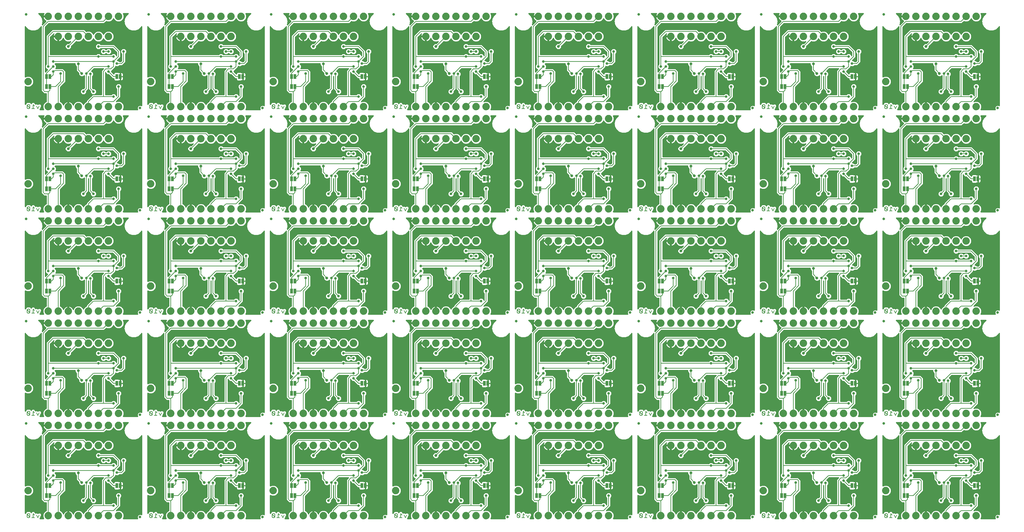
<source format=gbl>
G75*
%MOIN*%
%OFA0B0*%
%FSLAX25Y25*%
%IPPOS*%
%LPD*%
%AMOC8*
5,1,8,0,0,1.08239X$1,22.5*
%
%ADD10C,0.00800*%
%ADD11C,0.07400*%
%ADD12R,0.02500X0.05000*%
%ADD13C,0.02500*%
%ADD14C,0.00600*%
%ADD15C,0.02600*%
%ADD16C,0.02900*%
%ADD17C,0.01000*%
D10*
X0032746Y0032351D02*
X0033446Y0031650D01*
X0034847Y0031650D01*
X0035548Y0032351D01*
X0032746Y0035153D01*
X0032746Y0032351D01*
X0032746Y0035153D02*
X0033446Y0035854D01*
X0034847Y0035854D01*
X0035548Y0035153D01*
X0035548Y0032351D01*
X0037350Y0031650D02*
X0040152Y0031650D01*
X0038751Y0031650D02*
X0038751Y0035854D01*
X0040152Y0034452D01*
X0041954Y0034452D02*
X0043355Y0031650D01*
X0044756Y0034452D01*
X0154746Y0035153D02*
X0157548Y0032351D01*
X0156847Y0031650D01*
X0155446Y0031650D01*
X0154746Y0032351D01*
X0154746Y0035153D01*
X0155446Y0035854D01*
X0156847Y0035854D01*
X0157548Y0035153D01*
X0157548Y0032351D01*
X0159350Y0031650D02*
X0162152Y0031650D01*
X0160751Y0031650D02*
X0160751Y0035854D01*
X0162152Y0034452D01*
X0163954Y0034452D02*
X0165355Y0031650D01*
X0166756Y0034452D01*
X0276746Y0035153D02*
X0279548Y0032351D01*
X0278847Y0031650D01*
X0277446Y0031650D01*
X0276746Y0032351D01*
X0276746Y0035153D01*
X0277446Y0035854D01*
X0278847Y0035854D01*
X0279548Y0035153D01*
X0279548Y0032351D01*
X0281350Y0031650D02*
X0284152Y0031650D01*
X0282751Y0031650D02*
X0282751Y0035854D01*
X0284152Y0034452D01*
X0285954Y0034452D02*
X0287355Y0031650D01*
X0288756Y0034452D01*
X0398746Y0035153D02*
X0401548Y0032351D01*
X0400847Y0031650D01*
X0399446Y0031650D01*
X0398746Y0032351D01*
X0398746Y0035153D01*
X0399446Y0035854D01*
X0400847Y0035854D01*
X0401548Y0035153D01*
X0401548Y0032351D01*
X0403350Y0031650D02*
X0406152Y0031650D01*
X0404751Y0031650D02*
X0404751Y0035854D01*
X0406152Y0034452D01*
X0407954Y0034452D02*
X0409355Y0031650D01*
X0410756Y0034452D01*
X0520746Y0035153D02*
X0523548Y0032351D01*
X0522847Y0031650D01*
X0521446Y0031650D01*
X0520746Y0032351D01*
X0520746Y0035153D01*
X0521446Y0035854D01*
X0522847Y0035854D01*
X0523548Y0035153D01*
X0523548Y0032351D01*
X0525350Y0031650D02*
X0528152Y0031650D01*
X0526751Y0031650D02*
X0526751Y0035854D01*
X0528152Y0034452D01*
X0529954Y0034452D02*
X0531355Y0031650D01*
X0532756Y0034452D01*
X0642746Y0035153D02*
X0645548Y0032351D01*
X0644847Y0031650D01*
X0643446Y0031650D01*
X0642746Y0032351D01*
X0642746Y0035153D01*
X0643446Y0035854D01*
X0644847Y0035854D01*
X0645548Y0035153D01*
X0645548Y0032351D01*
X0647350Y0031650D02*
X0650152Y0031650D01*
X0648751Y0031650D02*
X0648751Y0035854D01*
X0650152Y0034452D01*
X0651954Y0034452D02*
X0653355Y0031650D01*
X0654756Y0034452D01*
X0764746Y0035153D02*
X0767548Y0032351D01*
X0766847Y0031650D01*
X0765446Y0031650D01*
X0764746Y0032351D01*
X0764746Y0035153D01*
X0765446Y0035854D01*
X0766847Y0035854D01*
X0767548Y0035153D01*
X0767548Y0032351D01*
X0769350Y0031650D02*
X0772152Y0031650D01*
X0770751Y0031650D02*
X0770751Y0035854D01*
X0772152Y0034452D01*
X0773954Y0034452D02*
X0775355Y0031650D01*
X0776756Y0034452D01*
X0886746Y0035153D02*
X0889548Y0032351D01*
X0888847Y0031650D01*
X0887446Y0031650D01*
X0886746Y0032351D01*
X0886746Y0035153D01*
X0887446Y0035854D01*
X0888847Y0035854D01*
X0889548Y0035153D01*
X0889548Y0032351D01*
X0891350Y0031650D02*
X0894152Y0031650D01*
X0892751Y0031650D02*
X0892751Y0035854D01*
X0894152Y0034452D01*
X0895954Y0034452D02*
X0897355Y0031650D01*
X0898756Y0034452D01*
X0897355Y0133650D02*
X0895954Y0136452D01*
X0894152Y0136452D02*
X0892751Y0137854D01*
X0892751Y0133650D01*
X0894152Y0133650D02*
X0891350Y0133650D01*
X0889548Y0134351D02*
X0886746Y0137153D01*
X0886746Y0134351D01*
X0887446Y0133650D01*
X0888847Y0133650D01*
X0889548Y0134351D01*
X0889548Y0137153D01*
X0888847Y0137854D01*
X0887446Y0137854D01*
X0886746Y0137153D01*
X0897355Y0133650D02*
X0898756Y0136452D01*
X0776756Y0136452D02*
X0775355Y0133650D01*
X0773954Y0136452D01*
X0772152Y0136452D02*
X0770751Y0137854D01*
X0770751Y0133650D01*
X0772152Y0133650D02*
X0769350Y0133650D01*
X0767548Y0134351D02*
X0764746Y0137153D01*
X0764746Y0134351D01*
X0765446Y0133650D01*
X0766847Y0133650D01*
X0767548Y0134351D01*
X0767548Y0137153D01*
X0766847Y0137854D01*
X0765446Y0137854D01*
X0764746Y0137153D01*
X0654756Y0136452D02*
X0653355Y0133650D01*
X0651954Y0136452D01*
X0650152Y0136452D02*
X0648751Y0137854D01*
X0648751Y0133650D01*
X0650152Y0133650D02*
X0647350Y0133650D01*
X0645548Y0134351D02*
X0642746Y0137153D01*
X0642746Y0134351D01*
X0643446Y0133650D01*
X0644847Y0133650D01*
X0645548Y0134351D01*
X0645548Y0137153D01*
X0644847Y0137854D01*
X0643446Y0137854D01*
X0642746Y0137153D01*
X0532756Y0136452D02*
X0531355Y0133650D01*
X0529954Y0136452D01*
X0528152Y0136452D02*
X0526751Y0137854D01*
X0526751Y0133650D01*
X0528152Y0133650D02*
X0525350Y0133650D01*
X0523548Y0134351D02*
X0520746Y0137153D01*
X0520746Y0134351D01*
X0521446Y0133650D01*
X0522847Y0133650D01*
X0523548Y0134351D01*
X0523548Y0137153D01*
X0522847Y0137854D01*
X0521446Y0137854D01*
X0520746Y0137153D01*
X0410756Y0136452D02*
X0409355Y0133650D01*
X0407954Y0136452D01*
X0406152Y0136452D02*
X0404751Y0137854D01*
X0404751Y0133650D01*
X0406152Y0133650D02*
X0403350Y0133650D01*
X0401548Y0134351D02*
X0398746Y0137153D01*
X0398746Y0134351D01*
X0399446Y0133650D01*
X0400847Y0133650D01*
X0401548Y0134351D01*
X0401548Y0137153D01*
X0400847Y0137854D01*
X0399446Y0137854D01*
X0398746Y0137153D01*
X0288756Y0136452D02*
X0287355Y0133650D01*
X0285954Y0136452D01*
X0284152Y0136452D02*
X0282751Y0137854D01*
X0282751Y0133650D01*
X0284152Y0133650D02*
X0281350Y0133650D01*
X0279548Y0134351D02*
X0276746Y0137153D01*
X0276746Y0134351D01*
X0277446Y0133650D01*
X0278847Y0133650D01*
X0279548Y0134351D01*
X0279548Y0137153D01*
X0278847Y0137854D01*
X0277446Y0137854D01*
X0276746Y0137153D01*
X0166756Y0136452D02*
X0165355Y0133650D01*
X0163954Y0136452D01*
X0162152Y0136452D02*
X0160751Y0137854D01*
X0160751Y0133650D01*
X0162152Y0133650D02*
X0159350Y0133650D01*
X0157548Y0134351D02*
X0154746Y0137153D01*
X0154746Y0134351D01*
X0155446Y0133650D01*
X0156847Y0133650D01*
X0157548Y0134351D01*
X0157548Y0137153D01*
X0156847Y0137854D01*
X0155446Y0137854D01*
X0154746Y0137153D01*
X0044756Y0136452D02*
X0043355Y0133650D01*
X0041954Y0136452D01*
X0040152Y0136452D02*
X0038751Y0137854D01*
X0038751Y0133650D01*
X0040152Y0133650D02*
X0037350Y0133650D01*
X0035548Y0134351D02*
X0032746Y0137153D01*
X0032746Y0134351D01*
X0033446Y0133650D01*
X0034847Y0133650D01*
X0035548Y0134351D01*
X0035548Y0137153D01*
X0034847Y0137854D01*
X0033446Y0137854D01*
X0032746Y0137153D01*
X0033446Y0235650D02*
X0034847Y0235650D01*
X0035548Y0236351D01*
X0032746Y0239153D01*
X0032746Y0236351D01*
X0033446Y0235650D01*
X0035548Y0236351D02*
X0035548Y0239153D01*
X0034847Y0239854D01*
X0033446Y0239854D01*
X0032746Y0239153D01*
X0037350Y0235650D02*
X0040152Y0235650D01*
X0038751Y0235650D02*
X0038751Y0239854D01*
X0040152Y0238452D01*
X0041954Y0238452D02*
X0043355Y0235650D01*
X0044756Y0238452D01*
X0154746Y0239153D02*
X0157548Y0236351D01*
X0156847Y0235650D01*
X0155446Y0235650D01*
X0154746Y0236351D01*
X0154746Y0239153D01*
X0155446Y0239854D01*
X0156847Y0239854D01*
X0157548Y0239153D01*
X0157548Y0236351D01*
X0159350Y0235650D02*
X0162152Y0235650D01*
X0160751Y0235650D02*
X0160751Y0239854D01*
X0162152Y0238452D01*
X0163954Y0238452D02*
X0165355Y0235650D01*
X0166756Y0238452D01*
X0276746Y0239153D02*
X0279548Y0236351D01*
X0278847Y0235650D01*
X0277446Y0235650D01*
X0276746Y0236351D01*
X0276746Y0239153D01*
X0277446Y0239854D01*
X0278847Y0239854D01*
X0279548Y0239153D01*
X0279548Y0236351D01*
X0281350Y0235650D02*
X0284152Y0235650D01*
X0282751Y0235650D02*
X0282751Y0239854D01*
X0284152Y0238452D01*
X0285954Y0238452D02*
X0287355Y0235650D01*
X0288756Y0238452D01*
X0398746Y0239153D02*
X0401548Y0236351D01*
X0400847Y0235650D01*
X0399446Y0235650D01*
X0398746Y0236351D01*
X0398746Y0239153D01*
X0399446Y0239854D01*
X0400847Y0239854D01*
X0401548Y0239153D01*
X0401548Y0236351D01*
X0403350Y0235650D02*
X0406152Y0235650D01*
X0404751Y0235650D02*
X0404751Y0239854D01*
X0406152Y0238452D01*
X0407954Y0238452D02*
X0409355Y0235650D01*
X0410756Y0238452D01*
X0520746Y0239153D02*
X0523548Y0236351D01*
X0522847Y0235650D01*
X0521446Y0235650D01*
X0520746Y0236351D01*
X0520746Y0239153D01*
X0521446Y0239854D01*
X0522847Y0239854D01*
X0523548Y0239153D01*
X0523548Y0236351D01*
X0525350Y0235650D02*
X0528152Y0235650D01*
X0526751Y0235650D02*
X0526751Y0239854D01*
X0528152Y0238452D01*
X0529954Y0238452D02*
X0531355Y0235650D01*
X0532756Y0238452D01*
X0642746Y0239153D02*
X0645548Y0236351D01*
X0644847Y0235650D01*
X0643446Y0235650D01*
X0642746Y0236351D01*
X0642746Y0239153D01*
X0643446Y0239854D01*
X0644847Y0239854D01*
X0645548Y0239153D01*
X0645548Y0236351D01*
X0647350Y0235650D02*
X0650152Y0235650D01*
X0648751Y0235650D02*
X0648751Y0239854D01*
X0650152Y0238452D01*
X0651954Y0238452D02*
X0653355Y0235650D01*
X0654756Y0238452D01*
X0764746Y0239153D02*
X0767548Y0236351D01*
X0766847Y0235650D01*
X0765446Y0235650D01*
X0764746Y0236351D01*
X0764746Y0239153D01*
X0765446Y0239854D01*
X0766847Y0239854D01*
X0767548Y0239153D01*
X0767548Y0236351D01*
X0769350Y0235650D02*
X0772152Y0235650D01*
X0770751Y0235650D02*
X0770751Y0239854D01*
X0772152Y0238452D01*
X0773954Y0238452D02*
X0775355Y0235650D01*
X0776756Y0238452D01*
X0886746Y0239153D02*
X0889548Y0236351D01*
X0888847Y0235650D01*
X0887446Y0235650D01*
X0886746Y0236351D01*
X0886746Y0239153D01*
X0887446Y0239854D01*
X0888847Y0239854D01*
X0889548Y0239153D01*
X0889548Y0236351D01*
X0891350Y0235650D02*
X0894152Y0235650D01*
X0892751Y0235650D02*
X0892751Y0239854D01*
X0894152Y0238452D01*
X0895954Y0238452D02*
X0897355Y0235650D01*
X0898756Y0238452D01*
X0897355Y0337650D02*
X0895954Y0340452D01*
X0894152Y0340452D02*
X0892751Y0341854D01*
X0892751Y0337650D01*
X0894152Y0337650D02*
X0891350Y0337650D01*
X0889548Y0338351D02*
X0886746Y0341153D01*
X0886746Y0338351D01*
X0887446Y0337650D01*
X0888847Y0337650D01*
X0889548Y0338351D01*
X0889548Y0341153D01*
X0888847Y0341854D01*
X0887446Y0341854D01*
X0886746Y0341153D01*
X0897355Y0337650D02*
X0898756Y0340452D01*
X0776756Y0340452D02*
X0775355Y0337650D01*
X0773954Y0340452D01*
X0772152Y0340452D02*
X0770751Y0341854D01*
X0770751Y0337650D01*
X0772152Y0337650D02*
X0769350Y0337650D01*
X0767548Y0338351D02*
X0764746Y0341153D01*
X0764746Y0338351D01*
X0765446Y0337650D01*
X0766847Y0337650D01*
X0767548Y0338351D01*
X0767548Y0341153D01*
X0766847Y0341854D01*
X0765446Y0341854D01*
X0764746Y0341153D01*
X0654756Y0340452D02*
X0653355Y0337650D01*
X0651954Y0340452D01*
X0650152Y0340452D02*
X0648751Y0341854D01*
X0648751Y0337650D01*
X0650152Y0337650D02*
X0647350Y0337650D01*
X0645548Y0338351D02*
X0642746Y0341153D01*
X0642746Y0338351D01*
X0643446Y0337650D01*
X0644847Y0337650D01*
X0645548Y0338351D01*
X0645548Y0341153D01*
X0644847Y0341854D01*
X0643446Y0341854D01*
X0642746Y0341153D01*
X0532756Y0340452D02*
X0531355Y0337650D01*
X0529954Y0340452D01*
X0528152Y0340452D02*
X0526751Y0341854D01*
X0526751Y0337650D01*
X0528152Y0337650D02*
X0525350Y0337650D01*
X0523548Y0338351D02*
X0520746Y0341153D01*
X0520746Y0338351D01*
X0521446Y0337650D01*
X0522847Y0337650D01*
X0523548Y0338351D01*
X0523548Y0341153D01*
X0522847Y0341854D01*
X0521446Y0341854D01*
X0520746Y0341153D01*
X0410756Y0340452D02*
X0409355Y0337650D01*
X0407954Y0340452D01*
X0406152Y0340452D02*
X0404751Y0341854D01*
X0404751Y0337650D01*
X0406152Y0337650D02*
X0403350Y0337650D01*
X0401548Y0338351D02*
X0398746Y0341153D01*
X0398746Y0338351D01*
X0399446Y0337650D01*
X0400847Y0337650D01*
X0401548Y0338351D01*
X0401548Y0341153D01*
X0400847Y0341854D01*
X0399446Y0341854D01*
X0398746Y0341153D01*
X0288756Y0340452D02*
X0287355Y0337650D01*
X0285954Y0340452D01*
X0284152Y0340452D02*
X0282751Y0341854D01*
X0282751Y0337650D01*
X0284152Y0337650D02*
X0281350Y0337650D01*
X0279548Y0338351D02*
X0276746Y0341153D01*
X0276746Y0338351D01*
X0277446Y0337650D01*
X0278847Y0337650D01*
X0279548Y0338351D01*
X0279548Y0341153D01*
X0278847Y0341854D01*
X0277446Y0341854D01*
X0276746Y0341153D01*
X0166756Y0340452D02*
X0165355Y0337650D01*
X0163954Y0340452D01*
X0162152Y0340452D02*
X0160751Y0341854D01*
X0160751Y0337650D01*
X0162152Y0337650D02*
X0159350Y0337650D01*
X0157548Y0338351D02*
X0154746Y0341153D01*
X0154746Y0338351D01*
X0155446Y0337650D01*
X0156847Y0337650D01*
X0157548Y0338351D01*
X0157548Y0341153D01*
X0156847Y0341854D01*
X0155446Y0341854D01*
X0154746Y0341153D01*
X0044756Y0340452D02*
X0043355Y0337650D01*
X0041954Y0340452D01*
X0040152Y0340452D02*
X0038751Y0341854D01*
X0038751Y0337650D01*
X0040152Y0337650D02*
X0037350Y0337650D01*
X0035548Y0338351D02*
X0032746Y0341153D01*
X0032746Y0338351D01*
X0033446Y0337650D01*
X0034847Y0337650D01*
X0035548Y0338351D01*
X0035548Y0341153D01*
X0034847Y0341854D01*
X0033446Y0341854D01*
X0032746Y0341153D01*
X0033446Y0439650D02*
X0032746Y0440351D01*
X0032746Y0443153D01*
X0035548Y0440351D01*
X0034847Y0439650D01*
X0033446Y0439650D01*
X0035548Y0440351D02*
X0035548Y0443153D01*
X0034847Y0443854D01*
X0033446Y0443854D01*
X0032746Y0443153D01*
X0037350Y0439650D02*
X0040152Y0439650D01*
X0038751Y0439650D02*
X0038751Y0443854D01*
X0040152Y0442452D01*
X0041954Y0442452D02*
X0043355Y0439650D01*
X0044756Y0442452D01*
X0154746Y0443153D02*
X0154746Y0440351D01*
X0155446Y0439650D01*
X0156847Y0439650D01*
X0157548Y0440351D01*
X0154746Y0443153D01*
X0155446Y0443854D01*
X0156847Y0443854D01*
X0157548Y0443153D01*
X0157548Y0440351D01*
X0159350Y0439650D02*
X0162152Y0439650D01*
X0160751Y0439650D02*
X0160751Y0443854D01*
X0162152Y0442452D01*
X0163954Y0442452D02*
X0165355Y0439650D01*
X0166756Y0442452D01*
X0276746Y0443153D02*
X0276746Y0440351D01*
X0277446Y0439650D01*
X0278847Y0439650D01*
X0279548Y0440351D01*
X0276746Y0443153D01*
X0277446Y0443854D01*
X0278847Y0443854D01*
X0279548Y0443153D01*
X0279548Y0440351D01*
X0281350Y0439650D02*
X0284152Y0439650D01*
X0282751Y0439650D02*
X0282751Y0443854D01*
X0284152Y0442452D01*
X0285954Y0442452D02*
X0287355Y0439650D01*
X0288756Y0442452D01*
X0398746Y0443153D02*
X0398746Y0440351D01*
X0399446Y0439650D01*
X0400847Y0439650D01*
X0401548Y0440351D01*
X0398746Y0443153D01*
X0399446Y0443854D01*
X0400847Y0443854D01*
X0401548Y0443153D01*
X0401548Y0440351D01*
X0403350Y0439650D02*
X0406152Y0439650D01*
X0404751Y0439650D02*
X0404751Y0443854D01*
X0406152Y0442452D01*
X0407954Y0442452D02*
X0409355Y0439650D01*
X0410756Y0442452D01*
X0520746Y0443153D02*
X0520746Y0440351D01*
X0521446Y0439650D01*
X0522847Y0439650D01*
X0523548Y0440351D01*
X0520746Y0443153D01*
X0521446Y0443854D01*
X0522847Y0443854D01*
X0523548Y0443153D01*
X0523548Y0440351D01*
X0525350Y0439650D02*
X0528152Y0439650D01*
X0526751Y0439650D02*
X0526751Y0443854D01*
X0528152Y0442452D01*
X0529954Y0442452D02*
X0531355Y0439650D01*
X0532756Y0442452D01*
X0642746Y0443153D02*
X0642746Y0440351D01*
X0643446Y0439650D01*
X0644847Y0439650D01*
X0645548Y0440351D01*
X0642746Y0443153D01*
X0643446Y0443854D01*
X0644847Y0443854D01*
X0645548Y0443153D01*
X0645548Y0440351D01*
X0647350Y0439650D02*
X0650152Y0439650D01*
X0648751Y0439650D02*
X0648751Y0443854D01*
X0650152Y0442452D01*
X0651954Y0442452D02*
X0653355Y0439650D01*
X0654756Y0442452D01*
X0764746Y0443153D02*
X0764746Y0440351D01*
X0765446Y0439650D01*
X0766847Y0439650D01*
X0767548Y0440351D01*
X0764746Y0443153D01*
X0765446Y0443854D01*
X0766847Y0443854D01*
X0767548Y0443153D01*
X0767548Y0440351D01*
X0769350Y0439650D02*
X0772152Y0439650D01*
X0770751Y0439650D02*
X0770751Y0443854D01*
X0772152Y0442452D01*
X0773954Y0442452D02*
X0775355Y0439650D01*
X0776756Y0442452D01*
X0886746Y0443153D02*
X0886746Y0440351D01*
X0887446Y0439650D01*
X0888847Y0439650D01*
X0889548Y0440351D01*
X0886746Y0443153D01*
X0887446Y0443854D01*
X0888847Y0443854D01*
X0889548Y0443153D01*
X0889548Y0440351D01*
X0891350Y0439650D02*
X0894152Y0439650D01*
X0892751Y0439650D02*
X0892751Y0443854D01*
X0894152Y0442452D01*
X0895954Y0442452D02*
X0897355Y0439650D01*
X0898756Y0442452D01*
D11*
X0907750Y0441750D03*
X0917750Y0441750D03*
X0927750Y0441750D03*
X0937750Y0441750D03*
X0947750Y0441750D03*
X0957750Y0441750D03*
X0967750Y0441750D03*
X0977750Y0441750D03*
X0977750Y0429750D03*
X0967750Y0429750D03*
X0957750Y0429750D03*
X0947750Y0429750D03*
X0937750Y0429750D03*
X0927750Y0429750D03*
X0917750Y0429750D03*
X0907750Y0429750D03*
X0917750Y0409750D03*
X0927750Y0409750D03*
X0937750Y0409750D03*
X0947750Y0409750D03*
X0957750Y0409750D03*
X0967750Y0409750D03*
X0887750Y0364750D03*
X0907750Y0339750D03*
X0917750Y0339750D03*
X0927750Y0339750D03*
X0937750Y0339750D03*
X0947750Y0339750D03*
X0957750Y0339750D03*
X0967750Y0339750D03*
X0977750Y0339750D03*
X0977750Y0327750D03*
X0967750Y0327750D03*
X0957750Y0327750D03*
X0947750Y0327750D03*
X0937750Y0327750D03*
X0927750Y0327750D03*
X0917750Y0327750D03*
X0907750Y0327750D03*
X0917750Y0307750D03*
X0927750Y0307750D03*
X0937750Y0307750D03*
X0947750Y0307750D03*
X0957750Y0307750D03*
X0967750Y0307750D03*
X0887750Y0262750D03*
X0907750Y0237750D03*
X0917750Y0237750D03*
X0927750Y0237750D03*
X0937750Y0237750D03*
X0947750Y0237750D03*
X0957750Y0237750D03*
X0967750Y0237750D03*
X0977750Y0237750D03*
X0977750Y0225750D03*
X0967750Y0225750D03*
X0957750Y0225750D03*
X0947750Y0225750D03*
X0937750Y0225750D03*
X0927750Y0225750D03*
X0917750Y0225750D03*
X0907750Y0225750D03*
X0917750Y0205750D03*
X0927750Y0205750D03*
X0937750Y0205750D03*
X0947750Y0205750D03*
X0957750Y0205750D03*
X0967750Y0205750D03*
X0887750Y0160750D03*
X0907750Y0135750D03*
X0917750Y0135750D03*
X0927750Y0135750D03*
X0937750Y0135750D03*
X0947750Y0135750D03*
X0957750Y0135750D03*
X0967750Y0135750D03*
X0977750Y0135750D03*
X0977750Y0123750D03*
X0967750Y0123750D03*
X0957750Y0123750D03*
X0947750Y0123750D03*
X0937750Y0123750D03*
X0927750Y0123750D03*
X0917750Y0123750D03*
X0907750Y0123750D03*
X0917750Y0103750D03*
X0927750Y0103750D03*
X0937750Y0103750D03*
X0947750Y0103750D03*
X0957750Y0103750D03*
X0967750Y0103750D03*
X0887750Y0058750D03*
X0907750Y0033750D03*
X0917750Y0033750D03*
X0927750Y0033750D03*
X0937750Y0033750D03*
X0947750Y0033750D03*
X0957750Y0033750D03*
X0967750Y0033750D03*
X0977750Y0033750D03*
X0855750Y0033750D03*
X0845750Y0033750D03*
X0835750Y0033750D03*
X0825750Y0033750D03*
X0815750Y0033750D03*
X0805750Y0033750D03*
X0795750Y0033750D03*
X0785750Y0033750D03*
X0765750Y0058750D03*
X0733750Y0033750D03*
X0723750Y0033750D03*
X0713750Y0033750D03*
X0703750Y0033750D03*
X0693750Y0033750D03*
X0683750Y0033750D03*
X0673750Y0033750D03*
X0663750Y0033750D03*
X0643750Y0058750D03*
X0611750Y0033750D03*
X0601750Y0033750D03*
X0591750Y0033750D03*
X0581750Y0033750D03*
X0571750Y0033750D03*
X0561750Y0033750D03*
X0551750Y0033750D03*
X0541750Y0033750D03*
X0521750Y0058750D03*
X0489750Y0033750D03*
X0479750Y0033750D03*
X0469750Y0033750D03*
X0459750Y0033750D03*
X0449750Y0033750D03*
X0439750Y0033750D03*
X0429750Y0033750D03*
X0419750Y0033750D03*
X0399750Y0058750D03*
X0367750Y0033750D03*
X0357750Y0033750D03*
X0347750Y0033750D03*
X0337750Y0033750D03*
X0327750Y0033750D03*
X0317750Y0033750D03*
X0307750Y0033750D03*
X0297750Y0033750D03*
X0277750Y0058750D03*
X0245750Y0033750D03*
X0235750Y0033750D03*
X0225750Y0033750D03*
X0215750Y0033750D03*
X0205750Y0033750D03*
X0195750Y0033750D03*
X0185750Y0033750D03*
X0175750Y0033750D03*
X0155750Y0058750D03*
X0123750Y0033750D03*
X0113750Y0033750D03*
X0103750Y0033750D03*
X0093750Y0033750D03*
X0083750Y0033750D03*
X0073750Y0033750D03*
X0063750Y0033750D03*
X0053750Y0033750D03*
X0033750Y0058750D03*
X0063750Y0103750D03*
X0073750Y0103750D03*
X0083750Y0103750D03*
X0093750Y0103750D03*
X0103750Y0103750D03*
X0113750Y0103750D03*
X0113750Y0123750D03*
X0103750Y0123750D03*
X0093750Y0123750D03*
X0083750Y0123750D03*
X0073750Y0123750D03*
X0063750Y0123750D03*
X0053750Y0123750D03*
X0053750Y0135750D03*
X0063750Y0135750D03*
X0073750Y0135750D03*
X0083750Y0135750D03*
X0093750Y0135750D03*
X0103750Y0135750D03*
X0113750Y0135750D03*
X0123750Y0135750D03*
X0123750Y0123750D03*
X0175750Y0123750D03*
X0185750Y0123750D03*
X0195750Y0123750D03*
X0205750Y0123750D03*
X0215750Y0123750D03*
X0225750Y0123750D03*
X0235750Y0123750D03*
X0245750Y0123750D03*
X0245750Y0135750D03*
X0235750Y0135750D03*
X0225750Y0135750D03*
X0215750Y0135750D03*
X0205750Y0135750D03*
X0195750Y0135750D03*
X0185750Y0135750D03*
X0175750Y0135750D03*
X0155750Y0160750D03*
X0185750Y0205750D03*
X0195750Y0205750D03*
X0205750Y0205750D03*
X0215750Y0205750D03*
X0225750Y0205750D03*
X0235750Y0205750D03*
X0235750Y0225750D03*
X0225750Y0225750D03*
X0215750Y0225750D03*
X0205750Y0225750D03*
X0195750Y0225750D03*
X0185750Y0225750D03*
X0175750Y0225750D03*
X0175750Y0237750D03*
X0185750Y0237750D03*
X0195750Y0237750D03*
X0205750Y0237750D03*
X0215750Y0237750D03*
X0225750Y0237750D03*
X0235750Y0237750D03*
X0245750Y0237750D03*
X0245750Y0225750D03*
X0297750Y0225750D03*
X0307750Y0225750D03*
X0317750Y0225750D03*
X0327750Y0225750D03*
X0337750Y0225750D03*
X0347750Y0225750D03*
X0357750Y0225750D03*
X0367750Y0225750D03*
X0367750Y0237750D03*
X0357750Y0237750D03*
X0347750Y0237750D03*
X0337750Y0237750D03*
X0327750Y0237750D03*
X0317750Y0237750D03*
X0307750Y0237750D03*
X0297750Y0237750D03*
X0277750Y0262750D03*
X0307750Y0307750D03*
X0317750Y0307750D03*
X0327750Y0307750D03*
X0337750Y0307750D03*
X0347750Y0307750D03*
X0357750Y0307750D03*
X0357750Y0327750D03*
X0347750Y0327750D03*
X0337750Y0327750D03*
X0327750Y0327750D03*
X0317750Y0327750D03*
X0307750Y0327750D03*
X0297750Y0327750D03*
X0297750Y0339750D03*
X0307750Y0339750D03*
X0317750Y0339750D03*
X0327750Y0339750D03*
X0337750Y0339750D03*
X0347750Y0339750D03*
X0357750Y0339750D03*
X0367750Y0339750D03*
X0367750Y0327750D03*
X0419750Y0327750D03*
X0429750Y0327750D03*
X0439750Y0327750D03*
X0449750Y0327750D03*
X0459750Y0327750D03*
X0469750Y0327750D03*
X0479750Y0327750D03*
X0489750Y0327750D03*
X0489750Y0339750D03*
X0479750Y0339750D03*
X0469750Y0339750D03*
X0459750Y0339750D03*
X0449750Y0339750D03*
X0439750Y0339750D03*
X0429750Y0339750D03*
X0419750Y0339750D03*
X0399750Y0364750D03*
X0429750Y0409750D03*
X0439750Y0409750D03*
X0449750Y0409750D03*
X0459750Y0409750D03*
X0469750Y0409750D03*
X0479750Y0409750D03*
X0479750Y0429750D03*
X0469750Y0429750D03*
X0459750Y0429750D03*
X0449750Y0429750D03*
X0439750Y0429750D03*
X0429750Y0429750D03*
X0419750Y0429750D03*
X0419750Y0441750D03*
X0429750Y0441750D03*
X0439750Y0441750D03*
X0449750Y0441750D03*
X0459750Y0441750D03*
X0469750Y0441750D03*
X0479750Y0441750D03*
X0489750Y0441750D03*
X0489750Y0429750D03*
X0541750Y0429750D03*
X0551750Y0429750D03*
X0561750Y0429750D03*
X0571750Y0429750D03*
X0581750Y0429750D03*
X0591750Y0429750D03*
X0601750Y0429750D03*
X0611750Y0429750D03*
X0611750Y0441750D03*
X0601750Y0441750D03*
X0591750Y0441750D03*
X0581750Y0441750D03*
X0571750Y0441750D03*
X0561750Y0441750D03*
X0551750Y0441750D03*
X0541750Y0441750D03*
X0521750Y0466750D03*
X0551750Y0511750D03*
X0561750Y0511750D03*
X0571750Y0511750D03*
X0581750Y0511750D03*
X0591750Y0511750D03*
X0601750Y0511750D03*
X0601750Y0531750D03*
X0591750Y0531750D03*
X0581750Y0531750D03*
X0571750Y0531750D03*
X0561750Y0531750D03*
X0551750Y0531750D03*
X0541750Y0531750D03*
X0489750Y0531750D03*
X0479750Y0531750D03*
X0469750Y0531750D03*
X0459750Y0531750D03*
X0449750Y0531750D03*
X0439750Y0531750D03*
X0429750Y0531750D03*
X0419750Y0531750D03*
X0429750Y0511750D03*
X0439750Y0511750D03*
X0449750Y0511750D03*
X0459750Y0511750D03*
X0469750Y0511750D03*
X0479750Y0511750D03*
X0399750Y0466750D03*
X0367750Y0441750D03*
X0357750Y0441750D03*
X0347750Y0441750D03*
X0337750Y0441750D03*
X0327750Y0441750D03*
X0317750Y0441750D03*
X0307750Y0441750D03*
X0297750Y0441750D03*
X0297750Y0429750D03*
X0307750Y0429750D03*
X0317750Y0429750D03*
X0327750Y0429750D03*
X0337750Y0429750D03*
X0347750Y0429750D03*
X0357750Y0429750D03*
X0367750Y0429750D03*
X0357750Y0409750D03*
X0347750Y0409750D03*
X0337750Y0409750D03*
X0327750Y0409750D03*
X0317750Y0409750D03*
X0307750Y0409750D03*
X0245750Y0429750D03*
X0235750Y0429750D03*
X0225750Y0429750D03*
X0215750Y0429750D03*
X0205750Y0429750D03*
X0195750Y0429750D03*
X0185750Y0429750D03*
X0175750Y0429750D03*
X0175750Y0441750D03*
X0185750Y0441750D03*
X0195750Y0441750D03*
X0205750Y0441750D03*
X0215750Y0441750D03*
X0225750Y0441750D03*
X0235750Y0441750D03*
X0245750Y0441750D03*
X0277750Y0466750D03*
X0307750Y0511750D03*
X0317750Y0511750D03*
X0327750Y0511750D03*
X0337750Y0511750D03*
X0347750Y0511750D03*
X0357750Y0511750D03*
X0357750Y0531750D03*
X0347750Y0531750D03*
X0337750Y0531750D03*
X0327750Y0531750D03*
X0317750Y0531750D03*
X0307750Y0531750D03*
X0297750Y0531750D03*
X0245750Y0531750D03*
X0235750Y0531750D03*
X0225750Y0531750D03*
X0215750Y0531750D03*
X0205750Y0531750D03*
X0195750Y0531750D03*
X0185750Y0531750D03*
X0175750Y0531750D03*
X0185750Y0511750D03*
X0195750Y0511750D03*
X0205750Y0511750D03*
X0215750Y0511750D03*
X0225750Y0511750D03*
X0235750Y0511750D03*
X0155750Y0466750D03*
X0123750Y0441750D03*
X0113750Y0441750D03*
X0103750Y0441750D03*
X0093750Y0441750D03*
X0083750Y0441750D03*
X0073750Y0441750D03*
X0063750Y0441750D03*
X0053750Y0441750D03*
X0053750Y0429750D03*
X0063750Y0429750D03*
X0073750Y0429750D03*
X0083750Y0429750D03*
X0093750Y0429750D03*
X0103750Y0429750D03*
X0113750Y0429750D03*
X0123750Y0429750D03*
X0113750Y0409750D03*
X0103750Y0409750D03*
X0093750Y0409750D03*
X0083750Y0409750D03*
X0073750Y0409750D03*
X0063750Y0409750D03*
X0033750Y0364750D03*
X0053750Y0339750D03*
X0063750Y0339750D03*
X0073750Y0339750D03*
X0083750Y0339750D03*
X0093750Y0339750D03*
X0103750Y0339750D03*
X0113750Y0339750D03*
X0123750Y0339750D03*
X0123750Y0327750D03*
X0113750Y0327750D03*
X0103750Y0327750D03*
X0093750Y0327750D03*
X0083750Y0327750D03*
X0073750Y0327750D03*
X0063750Y0327750D03*
X0053750Y0327750D03*
X0063750Y0307750D03*
X0073750Y0307750D03*
X0083750Y0307750D03*
X0093750Y0307750D03*
X0103750Y0307750D03*
X0113750Y0307750D03*
X0175750Y0327750D03*
X0185750Y0327750D03*
X0195750Y0327750D03*
X0205750Y0327750D03*
X0215750Y0327750D03*
X0225750Y0327750D03*
X0235750Y0327750D03*
X0245750Y0327750D03*
X0245750Y0339750D03*
X0235750Y0339750D03*
X0225750Y0339750D03*
X0215750Y0339750D03*
X0205750Y0339750D03*
X0195750Y0339750D03*
X0185750Y0339750D03*
X0175750Y0339750D03*
X0155750Y0364750D03*
X0185750Y0409750D03*
X0195750Y0409750D03*
X0205750Y0409750D03*
X0215750Y0409750D03*
X0225750Y0409750D03*
X0235750Y0409750D03*
X0277750Y0364750D03*
X0235750Y0307750D03*
X0225750Y0307750D03*
X0215750Y0307750D03*
X0205750Y0307750D03*
X0195750Y0307750D03*
X0185750Y0307750D03*
X0155750Y0262750D03*
X0123750Y0237750D03*
X0113750Y0237750D03*
X0103750Y0237750D03*
X0093750Y0237750D03*
X0083750Y0237750D03*
X0073750Y0237750D03*
X0063750Y0237750D03*
X0053750Y0237750D03*
X0053750Y0225750D03*
X0063750Y0225750D03*
X0073750Y0225750D03*
X0083750Y0225750D03*
X0093750Y0225750D03*
X0103750Y0225750D03*
X0113750Y0225750D03*
X0123750Y0225750D03*
X0113750Y0205750D03*
X0103750Y0205750D03*
X0093750Y0205750D03*
X0083750Y0205750D03*
X0073750Y0205750D03*
X0063750Y0205750D03*
X0033750Y0160750D03*
X0185750Y0103750D03*
X0195750Y0103750D03*
X0205750Y0103750D03*
X0215750Y0103750D03*
X0225750Y0103750D03*
X0235750Y0103750D03*
X0297750Y0123750D03*
X0307750Y0123750D03*
X0317750Y0123750D03*
X0327750Y0123750D03*
X0337750Y0123750D03*
X0347750Y0123750D03*
X0357750Y0123750D03*
X0367750Y0123750D03*
X0367750Y0135750D03*
X0357750Y0135750D03*
X0347750Y0135750D03*
X0337750Y0135750D03*
X0327750Y0135750D03*
X0317750Y0135750D03*
X0307750Y0135750D03*
X0297750Y0135750D03*
X0277750Y0160750D03*
X0307750Y0205750D03*
X0317750Y0205750D03*
X0327750Y0205750D03*
X0337750Y0205750D03*
X0347750Y0205750D03*
X0357750Y0205750D03*
X0419750Y0225750D03*
X0429750Y0225750D03*
X0439750Y0225750D03*
X0449750Y0225750D03*
X0459750Y0225750D03*
X0469750Y0225750D03*
X0479750Y0225750D03*
X0489750Y0225750D03*
X0489750Y0237750D03*
X0479750Y0237750D03*
X0469750Y0237750D03*
X0459750Y0237750D03*
X0449750Y0237750D03*
X0439750Y0237750D03*
X0429750Y0237750D03*
X0419750Y0237750D03*
X0399750Y0262750D03*
X0429750Y0307750D03*
X0439750Y0307750D03*
X0449750Y0307750D03*
X0459750Y0307750D03*
X0469750Y0307750D03*
X0479750Y0307750D03*
X0541750Y0327750D03*
X0551750Y0327750D03*
X0561750Y0327750D03*
X0571750Y0327750D03*
X0581750Y0327750D03*
X0591750Y0327750D03*
X0601750Y0327750D03*
X0611750Y0327750D03*
X0611750Y0339750D03*
X0601750Y0339750D03*
X0591750Y0339750D03*
X0581750Y0339750D03*
X0571750Y0339750D03*
X0561750Y0339750D03*
X0551750Y0339750D03*
X0541750Y0339750D03*
X0521750Y0364750D03*
X0551750Y0409750D03*
X0561750Y0409750D03*
X0571750Y0409750D03*
X0581750Y0409750D03*
X0591750Y0409750D03*
X0601750Y0409750D03*
X0663750Y0429750D03*
X0673750Y0429750D03*
X0683750Y0429750D03*
X0693750Y0429750D03*
X0703750Y0429750D03*
X0713750Y0429750D03*
X0723750Y0429750D03*
X0733750Y0429750D03*
X0733750Y0441750D03*
X0723750Y0441750D03*
X0713750Y0441750D03*
X0703750Y0441750D03*
X0693750Y0441750D03*
X0683750Y0441750D03*
X0673750Y0441750D03*
X0663750Y0441750D03*
X0643750Y0466750D03*
X0673750Y0511750D03*
X0683750Y0511750D03*
X0693750Y0511750D03*
X0703750Y0511750D03*
X0713750Y0511750D03*
X0723750Y0511750D03*
X0723750Y0531750D03*
X0713750Y0531750D03*
X0703750Y0531750D03*
X0693750Y0531750D03*
X0683750Y0531750D03*
X0673750Y0531750D03*
X0663750Y0531750D03*
X0611750Y0531750D03*
X0733750Y0531750D03*
X0785750Y0531750D03*
X0795750Y0531750D03*
X0805750Y0531750D03*
X0815750Y0531750D03*
X0825750Y0531750D03*
X0835750Y0531750D03*
X0845750Y0531750D03*
X0855750Y0531750D03*
X0845750Y0511750D03*
X0835750Y0511750D03*
X0825750Y0511750D03*
X0815750Y0511750D03*
X0805750Y0511750D03*
X0795750Y0511750D03*
X0765750Y0466750D03*
X0785750Y0441750D03*
X0795750Y0441750D03*
X0805750Y0441750D03*
X0815750Y0441750D03*
X0825750Y0441750D03*
X0835750Y0441750D03*
X0845750Y0441750D03*
X0855750Y0441750D03*
X0855750Y0429750D03*
X0845750Y0429750D03*
X0835750Y0429750D03*
X0825750Y0429750D03*
X0815750Y0429750D03*
X0805750Y0429750D03*
X0795750Y0429750D03*
X0785750Y0429750D03*
X0795750Y0409750D03*
X0805750Y0409750D03*
X0815750Y0409750D03*
X0825750Y0409750D03*
X0835750Y0409750D03*
X0845750Y0409750D03*
X0765750Y0364750D03*
X0785750Y0339750D03*
X0795750Y0339750D03*
X0805750Y0339750D03*
X0815750Y0339750D03*
X0825750Y0339750D03*
X0835750Y0339750D03*
X0845750Y0339750D03*
X0855750Y0339750D03*
X0855750Y0327750D03*
X0845750Y0327750D03*
X0835750Y0327750D03*
X0825750Y0327750D03*
X0815750Y0327750D03*
X0805750Y0327750D03*
X0795750Y0327750D03*
X0785750Y0327750D03*
X0795750Y0307750D03*
X0805750Y0307750D03*
X0815750Y0307750D03*
X0825750Y0307750D03*
X0835750Y0307750D03*
X0845750Y0307750D03*
X0765750Y0262750D03*
X0785750Y0237750D03*
X0795750Y0237750D03*
X0805750Y0237750D03*
X0815750Y0237750D03*
X0825750Y0237750D03*
X0835750Y0237750D03*
X0845750Y0237750D03*
X0855750Y0237750D03*
X0855750Y0225750D03*
X0845750Y0225750D03*
X0835750Y0225750D03*
X0825750Y0225750D03*
X0815750Y0225750D03*
X0805750Y0225750D03*
X0795750Y0225750D03*
X0785750Y0225750D03*
X0795750Y0205750D03*
X0805750Y0205750D03*
X0815750Y0205750D03*
X0825750Y0205750D03*
X0835750Y0205750D03*
X0845750Y0205750D03*
X0765750Y0160750D03*
X0785750Y0135750D03*
X0795750Y0135750D03*
X0805750Y0135750D03*
X0815750Y0135750D03*
X0825750Y0135750D03*
X0835750Y0135750D03*
X0845750Y0135750D03*
X0855750Y0135750D03*
X0855750Y0123750D03*
X0845750Y0123750D03*
X0835750Y0123750D03*
X0825750Y0123750D03*
X0815750Y0123750D03*
X0805750Y0123750D03*
X0795750Y0123750D03*
X0785750Y0123750D03*
X0795750Y0103750D03*
X0805750Y0103750D03*
X0815750Y0103750D03*
X0825750Y0103750D03*
X0835750Y0103750D03*
X0845750Y0103750D03*
X0733750Y0123750D03*
X0723750Y0123750D03*
X0713750Y0123750D03*
X0703750Y0123750D03*
X0693750Y0123750D03*
X0683750Y0123750D03*
X0673750Y0123750D03*
X0663750Y0123750D03*
X0663750Y0135750D03*
X0673750Y0135750D03*
X0683750Y0135750D03*
X0693750Y0135750D03*
X0703750Y0135750D03*
X0713750Y0135750D03*
X0723750Y0135750D03*
X0733750Y0135750D03*
X0723750Y0103750D03*
X0713750Y0103750D03*
X0703750Y0103750D03*
X0693750Y0103750D03*
X0683750Y0103750D03*
X0673750Y0103750D03*
X0611750Y0123750D03*
X0601750Y0123750D03*
X0591750Y0123750D03*
X0581750Y0123750D03*
X0571750Y0123750D03*
X0561750Y0123750D03*
X0551750Y0123750D03*
X0541750Y0123750D03*
X0541750Y0135750D03*
X0551750Y0135750D03*
X0561750Y0135750D03*
X0571750Y0135750D03*
X0581750Y0135750D03*
X0591750Y0135750D03*
X0601750Y0135750D03*
X0611750Y0135750D03*
X0643750Y0160750D03*
X0673750Y0205750D03*
X0683750Y0205750D03*
X0693750Y0205750D03*
X0703750Y0205750D03*
X0713750Y0205750D03*
X0723750Y0205750D03*
X0723750Y0225750D03*
X0713750Y0225750D03*
X0703750Y0225750D03*
X0693750Y0225750D03*
X0683750Y0225750D03*
X0673750Y0225750D03*
X0663750Y0225750D03*
X0663750Y0237750D03*
X0673750Y0237750D03*
X0683750Y0237750D03*
X0693750Y0237750D03*
X0703750Y0237750D03*
X0713750Y0237750D03*
X0723750Y0237750D03*
X0733750Y0237750D03*
X0733750Y0225750D03*
X0643750Y0262750D03*
X0611750Y0237750D03*
X0601750Y0237750D03*
X0591750Y0237750D03*
X0581750Y0237750D03*
X0571750Y0237750D03*
X0561750Y0237750D03*
X0551750Y0237750D03*
X0541750Y0237750D03*
X0541750Y0225750D03*
X0551750Y0225750D03*
X0561750Y0225750D03*
X0571750Y0225750D03*
X0581750Y0225750D03*
X0591750Y0225750D03*
X0601750Y0225750D03*
X0611750Y0225750D03*
X0601750Y0205750D03*
X0591750Y0205750D03*
X0581750Y0205750D03*
X0571750Y0205750D03*
X0561750Y0205750D03*
X0551750Y0205750D03*
X0479750Y0205750D03*
X0469750Y0205750D03*
X0459750Y0205750D03*
X0449750Y0205750D03*
X0439750Y0205750D03*
X0429750Y0205750D03*
X0399750Y0160750D03*
X0419750Y0135750D03*
X0429750Y0135750D03*
X0439750Y0135750D03*
X0449750Y0135750D03*
X0459750Y0135750D03*
X0469750Y0135750D03*
X0479750Y0135750D03*
X0489750Y0135750D03*
X0489750Y0123750D03*
X0479750Y0123750D03*
X0469750Y0123750D03*
X0459750Y0123750D03*
X0449750Y0123750D03*
X0439750Y0123750D03*
X0429750Y0123750D03*
X0419750Y0123750D03*
X0429750Y0103750D03*
X0439750Y0103750D03*
X0449750Y0103750D03*
X0459750Y0103750D03*
X0469750Y0103750D03*
X0479750Y0103750D03*
X0551750Y0103750D03*
X0561750Y0103750D03*
X0571750Y0103750D03*
X0581750Y0103750D03*
X0591750Y0103750D03*
X0601750Y0103750D03*
X0521750Y0160750D03*
X0357750Y0103750D03*
X0347750Y0103750D03*
X0337750Y0103750D03*
X0327750Y0103750D03*
X0317750Y0103750D03*
X0307750Y0103750D03*
X0521750Y0262750D03*
X0551750Y0307750D03*
X0561750Y0307750D03*
X0571750Y0307750D03*
X0581750Y0307750D03*
X0591750Y0307750D03*
X0601750Y0307750D03*
X0663750Y0327750D03*
X0673750Y0327750D03*
X0683750Y0327750D03*
X0693750Y0327750D03*
X0703750Y0327750D03*
X0713750Y0327750D03*
X0723750Y0327750D03*
X0733750Y0327750D03*
X0733750Y0339750D03*
X0723750Y0339750D03*
X0713750Y0339750D03*
X0703750Y0339750D03*
X0693750Y0339750D03*
X0683750Y0339750D03*
X0673750Y0339750D03*
X0663750Y0339750D03*
X0643750Y0364750D03*
X0673750Y0409750D03*
X0683750Y0409750D03*
X0693750Y0409750D03*
X0703750Y0409750D03*
X0713750Y0409750D03*
X0723750Y0409750D03*
X0887750Y0466750D03*
X0917750Y0511750D03*
X0927750Y0511750D03*
X0937750Y0511750D03*
X0947750Y0511750D03*
X0957750Y0511750D03*
X0967750Y0511750D03*
X0967750Y0531750D03*
X0957750Y0531750D03*
X0947750Y0531750D03*
X0937750Y0531750D03*
X0927750Y0531750D03*
X0917750Y0531750D03*
X0907750Y0531750D03*
X0977750Y0531750D03*
X0723750Y0307750D03*
X0713750Y0307750D03*
X0703750Y0307750D03*
X0693750Y0307750D03*
X0683750Y0307750D03*
X0673750Y0307750D03*
X0367750Y0531750D03*
X0123750Y0531750D03*
X0113750Y0531750D03*
X0103750Y0531750D03*
X0093750Y0531750D03*
X0083750Y0531750D03*
X0073750Y0531750D03*
X0063750Y0531750D03*
X0053750Y0531750D03*
X0063750Y0511750D03*
X0073750Y0511750D03*
X0083750Y0511750D03*
X0093750Y0511750D03*
X0103750Y0511750D03*
X0113750Y0511750D03*
X0033750Y0466750D03*
X0033750Y0262750D03*
D12*
X0051978Y0257750D03*
X0055522Y0257750D03*
X0055522Y0267750D03*
X0051978Y0267750D03*
X0121978Y0267750D03*
X0125522Y0267750D03*
X0173978Y0267750D03*
X0177522Y0267750D03*
X0177522Y0257750D03*
X0173978Y0257750D03*
X0243978Y0267750D03*
X0247522Y0267750D03*
X0295978Y0267750D03*
X0299522Y0267750D03*
X0299522Y0257750D03*
X0295978Y0257750D03*
X0365978Y0267750D03*
X0369522Y0267750D03*
X0417978Y0267750D03*
X0421522Y0267750D03*
X0421522Y0257750D03*
X0417978Y0257750D03*
X0487978Y0267750D03*
X0491522Y0267750D03*
X0539978Y0267750D03*
X0543522Y0267750D03*
X0543522Y0257750D03*
X0539978Y0257750D03*
X0609978Y0267750D03*
X0613522Y0267750D03*
X0661978Y0267750D03*
X0665522Y0267750D03*
X0665522Y0257750D03*
X0661978Y0257750D03*
X0731978Y0267750D03*
X0735522Y0267750D03*
X0783978Y0267750D03*
X0787522Y0267750D03*
X0787522Y0257750D03*
X0783978Y0257750D03*
X0853978Y0267750D03*
X0857522Y0267750D03*
X0905978Y0267750D03*
X0909522Y0267750D03*
X0909522Y0257750D03*
X0905978Y0257750D03*
X0975978Y0267750D03*
X0979522Y0267750D03*
X0909522Y0359750D03*
X0905978Y0359750D03*
X0905978Y0369750D03*
X0909522Y0369750D03*
X0857522Y0369750D03*
X0853978Y0369750D03*
X0787522Y0369750D03*
X0783978Y0369750D03*
X0783978Y0359750D03*
X0787522Y0359750D03*
X0735522Y0369750D03*
X0731978Y0369750D03*
X0665522Y0369750D03*
X0661978Y0369750D03*
X0661978Y0359750D03*
X0665522Y0359750D03*
X0613522Y0369750D03*
X0609978Y0369750D03*
X0543522Y0369750D03*
X0539978Y0369750D03*
X0539978Y0359750D03*
X0543522Y0359750D03*
X0491522Y0369750D03*
X0487978Y0369750D03*
X0421522Y0369750D03*
X0417978Y0369750D03*
X0417978Y0359750D03*
X0421522Y0359750D03*
X0369522Y0369750D03*
X0365978Y0369750D03*
X0299522Y0369750D03*
X0295978Y0369750D03*
X0295978Y0359750D03*
X0299522Y0359750D03*
X0247522Y0369750D03*
X0243978Y0369750D03*
X0177522Y0369750D03*
X0173978Y0369750D03*
X0173978Y0359750D03*
X0177522Y0359750D03*
X0125522Y0369750D03*
X0121978Y0369750D03*
X0055522Y0369750D03*
X0051978Y0369750D03*
X0051978Y0359750D03*
X0055522Y0359750D03*
X0055522Y0461750D03*
X0051978Y0461750D03*
X0051978Y0471750D03*
X0055522Y0471750D03*
X0121978Y0471750D03*
X0125522Y0471750D03*
X0173978Y0471750D03*
X0177522Y0471750D03*
X0177522Y0461750D03*
X0173978Y0461750D03*
X0243978Y0471750D03*
X0247522Y0471750D03*
X0295978Y0471750D03*
X0299522Y0471750D03*
X0299522Y0461750D03*
X0295978Y0461750D03*
X0365978Y0471750D03*
X0369522Y0471750D03*
X0417978Y0471750D03*
X0421522Y0471750D03*
X0421522Y0461750D03*
X0417978Y0461750D03*
X0487978Y0471750D03*
X0491522Y0471750D03*
X0539978Y0471750D03*
X0543522Y0471750D03*
X0543522Y0461750D03*
X0539978Y0461750D03*
X0609978Y0471750D03*
X0613522Y0471750D03*
X0661978Y0471750D03*
X0665522Y0471750D03*
X0665522Y0461750D03*
X0661978Y0461750D03*
X0731978Y0471750D03*
X0735522Y0471750D03*
X0783978Y0471750D03*
X0787522Y0471750D03*
X0787522Y0461750D03*
X0783978Y0461750D03*
X0853978Y0471750D03*
X0857522Y0471750D03*
X0905978Y0471750D03*
X0909522Y0471750D03*
X0909522Y0461750D03*
X0905978Y0461750D03*
X0975978Y0471750D03*
X0979522Y0471750D03*
X0979522Y0369750D03*
X0975978Y0369750D03*
X0975978Y0165750D03*
X0979522Y0165750D03*
X0909522Y0165750D03*
X0905978Y0165750D03*
X0905978Y0155750D03*
X0909522Y0155750D03*
X0857522Y0165750D03*
X0853978Y0165750D03*
X0787522Y0165750D03*
X0783978Y0165750D03*
X0783978Y0155750D03*
X0787522Y0155750D03*
X0735522Y0165750D03*
X0731978Y0165750D03*
X0665522Y0165750D03*
X0661978Y0165750D03*
X0661978Y0155750D03*
X0665522Y0155750D03*
X0613522Y0165750D03*
X0609978Y0165750D03*
X0543522Y0165750D03*
X0539978Y0165750D03*
X0539978Y0155750D03*
X0543522Y0155750D03*
X0491522Y0165750D03*
X0487978Y0165750D03*
X0421522Y0165750D03*
X0417978Y0165750D03*
X0417978Y0155750D03*
X0421522Y0155750D03*
X0369522Y0165750D03*
X0365978Y0165750D03*
X0299522Y0165750D03*
X0295978Y0165750D03*
X0295978Y0155750D03*
X0299522Y0155750D03*
X0247522Y0165750D03*
X0243978Y0165750D03*
X0177522Y0165750D03*
X0173978Y0165750D03*
X0173978Y0155750D03*
X0177522Y0155750D03*
X0125522Y0165750D03*
X0121978Y0165750D03*
X0055522Y0165750D03*
X0051978Y0165750D03*
X0051978Y0155750D03*
X0055522Y0155750D03*
X0055522Y0063750D03*
X0051978Y0063750D03*
X0051978Y0053750D03*
X0055522Y0053750D03*
X0121978Y0063750D03*
X0125522Y0063750D03*
X0173978Y0063750D03*
X0177522Y0063750D03*
X0177522Y0053750D03*
X0173978Y0053750D03*
X0243978Y0063750D03*
X0247522Y0063750D03*
X0295978Y0063750D03*
X0299522Y0063750D03*
X0299522Y0053750D03*
X0295978Y0053750D03*
X0365978Y0063750D03*
X0369522Y0063750D03*
X0417978Y0063750D03*
X0421522Y0063750D03*
X0421522Y0053750D03*
X0417978Y0053750D03*
X0487978Y0063750D03*
X0491522Y0063750D03*
X0539978Y0063750D03*
X0543522Y0063750D03*
X0543522Y0053750D03*
X0539978Y0053750D03*
X0609978Y0063750D03*
X0613522Y0063750D03*
X0661978Y0063750D03*
X0665522Y0063750D03*
X0665522Y0053750D03*
X0661978Y0053750D03*
X0731978Y0063750D03*
X0735522Y0063750D03*
X0783978Y0063750D03*
X0787522Y0063750D03*
X0787522Y0053750D03*
X0783978Y0053750D03*
X0853978Y0063750D03*
X0857522Y0063750D03*
X0905978Y0063750D03*
X0909522Y0063750D03*
X0909522Y0053750D03*
X0905978Y0053750D03*
X0975978Y0063750D03*
X0979522Y0063750D03*
D13*
X0999250Y0032250D03*
X0877250Y0032250D03*
X0755250Y0032250D03*
X0633250Y0032250D03*
X0511250Y0032250D03*
X0389250Y0032250D03*
X0267250Y0032250D03*
X0145250Y0032250D03*
X0153750Y0125750D03*
X0145250Y0134250D03*
X0031750Y0125750D03*
X0031750Y0227750D03*
X0145250Y0236250D03*
X0153750Y0227750D03*
X0267250Y0236250D03*
X0275750Y0227750D03*
X0389250Y0236250D03*
X0397750Y0227750D03*
X0511250Y0236250D03*
X0519750Y0227750D03*
X0633250Y0236250D03*
X0641750Y0227750D03*
X0755250Y0236250D03*
X0763750Y0227750D03*
X0877250Y0236250D03*
X0885750Y0227750D03*
X0999250Y0236250D03*
X0885750Y0329750D03*
X0877250Y0338250D03*
X0763750Y0329750D03*
X0755250Y0338250D03*
X0641750Y0329750D03*
X0633250Y0338250D03*
X0519750Y0329750D03*
X0511250Y0338250D03*
X0397750Y0329750D03*
X0389250Y0338250D03*
X0275750Y0329750D03*
X0267250Y0338250D03*
X0153750Y0329750D03*
X0145250Y0338250D03*
X0031750Y0329750D03*
X0031750Y0431750D03*
X0145250Y0440250D03*
X0153750Y0431750D03*
X0267250Y0440250D03*
X0275750Y0431750D03*
X0389250Y0440250D03*
X0397750Y0431750D03*
X0511250Y0440250D03*
X0519750Y0431750D03*
X0633250Y0440250D03*
X0641750Y0431750D03*
X0755250Y0440250D03*
X0763750Y0431750D03*
X0877250Y0440250D03*
X0885750Y0431750D03*
X0999250Y0440250D03*
X0885750Y0533750D03*
X0763750Y0533750D03*
X0641750Y0533750D03*
X0519750Y0533750D03*
X0397750Y0533750D03*
X0275750Y0533750D03*
X0153750Y0533750D03*
X0031750Y0533750D03*
X0267250Y0134250D03*
X0275750Y0125750D03*
X0389250Y0134250D03*
X0397750Y0125750D03*
X0511250Y0134250D03*
X0519750Y0125750D03*
X0633250Y0134250D03*
X0641750Y0125750D03*
X0755250Y0134250D03*
X0763750Y0125750D03*
X0877250Y0134250D03*
X0885750Y0125750D03*
X0999250Y0134250D03*
X0999250Y0338250D03*
D14*
X0977750Y0349750D02*
X0977750Y0359750D01*
X0977750Y0349750D02*
X0972750Y0344750D01*
X0962750Y0344750D01*
X0957750Y0339750D01*
X0947750Y0339750D02*
X0947750Y0344750D01*
X0952750Y0349750D01*
X0962750Y0349750D01*
X0962750Y0374750D01*
X0965250Y0377250D01*
X0970250Y0377250D01*
X0972750Y0379750D01*
X0972750Y0384750D01*
X0912750Y0384750D01*
X0912750Y0379750D02*
X0905978Y0372978D01*
X0905978Y0369750D01*
X0905978Y0359750D01*
X0909522Y0359750D02*
X0909522Y0356022D01*
X0908250Y0354750D01*
X0907750Y0354750D01*
X0907750Y0339750D01*
X0917750Y0339750D02*
X0917750Y0359750D01*
X0923250Y0365250D01*
X0923250Y0374250D01*
X0921750Y0375750D01*
X0913750Y0375750D01*
X0912750Y0374750D01*
X0912750Y0371250D01*
X0911250Y0369750D01*
X0909522Y0369750D01*
X0907750Y0379750D02*
X0907750Y0389750D01*
X0907750Y0409750D01*
X0912750Y0414750D01*
X0942750Y0414750D01*
X0947750Y0409750D01*
X0937750Y0409750D02*
X0927750Y0399750D01*
X0907750Y0389750D02*
X0957750Y0389750D01*
X0972750Y0389750D01*
X0977750Y0389750D02*
X0972750Y0384750D01*
X0976250Y0382750D02*
X0980750Y0382750D01*
X0982750Y0384750D01*
X0982750Y0394750D01*
X0977750Y0394750D02*
X0977750Y0389750D01*
X0977750Y0394750D02*
X0972750Y0399750D01*
X0957750Y0399750D01*
X0962750Y0394750D02*
X0967750Y0394750D01*
X0967750Y0379750D02*
X0952750Y0379750D01*
X0945750Y0372750D01*
X0945750Y0357750D01*
X0942750Y0354750D01*
X0949750Y0357750D02*
X0952750Y0354750D01*
X0949750Y0357750D02*
X0949750Y0372250D01*
X0941250Y0372750D02*
X0937750Y0376250D01*
X0937750Y0382250D01*
X0920250Y0372750D02*
X0920250Y0364750D01*
X0915250Y0359750D01*
X0909522Y0359750D01*
X0907750Y0354750D02*
X0904250Y0354750D01*
X0902750Y0356250D01*
X0902750Y0419750D01*
X0907750Y0424750D01*
X0962750Y0424750D01*
X0967750Y0429750D01*
X0957750Y0441750D02*
X0962750Y0446750D01*
X0972750Y0446750D01*
X0977750Y0451750D01*
X0977750Y0461750D01*
X0975978Y0471750D02*
X0972750Y0471750D01*
X0967750Y0476750D01*
X0965250Y0479250D02*
X0962750Y0476750D01*
X0962750Y0451750D01*
X0952750Y0451750D01*
X0947750Y0446750D01*
X0947750Y0441750D01*
X0962750Y0451750D02*
X0972750Y0451750D01*
X0952750Y0456750D02*
X0949750Y0459750D01*
X0949750Y0474250D01*
X0945750Y0474750D02*
X0952750Y0481750D01*
X0967750Y0481750D01*
X0970250Y0479250D02*
X0965250Y0479250D01*
X0970250Y0479250D02*
X0972750Y0481750D01*
X0972750Y0486750D01*
X0912750Y0486750D01*
X0912750Y0481750D02*
X0905978Y0474978D01*
X0905978Y0471750D01*
X0905978Y0461750D01*
X0909522Y0461750D02*
X0909522Y0458022D01*
X0908250Y0456750D01*
X0907750Y0456750D01*
X0907750Y0441750D01*
X0917750Y0441750D02*
X0917750Y0461750D01*
X0923250Y0467250D01*
X0923250Y0476250D01*
X0921750Y0477750D01*
X0913750Y0477750D01*
X0912750Y0476750D01*
X0912750Y0473250D01*
X0911250Y0471750D01*
X0909522Y0471750D01*
X0907750Y0481750D02*
X0907750Y0491750D01*
X0907750Y0511750D01*
X0912750Y0516750D01*
X0942750Y0516750D01*
X0947750Y0511750D01*
X0937750Y0511750D02*
X0927750Y0501750D01*
X0937750Y0484250D02*
X0937750Y0478250D01*
X0941250Y0474750D01*
X0945750Y0474750D02*
X0945750Y0459750D01*
X0942750Y0456750D01*
X0920250Y0466750D02*
X0920250Y0474750D01*
X0920250Y0466750D02*
X0915250Y0461750D01*
X0909522Y0461750D01*
X0907750Y0456750D02*
X0904250Y0456750D01*
X0902750Y0458250D01*
X0902750Y0521750D01*
X0907750Y0526750D01*
X0962750Y0526750D01*
X0967750Y0531750D01*
X0972750Y0501750D02*
X0957750Y0501750D01*
X0962750Y0496750D02*
X0967750Y0496750D01*
X0972750Y0501750D02*
X0977750Y0496750D01*
X0977750Y0491750D01*
X0972750Y0486750D01*
X0976250Y0484750D02*
X0980750Y0484750D01*
X0982750Y0486750D01*
X0982750Y0496750D01*
X0972750Y0491750D02*
X0957750Y0491750D01*
X0907750Y0491750D01*
X0860750Y0486750D02*
X0860750Y0496750D01*
X0855750Y0496750D02*
X0855750Y0491750D01*
X0850750Y0486750D01*
X0850750Y0481750D01*
X0848250Y0479250D01*
X0843250Y0479250D01*
X0840750Y0476750D01*
X0840750Y0451750D01*
X0830750Y0451750D01*
X0825750Y0446750D01*
X0825750Y0441750D01*
X0835750Y0441750D02*
X0840750Y0446750D01*
X0850750Y0446750D01*
X0855750Y0451750D01*
X0855750Y0461750D01*
X0853978Y0471750D02*
X0850750Y0471750D01*
X0845750Y0476750D01*
X0845750Y0481750D02*
X0830750Y0481750D01*
X0823750Y0474750D01*
X0823750Y0459750D01*
X0820750Y0456750D01*
X0827750Y0459750D02*
X0830750Y0456750D01*
X0827750Y0459750D02*
X0827750Y0474250D01*
X0819250Y0474750D02*
X0815750Y0478250D01*
X0815750Y0484250D01*
X0801250Y0476250D02*
X0799750Y0477750D01*
X0791750Y0477750D01*
X0790750Y0476750D01*
X0790750Y0473250D01*
X0789250Y0471750D01*
X0787522Y0471750D01*
X0783978Y0471750D02*
X0783978Y0474978D01*
X0790750Y0481750D01*
X0790750Y0486750D02*
X0850750Y0486750D01*
X0854250Y0484750D02*
X0858750Y0484750D01*
X0860750Y0486750D01*
X0850750Y0491750D02*
X0835750Y0491750D01*
X0785750Y0491750D01*
X0785750Y0481750D01*
X0783978Y0471750D02*
X0783978Y0461750D01*
X0787522Y0461750D02*
X0787522Y0458022D01*
X0786250Y0456750D01*
X0785750Y0456750D01*
X0785750Y0441750D01*
X0795750Y0441750D02*
X0795750Y0461750D01*
X0801250Y0467250D01*
X0801250Y0476250D01*
X0798250Y0474750D02*
X0798250Y0466750D01*
X0793250Y0461750D01*
X0787522Y0461750D01*
X0785750Y0456750D02*
X0782250Y0456750D01*
X0780750Y0458250D01*
X0780750Y0521750D01*
X0785750Y0526750D01*
X0840750Y0526750D01*
X0845750Y0531750D01*
X0825750Y0511750D02*
X0820750Y0516750D01*
X0790750Y0516750D01*
X0785750Y0511750D01*
X0785750Y0491750D01*
X0805750Y0501750D02*
X0815750Y0511750D01*
X0835750Y0501750D02*
X0850750Y0501750D01*
X0855750Y0496750D01*
X0845750Y0496750D02*
X0840750Y0496750D01*
X0840750Y0451750D02*
X0850750Y0451750D01*
X0845750Y0429750D02*
X0840750Y0424750D01*
X0785750Y0424750D01*
X0780750Y0419750D01*
X0780750Y0356250D01*
X0782250Y0354750D01*
X0785750Y0354750D01*
X0785750Y0339750D01*
X0795750Y0339750D02*
X0795750Y0359750D01*
X0801250Y0365250D01*
X0801250Y0374250D01*
X0799750Y0375750D01*
X0791750Y0375750D01*
X0790750Y0374750D01*
X0790750Y0371250D01*
X0789250Y0369750D01*
X0787522Y0369750D01*
X0783978Y0369750D02*
X0783978Y0372978D01*
X0790750Y0379750D01*
X0790750Y0384750D02*
X0850750Y0384750D01*
X0850750Y0379750D01*
X0848250Y0377250D01*
X0843250Y0377250D01*
X0840750Y0374750D01*
X0840750Y0349750D01*
X0830750Y0349750D01*
X0825750Y0344750D01*
X0825750Y0339750D01*
X0835750Y0339750D02*
X0840750Y0344750D01*
X0850750Y0344750D01*
X0855750Y0349750D01*
X0855750Y0359750D01*
X0853978Y0369750D02*
X0850750Y0369750D01*
X0845750Y0374750D01*
X0845750Y0379750D02*
X0830750Y0379750D01*
X0823750Y0372750D01*
X0823750Y0357750D01*
X0820750Y0354750D01*
X0827750Y0357750D02*
X0830750Y0354750D01*
X0827750Y0357750D02*
X0827750Y0372250D01*
X0819250Y0372750D02*
X0815750Y0376250D01*
X0815750Y0382250D01*
X0798250Y0372750D02*
X0798250Y0364750D01*
X0793250Y0359750D01*
X0787522Y0359750D01*
X0787522Y0356022D01*
X0786250Y0354750D01*
X0785750Y0354750D01*
X0783978Y0359750D02*
X0783978Y0369750D01*
X0785750Y0379750D02*
X0785750Y0389750D01*
X0785750Y0409750D01*
X0790750Y0414750D01*
X0820750Y0414750D01*
X0825750Y0409750D01*
X0815750Y0409750D02*
X0805750Y0399750D01*
X0785750Y0389750D02*
X0835750Y0389750D01*
X0850750Y0389750D01*
X0855750Y0389750D02*
X0850750Y0384750D01*
X0854250Y0382750D02*
X0858750Y0382750D01*
X0860750Y0384750D01*
X0860750Y0394750D01*
X0855750Y0394750D02*
X0855750Y0389750D01*
X0855750Y0394750D02*
X0850750Y0399750D01*
X0835750Y0399750D01*
X0840750Y0394750D02*
X0845750Y0394750D01*
X0850750Y0349750D02*
X0840750Y0349750D01*
X0845750Y0327750D02*
X0840750Y0322750D01*
X0785750Y0322750D01*
X0780750Y0317750D01*
X0780750Y0254250D01*
X0782250Y0252750D01*
X0785750Y0252750D01*
X0785750Y0237750D01*
X0795750Y0237750D02*
X0795750Y0257750D01*
X0801250Y0263250D01*
X0801250Y0272250D01*
X0799750Y0273750D01*
X0791750Y0273750D01*
X0790750Y0272750D01*
X0790750Y0269250D01*
X0789250Y0267750D01*
X0787522Y0267750D01*
X0783978Y0267750D02*
X0783978Y0270978D01*
X0790750Y0277750D01*
X0790750Y0282750D02*
X0850750Y0282750D01*
X0850750Y0277750D01*
X0848250Y0275250D01*
X0843250Y0275250D01*
X0840750Y0272750D01*
X0840750Y0247750D01*
X0830750Y0247750D01*
X0825750Y0242750D01*
X0825750Y0237750D01*
X0835750Y0237750D02*
X0840750Y0242750D01*
X0850750Y0242750D01*
X0855750Y0247750D01*
X0855750Y0257750D01*
X0853978Y0267750D02*
X0850750Y0267750D01*
X0845750Y0272750D01*
X0845750Y0277750D02*
X0830750Y0277750D01*
X0823750Y0270750D01*
X0823750Y0255750D01*
X0820750Y0252750D01*
X0827750Y0255750D02*
X0830750Y0252750D01*
X0827750Y0255750D02*
X0827750Y0270250D01*
X0819250Y0270750D02*
X0815750Y0274250D01*
X0815750Y0280250D01*
X0798250Y0270750D02*
X0798250Y0262750D01*
X0793250Y0257750D01*
X0787522Y0257750D01*
X0787522Y0254022D01*
X0786250Y0252750D01*
X0785750Y0252750D01*
X0783978Y0257750D02*
X0783978Y0267750D01*
X0785750Y0277750D02*
X0785750Y0287750D01*
X0785750Y0307750D01*
X0790750Y0312750D01*
X0820750Y0312750D01*
X0825750Y0307750D01*
X0815750Y0307750D02*
X0805750Y0297750D01*
X0785750Y0287750D02*
X0835750Y0287750D01*
X0850750Y0287750D01*
X0855750Y0287750D02*
X0850750Y0282750D01*
X0854250Y0280750D02*
X0858750Y0280750D01*
X0860750Y0282750D01*
X0860750Y0292750D01*
X0855750Y0292750D02*
X0855750Y0287750D01*
X0855750Y0292750D02*
X0850750Y0297750D01*
X0835750Y0297750D01*
X0840750Y0292750D02*
X0845750Y0292750D01*
X0907750Y0287750D02*
X0907750Y0277750D01*
X0912750Y0277750D02*
X0905978Y0270978D01*
X0905978Y0267750D01*
X0905978Y0257750D01*
X0909522Y0257750D02*
X0909522Y0254022D01*
X0908250Y0252750D01*
X0907750Y0252750D01*
X0907750Y0237750D01*
X0917750Y0237750D02*
X0917750Y0257750D01*
X0923250Y0263250D01*
X0923250Y0272250D01*
X0921750Y0273750D01*
X0913750Y0273750D01*
X0912750Y0272750D01*
X0912750Y0269250D01*
X0911250Y0267750D01*
X0909522Y0267750D01*
X0920250Y0270750D02*
X0920250Y0262750D01*
X0915250Y0257750D01*
X0909522Y0257750D01*
X0907750Y0252750D02*
X0904250Y0252750D01*
X0902750Y0254250D01*
X0902750Y0317750D01*
X0907750Y0322750D01*
X0962750Y0322750D01*
X0967750Y0327750D01*
X0972750Y0349750D02*
X0962750Y0349750D01*
X0972750Y0369750D02*
X0967750Y0374750D01*
X0972750Y0369750D02*
X0975978Y0369750D01*
X0942750Y0312750D02*
X0912750Y0312750D01*
X0907750Y0307750D01*
X0907750Y0287750D01*
X0957750Y0287750D01*
X0972750Y0287750D01*
X0972750Y0282750D02*
X0972750Y0277750D01*
X0970250Y0275250D01*
X0965250Y0275250D01*
X0962750Y0272750D01*
X0962750Y0247750D01*
X0952750Y0247750D01*
X0947750Y0242750D01*
X0947750Y0237750D01*
X0957750Y0237750D02*
X0962750Y0242750D01*
X0972750Y0242750D01*
X0977750Y0247750D01*
X0977750Y0257750D01*
X0975978Y0267750D02*
X0972750Y0267750D01*
X0967750Y0272750D01*
X0967750Y0277750D02*
X0952750Y0277750D01*
X0945750Y0270750D01*
X0945750Y0255750D01*
X0942750Y0252750D01*
X0949750Y0255750D02*
X0952750Y0252750D01*
X0949750Y0255750D02*
X0949750Y0270250D01*
X0941250Y0270750D02*
X0937750Y0274250D01*
X0937750Y0280250D01*
X0912750Y0282750D02*
X0972750Y0282750D01*
X0977750Y0287750D01*
X0977750Y0292750D01*
X0972750Y0297750D01*
X0957750Y0297750D01*
X0962750Y0292750D02*
X0967750Y0292750D01*
X0982750Y0292750D02*
X0982750Y0282750D01*
X0980750Y0280750D01*
X0976250Y0280750D01*
X0947750Y0307750D02*
X0942750Y0312750D01*
X0937750Y0307750D02*
X0927750Y0297750D01*
X0962750Y0247750D02*
X0972750Y0247750D01*
X0967750Y0225750D02*
X0962750Y0220750D01*
X0907750Y0220750D01*
X0902750Y0215750D01*
X0902750Y0152250D01*
X0904250Y0150750D01*
X0907750Y0150750D01*
X0907750Y0135750D01*
X0917750Y0135750D02*
X0917750Y0155750D01*
X0923250Y0161250D01*
X0923250Y0170250D01*
X0921750Y0171750D01*
X0913750Y0171750D01*
X0912750Y0170750D01*
X0912750Y0167250D01*
X0911250Y0165750D01*
X0909522Y0165750D01*
X0905978Y0165750D02*
X0905978Y0168978D01*
X0912750Y0175750D01*
X0912750Y0180750D02*
X0972750Y0180750D01*
X0972750Y0175750D01*
X0970250Y0173250D01*
X0965250Y0173250D01*
X0962750Y0170750D01*
X0962750Y0145750D01*
X0952750Y0145750D01*
X0947750Y0140750D01*
X0947750Y0135750D01*
X0957750Y0135750D02*
X0962750Y0140750D01*
X0972750Y0140750D01*
X0977750Y0145750D01*
X0977750Y0155750D01*
X0972750Y0145750D02*
X0962750Y0145750D01*
X0952750Y0150750D02*
X0949750Y0153750D01*
X0949750Y0168250D01*
X0945750Y0168750D02*
X0952750Y0175750D01*
X0967750Y0175750D01*
X0967750Y0170750D02*
X0972750Y0165750D01*
X0975978Y0165750D01*
X0976250Y0178750D02*
X0980750Y0178750D01*
X0982750Y0180750D01*
X0982750Y0190750D01*
X0977750Y0190750D02*
X0977750Y0185750D01*
X0972750Y0180750D01*
X0972750Y0185750D02*
X0957750Y0185750D01*
X0907750Y0185750D01*
X0907750Y0175750D01*
X0907750Y0185750D02*
X0907750Y0205750D01*
X0912750Y0210750D01*
X0942750Y0210750D01*
X0947750Y0205750D01*
X0937750Y0205750D02*
X0927750Y0195750D01*
X0937750Y0178250D02*
X0937750Y0172250D01*
X0941250Y0168750D01*
X0945750Y0168750D02*
X0945750Y0153750D01*
X0942750Y0150750D01*
X0920250Y0160750D02*
X0920250Y0168750D01*
X0920250Y0160750D02*
X0915250Y0155750D01*
X0909522Y0155750D01*
X0909522Y0152022D01*
X0908250Y0150750D01*
X0907750Y0150750D01*
X0905978Y0155750D02*
X0905978Y0165750D01*
X0860750Y0180750D02*
X0860750Y0190750D01*
X0855750Y0190750D02*
X0855750Y0185750D01*
X0850750Y0180750D01*
X0850750Y0175750D01*
X0848250Y0173250D01*
X0843250Y0173250D01*
X0840750Y0170750D01*
X0840750Y0145750D01*
X0830750Y0145750D01*
X0825750Y0140750D01*
X0825750Y0135750D01*
X0835750Y0135750D02*
X0840750Y0140750D01*
X0850750Y0140750D01*
X0855750Y0145750D01*
X0855750Y0155750D01*
X0850750Y0145750D02*
X0840750Y0145750D01*
X0830750Y0150750D02*
X0827750Y0153750D01*
X0827750Y0168250D01*
X0823750Y0168750D02*
X0830750Y0175750D01*
X0845750Y0175750D01*
X0845750Y0170750D02*
X0850750Y0165750D01*
X0853978Y0165750D01*
X0854250Y0178750D02*
X0858750Y0178750D01*
X0860750Y0180750D01*
X0850750Y0180750D02*
X0790750Y0180750D01*
X0790750Y0175750D02*
X0783978Y0168978D01*
X0783978Y0165750D01*
X0783978Y0155750D01*
X0787522Y0155750D02*
X0787522Y0152022D01*
X0786250Y0150750D01*
X0785750Y0150750D01*
X0785750Y0135750D01*
X0795750Y0135750D02*
X0795750Y0155750D01*
X0801250Y0161250D01*
X0801250Y0170250D01*
X0799750Y0171750D01*
X0791750Y0171750D01*
X0790750Y0170750D01*
X0790750Y0167250D01*
X0789250Y0165750D01*
X0787522Y0165750D01*
X0798250Y0168750D02*
X0798250Y0160750D01*
X0793250Y0155750D01*
X0787522Y0155750D01*
X0785750Y0150750D02*
X0782250Y0150750D01*
X0780750Y0152250D01*
X0780750Y0215750D01*
X0785750Y0220750D01*
X0840750Y0220750D01*
X0845750Y0225750D01*
X0850750Y0247750D02*
X0840750Y0247750D01*
X0820750Y0210750D02*
X0790750Y0210750D01*
X0785750Y0205750D01*
X0785750Y0185750D01*
X0785750Y0175750D01*
X0785750Y0185750D02*
X0835750Y0185750D01*
X0850750Y0185750D01*
X0845750Y0190750D02*
X0840750Y0190750D01*
X0835750Y0195750D02*
X0850750Y0195750D01*
X0855750Y0190750D01*
X0825750Y0205750D02*
X0820750Y0210750D01*
X0815750Y0205750D02*
X0805750Y0195750D01*
X0815750Y0178250D02*
X0815750Y0172250D01*
X0819250Y0168750D01*
X0823750Y0168750D02*
X0823750Y0153750D01*
X0820750Y0150750D01*
X0845750Y0123750D02*
X0840750Y0118750D01*
X0785750Y0118750D01*
X0780750Y0113750D01*
X0780750Y0050250D01*
X0782250Y0048750D01*
X0785750Y0048750D01*
X0785750Y0033750D01*
X0795750Y0033750D02*
X0795750Y0053750D01*
X0801250Y0059250D01*
X0801250Y0068250D01*
X0799750Y0069750D01*
X0791750Y0069750D01*
X0790750Y0068750D01*
X0790750Y0065250D01*
X0789250Y0063750D01*
X0787522Y0063750D01*
X0783978Y0063750D02*
X0783978Y0066978D01*
X0790750Y0073750D01*
X0785750Y0073750D02*
X0785750Y0083750D01*
X0785750Y0103750D01*
X0790750Y0108750D01*
X0820750Y0108750D01*
X0825750Y0103750D01*
X0815750Y0103750D02*
X0805750Y0093750D01*
X0790750Y0078750D02*
X0850750Y0078750D01*
X0850750Y0073750D01*
X0848250Y0071250D01*
X0843250Y0071250D01*
X0840750Y0068750D01*
X0840750Y0043750D01*
X0830750Y0043750D01*
X0825750Y0038750D01*
X0825750Y0033750D01*
X0835750Y0033750D02*
X0840750Y0038750D01*
X0850750Y0038750D01*
X0855750Y0043750D01*
X0855750Y0053750D01*
X0850750Y0043750D02*
X0840750Y0043750D01*
X0830750Y0048750D02*
X0827750Y0051750D01*
X0827750Y0066250D01*
X0823750Y0066750D02*
X0830750Y0073750D01*
X0845750Y0073750D01*
X0845750Y0068750D02*
X0850750Y0063750D01*
X0853978Y0063750D01*
X0854250Y0076750D02*
X0858750Y0076750D01*
X0860750Y0078750D01*
X0860750Y0088750D01*
X0855750Y0088750D02*
X0855750Y0083750D01*
X0850750Y0078750D01*
X0850750Y0083750D02*
X0835750Y0083750D01*
X0785750Y0083750D01*
X0798250Y0066750D02*
X0798250Y0058750D01*
X0793250Y0053750D01*
X0787522Y0053750D01*
X0787522Y0050022D01*
X0786250Y0048750D01*
X0785750Y0048750D01*
X0783978Y0053750D02*
X0783978Y0063750D01*
X0815750Y0070250D02*
X0815750Y0076250D01*
X0815750Y0070250D02*
X0819250Y0066750D01*
X0823750Y0066750D02*
X0823750Y0051750D01*
X0820750Y0048750D01*
X0840750Y0088750D02*
X0845750Y0088750D01*
X0850750Y0093750D02*
X0835750Y0093750D01*
X0850750Y0093750D02*
X0855750Y0088750D01*
X0907750Y0083750D02*
X0907750Y0073750D01*
X0912750Y0073750D02*
X0905978Y0066978D01*
X0905978Y0063750D01*
X0905978Y0053750D01*
X0909522Y0053750D02*
X0909522Y0050022D01*
X0908250Y0048750D01*
X0907750Y0048750D01*
X0907750Y0033750D01*
X0917750Y0033750D02*
X0917750Y0053750D01*
X0923250Y0059250D01*
X0923250Y0068250D01*
X0921750Y0069750D01*
X0913750Y0069750D01*
X0912750Y0068750D01*
X0912750Y0065250D01*
X0911250Y0063750D01*
X0909522Y0063750D01*
X0920250Y0066750D02*
X0920250Y0058750D01*
X0915250Y0053750D01*
X0909522Y0053750D01*
X0907750Y0048750D02*
X0904250Y0048750D01*
X0902750Y0050250D01*
X0902750Y0113750D01*
X0907750Y0118750D01*
X0962750Y0118750D01*
X0967750Y0123750D01*
X0947750Y0103750D02*
X0942750Y0108750D01*
X0912750Y0108750D01*
X0907750Y0103750D01*
X0907750Y0083750D01*
X0957750Y0083750D01*
X0972750Y0083750D01*
X0972750Y0078750D02*
X0972750Y0073750D01*
X0970250Y0071250D01*
X0965250Y0071250D01*
X0962750Y0068750D01*
X0962750Y0043750D01*
X0952750Y0043750D01*
X0947750Y0038750D01*
X0947750Y0033750D01*
X0957750Y0033750D02*
X0962750Y0038750D01*
X0972750Y0038750D01*
X0977750Y0043750D01*
X0977750Y0053750D01*
X0972750Y0043750D02*
X0962750Y0043750D01*
X0952750Y0048750D02*
X0949750Y0051750D01*
X0949750Y0066250D01*
X0945750Y0066750D02*
X0952750Y0073750D01*
X0967750Y0073750D01*
X0967750Y0068750D02*
X0972750Y0063750D01*
X0975978Y0063750D01*
X0976250Y0076750D02*
X0980750Y0076750D01*
X0982750Y0078750D01*
X0982750Y0088750D01*
X0977750Y0088750D02*
X0977750Y0083750D01*
X0972750Y0078750D01*
X0912750Y0078750D01*
X0927750Y0093750D02*
X0937750Y0103750D01*
X0957750Y0093750D02*
X0972750Y0093750D01*
X0977750Y0088750D01*
X0967750Y0088750D02*
X0962750Y0088750D01*
X0937750Y0076250D02*
X0937750Y0070250D01*
X0941250Y0066750D01*
X0945750Y0066750D02*
X0945750Y0051750D01*
X0942750Y0048750D01*
X0738750Y0078750D02*
X0736750Y0076750D01*
X0732250Y0076750D01*
X0728750Y0078750D02*
X0728750Y0073750D01*
X0726250Y0071250D01*
X0721250Y0071250D01*
X0718750Y0068750D01*
X0718750Y0043750D01*
X0708750Y0043750D01*
X0703750Y0038750D01*
X0703750Y0033750D01*
X0713750Y0033750D02*
X0718750Y0038750D01*
X0728750Y0038750D01*
X0733750Y0043750D01*
X0733750Y0053750D01*
X0728750Y0043750D02*
X0718750Y0043750D01*
X0708750Y0048750D02*
X0705750Y0051750D01*
X0705750Y0066250D01*
X0701750Y0066750D02*
X0708750Y0073750D01*
X0723750Y0073750D01*
X0723750Y0068750D02*
X0728750Y0063750D01*
X0731978Y0063750D01*
X0701750Y0066750D02*
X0701750Y0051750D01*
X0698750Y0048750D01*
X0679250Y0059250D02*
X0679250Y0068250D01*
X0677750Y0069750D01*
X0669750Y0069750D01*
X0668750Y0068750D01*
X0668750Y0065250D01*
X0667250Y0063750D01*
X0665522Y0063750D01*
X0661978Y0063750D02*
X0661978Y0066978D01*
X0668750Y0073750D01*
X0663750Y0073750D02*
X0663750Y0083750D01*
X0663750Y0103750D01*
X0668750Y0108750D01*
X0698750Y0108750D01*
X0703750Y0103750D01*
X0693750Y0103750D02*
X0683750Y0093750D01*
X0668750Y0078750D02*
X0728750Y0078750D01*
X0733750Y0083750D01*
X0733750Y0088750D01*
X0728750Y0093750D01*
X0713750Y0093750D01*
X0718750Y0088750D02*
X0723750Y0088750D01*
X0728750Y0083750D02*
X0713750Y0083750D01*
X0663750Y0083750D01*
X0676250Y0066750D02*
X0676250Y0058750D01*
X0671250Y0053750D01*
X0665522Y0053750D01*
X0665522Y0050022D01*
X0664250Y0048750D01*
X0663750Y0048750D01*
X0663750Y0033750D01*
X0673750Y0033750D02*
X0673750Y0053750D01*
X0679250Y0059250D01*
X0661978Y0063750D02*
X0661978Y0053750D01*
X0658750Y0050250D02*
X0658750Y0113750D01*
X0663750Y0118750D01*
X0718750Y0118750D01*
X0723750Y0123750D01*
X0713750Y0135750D02*
X0718750Y0140750D01*
X0728750Y0140750D01*
X0733750Y0145750D01*
X0733750Y0155750D01*
X0728750Y0145750D02*
X0718750Y0145750D01*
X0718750Y0170750D01*
X0721250Y0173250D01*
X0726250Y0173250D01*
X0728750Y0175750D01*
X0728750Y0180750D01*
X0668750Y0180750D01*
X0668750Y0175750D02*
X0661978Y0168978D01*
X0661978Y0165750D01*
X0661978Y0155750D01*
X0665522Y0155750D02*
X0665522Y0152022D01*
X0664250Y0150750D01*
X0663750Y0150750D01*
X0663750Y0135750D01*
X0673750Y0135750D02*
X0673750Y0155750D01*
X0679250Y0161250D01*
X0679250Y0170250D01*
X0677750Y0171750D01*
X0669750Y0171750D01*
X0668750Y0170750D01*
X0668750Y0167250D01*
X0667250Y0165750D01*
X0665522Y0165750D01*
X0676250Y0168750D02*
X0676250Y0160750D01*
X0671250Y0155750D01*
X0665522Y0155750D01*
X0663750Y0150750D02*
X0660250Y0150750D01*
X0658750Y0152250D01*
X0658750Y0215750D01*
X0663750Y0220750D01*
X0718750Y0220750D01*
X0723750Y0225750D01*
X0713750Y0237750D02*
X0718750Y0242750D01*
X0728750Y0242750D01*
X0733750Y0247750D01*
X0733750Y0257750D01*
X0731978Y0267750D02*
X0728750Y0267750D01*
X0723750Y0272750D01*
X0726250Y0275250D02*
X0721250Y0275250D01*
X0718750Y0272750D01*
X0718750Y0247750D01*
X0708750Y0247750D01*
X0703750Y0242750D01*
X0703750Y0237750D01*
X0718750Y0247750D02*
X0728750Y0247750D01*
X0708750Y0252750D02*
X0705750Y0255750D01*
X0705750Y0270250D01*
X0701750Y0270750D02*
X0708750Y0277750D01*
X0723750Y0277750D01*
X0726250Y0275250D02*
X0728750Y0277750D01*
X0728750Y0282750D01*
X0668750Y0282750D01*
X0668750Y0277750D02*
X0661978Y0270978D01*
X0661978Y0267750D01*
X0661978Y0257750D01*
X0665522Y0257750D02*
X0665522Y0254022D01*
X0664250Y0252750D01*
X0663750Y0252750D01*
X0663750Y0237750D01*
X0673750Y0237750D02*
X0673750Y0257750D01*
X0679250Y0263250D01*
X0679250Y0272250D01*
X0677750Y0273750D01*
X0669750Y0273750D01*
X0668750Y0272750D01*
X0668750Y0269250D01*
X0667250Y0267750D01*
X0665522Y0267750D01*
X0663750Y0277750D02*
X0663750Y0287750D01*
X0663750Y0307750D01*
X0668750Y0312750D01*
X0698750Y0312750D01*
X0703750Y0307750D01*
X0693750Y0307750D02*
X0683750Y0297750D01*
X0663750Y0287750D02*
X0713750Y0287750D01*
X0728750Y0287750D01*
X0733750Y0287750D02*
X0728750Y0282750D01*
X0732250Y0280750D02*
X0736750Y0280750D01*
X0738750Y0282750D01*
X0738750Y0292750D01*
X0733750Y0292750D02*
X0733750Y0287750D01*
X0733750Y0292750D02*
X0728750Y0297750D01*
X0713750Y0297750D01*
X0718750Y0292750D02*
X0723750Y0292750D01*
X0693750Y0280250D02*
X0693750Y0274250D01*
X0697250Y0270750D01*
X0701750Y0270750D02*
X0701750Y0255750D01*
X0698750Y0252750D01*
X0676250Y0262750D02*
X0676250Y0270750D01*
X0676250Y0262750D02*
X0671250Y0257750D01*
X0665522Y0257750D01*
X0663750Y0252750D02*
X0660250Y0252750D01*
X0658750Y0254250D01*
X0658750Y0317750D01*
X0663750Y0322750D01*
X0718750Y0322750D01*
X0723750Y0327750D01*
X0713750Y0339750D02*
X0718750Y0344750D01*
X0728750Y0344750D01*
X0733750Y0349750D01*
X0733750Y0359750D01*
X0731978Y0369750D02*
X0728750Y0369750D01*
X0723750Y0374750D01*
X0721250Y0377250D02*
X0718750Y0374750D01*
X0718750Y0349750D01*
X0708750Y0349750D01*
X0703750Y0344750D01*
X0703750Y0339750D01*
X0718750Y0349750D02*
X0728750Y0349750D01*
X0708750Y0354750D02*
X0705750Y0357750D01*
X0705750Y0372250D01*
X0701750Y0372750D02*
X0708750Y0379750D01*
X0723750Y0379750D01*
X0726250Y0377250D02*
X0721250Y0377250D01*
X0726250Y0377250D02*
X0728750Y0379750D01*
X0728750Y0384750D01*
X0668750Y0384750D01*
X0668750Y0379750D02*
X0661978Y0372978D01*
X0661978Y0369750D01*
X0661978Y0359750D01*
X0665522Y0359750D02*
X0665522Y0356022D01*
X0664250Y0354750D01*
X0663750Y0354750D01*
X0663750Y0339750D01*
X0673750Y0339750D02*
X0673750Y0359750D01*
X0679250Y0365250D01*
X0679250Y0374250D01*
X0677750Y0375750D01*
X0669750Y0375750D01*
X0668750Y0374750D01*
X0668750Y0371250D01*
X0667250Y0369750D01*
X0665522Y0369750D01*
X0663750Y0379750D02*
X0663750Y0389750D01*
X0663750Y0409750D01*
X0668750Y0414750D01*
X0698750Y0414750D01*
X0703750Y0409750D01*
X0693750Y0409750D02*
X0683750Y0399750D01*
X0663750Y0389750D02*
X0713750Y0389750D01*
X0728750Y0389750D01*
X0733750Y0389750D02*
X0728750Y0384750D01*
X0732250Y0382750D02*
X0736750Y0382750D01*
X0738750Y0384750D01*
X0738750Y0394750D01*
X0733750Y0394750D02*
X0733750Y0389750D01*
X0733750Y0394750D02*
X0728750Y0399750D01*
X0713750Y0399750D01*
X0718750Y0394750D02*
X0723750Y0394750D01*
X0693750Y0382250D02*
X0693750Y0376250D01*
X0697250Y0372750D01*
X0701750Y0372750D02*
X0701750Y0357750D01*
X0698750Y0354750D01*
X0676250Y0364750D02*
X0676250Y0372750D01*
X0676250Y0364750D02*
X0671250Y0359750D01*
X0665522Y0359750D01*
X0663750Y0354750D02*
X0660250Y0354750D01*
X0658750Y0356250D01*
X0658750Y0419750D01*
X0663750Y0424750D01*
X0718750Y0424750D01*
X0723750Y0429750D01*
X0713750Y0441750D02*
X0718750Y0446750D01*
X0728750Y0446750D01*
X0733750Y0451750D01*
X0733750Y0461750D01*
X0731978Y0471750D02*
X0728750Y0471750D01*
X0723750Y0476750D01*
X0721250Y0479250D02*
X0718750Y0476750D01*
X0718750Y0451750D01*
X0708750Y0451750D01*
X0703750Y0446750D01*
X0703750Y0441750D01*
X0718750Y0451750D02*
X0728750Y0451750D01*
X0708750Y0456750D02*
X0705750Y0459750D01*
X0705750Y0474250D01*
X0701750Y0474750D02*
X0708750Y0481750D01*
X0723750Y0481750D01*
X0726250Y0479250D02*
X0721250Y0479250D01*
X0726250Y0479250D02*
X0728750Y0481750D01*
X0728750Y0486750D01*
X0668750Y0486750D01*
X0668750Y0481750D02*
X0661978Y0474978D01*
X0661978Y0471750D01*
X0661978Y0461750D01*
X0665522Y0461750D02*
X0665522Y0458022D01*
X0664250Y0456750D01*
X0663750Y0456750D01*
X0663750Y0441750D01*
X0673750Y0441750D02*
X0673750Y0461750D01*
X0679250Y0467250D01*
X0679250Y0476250D01*
X0677750Y0477750D01*
X0669750Y0477750D01*
X0668750Y0476750D01*
X0668750Y0473250D01*
X0667250Y0471750D01*
X0665522Y0471750D01*
X0663750Y0481750D02*
X0663750Y0491750D01*
X0663750Y0511750D01*
X0668750Y0516750D01*
X0698750Y0516750D01*
X0703750Y0511750D01*
X0693750Y0511750D02*
X0683750Y0501750D01*
X0693750Y0484250D02*
X0693750Y0478250D01*
X0697250Y0474750D01*
X0701750Y0474750D02*
X0701750Y0459750D01*
X0698750Y0456750D01*
X0676250Y0466750D02*
X0676250Y0474750D01*
X0676250Y0466750D02*
X0671250Y0461750D01*
X0665522Y0461750D01*
X0663750Y0456750D02*
X0660250Y0456750D01*
X0658750Y0458250D01*
X0658750Y0521750D01*
X0663750Y0526750D01*
X0718750Y0526750D01*
X0723750Y0531750D01*
X0728750Y0501750D02*
X0713750Y0501750D01*
X0718750Y0496750D02*
X0723750Y0496750D01*
X0728750Y0501750D02*
X0733750Y0496750D01*
X0733750Y0491750D01*
X0728750Y0486750D01*
X0732250Y0484750D02*
X0736750Y0484750D01*
X0738750Y0486750D01*
X0738750Y0496750D01*
X0728750Y0491750D02*
X0713750Y0491750D01*
X0663750Y0491750D01*
X0616750Y0486750D02*
X0616750Y0496750D01*
X0611750Y0496750D02*
X0611750Y0491750D01*
X0606750Y0486750D01*
X0606750Y0481750D01*
X0604250Y0479250D01*
X0599250Y0479250D01*
X0596750Y0476750D01*
X0596750Y0451750D01*
X0586750Y0451750D01*
X0581750Y0446750D01*
X0581750Y0441750D01*
X0591750Y0441750D02*
X0596750Y0446750D01*
X0606750Y0446750D01*
X0611750Y0451750D01*
X0611750Y0461750D01*
X0609978Y0471750D02*
X0606750Y0471750D01*
X0601750Y0476750D01*
X0601750Y0481750D02*
X0586750Y0481750D01*
X0579750Y0474750D01*
X0579750Y0459750D01*
X0576750Y0456750D01*
X0583750Y0459750D02*
X0586750Y0456750D01*
X0583750Y0459750D02*
X0583750Y0474250D01*
X0575250Y0474750D02*
X0571750Y0478250D01*
X0571750Y0484250D01*
X0557250Y0476250D02*
X0555750Y0477750D01*
X0547750Y0477750D01*
X0546750Y0476750D01*
X0546750Y0473250D01*
X0545250Y0471750D01*
X0543522Y0471750D01*
X0539978Y0471750D02*
X0539978Y0474978D01*
X0546750Y0481750D01*
X0546750Y0486750D02*
X0606750Y0486750D01*
X0610250Y0484750D02*
X0614750Y0484750D01*
X0616750Y0486750D01*
X0606750Y0491750D02*
X0591750Y0491750D01*
X0541750Y0491750D01*
X0541750Y0481750D01*
X0539978Y0471750D02*
X0539978Y0461750D01*
X0543522Y0461750D02*
X0543522Y0458022D01*
X0542250Y0456750D01*
X0541750Y0456750D01*
X0541750Y0441750D01*
X0551750Y0441750D02*
X0551750Y0461750D01*
X0557250Y0467250D01*
X0557250Y0476250D01*
X0554250Y0474750D02*
X0554250Y0466750D01*
X0549250Y0461750D01*
X0543522Y0461750D01*
X0541750Y0456750D02*
X0538250Y0456750D01*
X0536750Y0458250D01*
X0536750Y0521750D01*
X0541750Y0526750D01*
X0596750Y0526750D01*
X0601750Y0531750D01*
X0581750Y0511750D02*
X0576750Y0516750D01*
X0546750Y0516750D01*
X0541750Y0511750D01*
X0541750Y0491750D01*
X0561750Y0501750D02*
X0571750Y0511750D01*
X0591750Y0501750D02*
X0606750Y0501750D01*
X0611750Y0496750D01*
X0601750Y0496750D02*
X0596750Y0496750D01*
X0596750Y0451750D02*
X0606750Y0451750D01*
X0601750Y0429750D02*
X0596750Y0424750D01*
X0541750Y0424750D01*
X0536750Y0419750D01*
X0536750Y0356250D01*
X0538250Y0354750D01*
X0541750Y0354750D01*
X0541750Y0339750D01*
X0551750Y0339750D02*
X0551750Y0359750D01*
X0557250Y0365250D01*
X0557250Y0374250D01*
X0555750Y0375750D01*
X0547750Y0375750D01*
X0546750Y0374750D01*
X0546750Y0371250D01*
X0545250Y0369750D01*
X0543522Y0369750D01*
X0539978Y0369750D02*
X0539978Y0372978D01*
X0546750Y0379750D01*
X0546750Y0384750D02*
X0606750Y0384750D01*
X0606750Y0379750D01*
X0604250Y0377250D01*
X0599250Y0377250D01*
X0596750Y0374750D01*
X0596750Y0349750D01*
X0586750Y0349750D01*
X0581750Y0344750D01*
X0581750Y0339750D01*
X0591750Y0339750D02*
X0596750Y0344750D01*
X0606750Y0344750D01*
X0611750Y0349750D01*
X0611750Y0359750D01*
X0609978Y0369750D02*
X0606750Y0369750D01*
X0601750Y0374750D01*
X0601750Y0379750D02*
X0586750Y0379750D01*
X0579750Y0372750D01*
X0579750Y0357750D01*
X0576750Y0354750D01*
X0583750Y0357750D02*
X0586750Y0354750D01*
X0583750Y0357750D02*
X0583750Y0372250D01*
X0575250Y0372750D02*
X0571750Y0376250D01*
X0571750Y0382250D01*
X0554250Y0372750D02*
X0554250Y0364750D01*
X0549250Y0359750D01*
X0543522Y0359750D01*
X0543522Y0356022D01*
X0542250Y0354750D01*
X0541750Y0354750D01*
X0539978Y0359750D02*
X0539978Y0369750D01*
X0541750Y0379750D02*
X0541750Y0389750D01*
X0541750Y0409750D01*
X0546750Y0414750D01*
X0576750Y0414750D01*
X0581750Y0409750D01*
X0571750Y0409750D02*
X0561750Y0399750D01*
X0541750Y0389750D02*
X0591750Y0389750D01*
X0606750Y0389750D01*
X0611750Y0389750D02*
X0606750Y0384750D01*
X0610250Y0382750D02*
X0614750Y0382750D01*
X0616750Y0384750D01*
X0616750Y0394750D01*
X0611750Y0394750D02*
X0611750Y0389750D01*
X0611750Y0394750D02*
X0606750Y0399750D01*
X0591750Y0399750D01*
X0596750Y0394750D02*
X0601750Y0394750D01*
X0606750Y0349750D02*
X0596750Y0349750D01*
X0601750Y0327750D02*
X0596750Y0322750D01*
X0541750Y0322750D01*
X0536750Y0317750D01*
X0536750Y0254250D01*
X0538250Y0252750D01*
X0541750Y0252750D01*
X0541750Y0237750D01*
X0551750Y0237750D02*
X0551750Y0257750D01*
X0557250Y0263250D01*
X0557250Y0272250D01*
X0555750Y0273750D01*
X0547750Y0273750D01*
X0546750Y0272750D01*
X0546750Y0269250D01*
X0545250Y0267750D01*
X0543522Y0267750D01*
X0539978Y0267750D02*
X0539978Y0270978D01*
X0546750Y0277750D01*
X0546750Y0282750D02*
X0606750Y0282750D01*
X0606750Y0277750D01*
X0604250Y0275250D01*
X0599250Y0275250D01*
X0596750Y0272750D01*
X0596750Y0247750D01*
X0586750Y0247750D01*
X0581750Y0242750D01*
X0581750Y0237750D01*
X0591750Y0237750D02*
X0596750Y0242750D01*
X0606750Y0242750D01*
X0611750Y0247750D01*
X0611750Y0257750D01*
X0609978Y0267750D02*
X0606750Y0267750D01*
X0601750Y0272750D01*
X0601750Y0277750D02*
X0586750Y0277750D01*
X0579750Y0270750D01*
X0579750Y0255750D01*
X0576750Y0252750D01*
X0583750Y0255750D02*
X0586750Y0252750D01*
X0583750Y0255750D02*
X0583750Y0270250D01*
X0575250Y0270750D02*
X0571750Y0274250D01*
X0571750Y0280250D01*
X0554250Y0270750D02*
X0554250Y0262750D01*
X0549250Y0257750D01*
X0543522Y0257750D01*
X0543522Y0254022D01*
X0542250Y0252750D01*
X0541750Y0252750D01*
X0539978Y0257750D02*
X0539978Y0267750D01*
X0541750Y0277750D02*
X0541750Y0287750D01*
X0541750Y0307750D01*
X0546750Y0312750D01*
X0576750Y0312750D01*
X0581750Y0307750D01*
X0571750Y0307750D02*
X0561750Y0297750D01*
X0541750Y0287750D02*
X0591750Y0287750D01*
X0606750Y0287750D01*
X0611750Y0287750D02*
X0606750Y0282750D01*
X0610250Y0280750D02*
X0614750Y0280750D01*
X0616750Y0282750D01*
X0616750Y0292750D01*
X0611750Y0292750D02*
X0611750Y0287750D01*
X0611750Y0292750D02*
X0606750Y0297750D01*
X0591750Y0297750D01*
X0596750Y0292750D02*
X0601750Y0292750D01*
X0606750Y0247750D02*
X0596750Y0247750D01*
X0601750Y0225750D02*
X0596750Y0220750D01*
X0541750Y0220750D01*
X0536750Y0215750D01*
X0536750Y0152250D01*
X0538250Y0150750D01*
X0541750Y0150750D01*
X0541750Y0135750D01*
X0551750Y0135750D02*
X0551750Y0155750D01*
X0557250Y0161250D01*
X0557250Y0170250D01*
X0555750Y0171750D01*
X0547750Y0171750D01*
X0546750Y0170750D01*
X0546750Y0167250D01*
X0545250Y0165750D01*
X0543522Y0165750D01*
X0539978Y0165750D02*
X0539978Y0168978D01*
X0546750Y0175750D01*
X0546750Y0180750D02*
X0606750Y0180750D01*
X0606750Y0175750D01*
X0604250Y0173250D01*
X0599250Y0173250D01*
X0596750Y0170750D01*
X0596750Y0145750D01*
X0586750Y0145750D01*
X0581750Y0140750D01*
X0581750Y0135750D01*
X0591750Y0135750D02*
X0596750Y0140750D01*
X0606750Y0140750D01*
X0611750Y0145750D01*
X0611750Y0155750D01*
X0606750Y0145750D02*
X0596750Y0145750D01*
X0586750Y0150750D02*
X0583750Y0153750D01*
X0583750Y0168250D01*
X0579750Y0168750D02*
X0586750Y0175750D01*
X0601750Y0175750D01*
X0601750Y0170750D02*
X0606750Y0165750D01*
X0609978Y0165750D01*
X0610250Y0178750D02*
X0614750Y0178750D01*
X0616750Y0180750D01*
X0616750Y0190750D01*
X0611750Y0190750D02*
X0611750Y0185750D01*
X0606750Y0180750D01*
X0606750Y0185750D02*
X0591750Y0185750D01*
X0541750Y0185750D01*
X0541750Y0175750D01*
X0541750Y0185750D02*
X0541750Y0205750D01*
X0546750Y0210750D01*
X0576750Y0210750D01*
X0581750Y0205750D01*
X0571750Y0205750D02*
X0561750Y0195750D01*
X0571750Y0178250D02*
X0571750Y0172250D01*
X0575250Y0168750D01*
X0579750Y0168750D02*
X0579750Y0153750D01*
X0576750Y0150750D01*
X0554250Y0160750D02*
X0554250Y0168750D01*
X0554250Y0160750D02*
X0549250Y0155750D01*
X0543522Y0155750D01*
X0543522Y0152022D01*
X0542250Y0150750D01*
X0541750Y0150750D01*
X0539978Y0155750D02*
X0539978Y0165750D01*
X0494750Y0180750D02*
X0494750Y0190750D01*
X0489750Y0190750D02*
X0489750Y0185750D01*
X0484750Y0180750D01*
X0484750Y0175750D01*
X0482250Y0173250D01*
X0477250Y0173250D01*
X0474750Y0170750D01*
X0474750Y0145750D01*
X0464750Y0145750D01*
X0459750Y0140750D01*
X0459750Y0135750D01*
X0469750Y0135750D02*
X0474750Y0140750D01*
X0484750Y0140750D01*
X0489750Y0145750D01*
X0489750Y0155750D01*
X0484750Y0145750D02*
X0474750Y0145750D01*
X0464750Y0150750D02*
X0461750Y0153750D01*
X0461750Y0168250D01*
X0457750Y0168750D02*
X0464750Y0175750D01*
X0479750Y0175750D01*
X0479750Y0170750D02*
X0484750Y0165750D01*
X0487978Y0165750D01*
X0488250Y0178750D02*
X0492750Y0178750D01*
X0494750Y0180750D01*
X0484750Y0180750D02*
X0424750Y0180750D01*
X0424750Y0175750D02*
X0417978Y0168978D01*
X0417978Y0165750D01*
X0417978Y0155750D01*
X0421522Y0155750D02*
X0421522Y0152022D01*
X0420250Y0150750D01*
X0419750Y0150750D01*
X0419750Y0135750D01*
X0429750Y0135750D02*
X0429750Y0155750D01*
X0435250Y0161250D01*
X0435250Y0170250D01*
X0433750Y0171750D01*
X0425750Y0171750D01*
X0424750Y0170750D01*
X0424750Y0167250D01*
X0423250Y0165750D01*
X0421522Y0165750D01*
X0432250Y0168750D02*
X0432250Y0160750D01*
X0427250Y0155750D01*
X0421522Y0155750D01*
X0419750Y0150750D02*
X0416250Y0150750D01*
X0414750Y0152250D01*
X0414750Y0215750D01*
X0419750Y0220750D01*
X0474750Y0220750D01*
X0479750Y0225750D01*
X0469750Y0237750D02*
X0474750Y0242750D01*
X0484750Y0242750D01*
X0489750Y0247750D01*
X0489750Y0257750D01*
X0487978Y0267750D02*
X0484750Y0267750D01*
X0479750Y0272750D01*
X0482250Y0275250D02*
X0477250Y0275250D01*
X0474750Y0272750D01*
X0474750Y0247750D01*
X0464750Y0247750D01*
X0459750Y0242750D01*
X0459750Y0237750D01*
X0474750Y0247750D02*
X0484750Y0247750D01*
X0464750Y0252750D02*
X0461750Y0255750D01*
X0461750Y0270250D01*
X0457750Y0270750D02*
X0464750Y0277750D01*
X0479750Y0277750D01*
X0482250Y0275250D02*
X0484750Y0277750D01*
X0484750Y0282750D01*
X0424750Y0282750D01*
X0424750Y0277750D02*
X0417978Y0270978D01*
X0417978Y0267750D01*
X0417978Y0257750D01*
X0421522Y0257750D02*
X0421522Y0254022D01*
X0420250Y0252750D01*
X0419750Y0252750D01*
X0419750Y0237750D01*
X0429750Y0237750D02*
X0429750Y0257750D01*
X0435250Y0263250D01*
X0435250Y0272250D01*
X0433750Y0273750D01*
X0425750Y0273750D01*
X0424750Y0272750D01*
X0424750Y0269250D01*
X0423250Y0267750D01*
X0421522Y0267750D01*
X0419750Y0277750D02*
X0419750Y0287750D01*
X0419750Y0307750D01*
X0424750Y0312750D01*
X0454750Y0312750D01*
X0459750Y0307750D01*
X0449750Y0307750D02*
X0439750Y0297750D01*
X0419750Y0287750D02*
X0469750Y0287750D01*
X0484750Y0287750D01*
X0489750Y0287750D02*
X0484750Y0282750D01*
X0488250Y0280750D02*
X0492750Y0280750D01*
X0494750Y0282750D01*
X0494750Y0292750D01*
X0489750Y0292750D02*
X0489750Y0287750D01*
X0489750Y0292750D02*
X0484750Y0297750D01*
X0469750Y0297750D01*
X0474750Y0292750D02*
X0479750Y0292750D01*
X0449750Y0280250D02*
X0449750Y0274250D01*
X0453250Y0270750D01*
X0457750Y0270750D02*
X0457750Y0255750D01*
X0454750Y0252750D01*
X0432250Y0262750D02*
X0432250Y0270750D01*
X0432250Y0262750D02*
X0427250Y0257750D01*
X0421522Y0257750D01*
X0419750Y0252750D02*
X0416250Y0252750D01*
X0414750Y0254250D01*
X0414750Y0317750D01*
X0419750Y0322750D01*
X0474750Y0322750D01*
X0479750Y0327750D01*
X0469750Y0339750D02*
X0474750Y0344750D01*
X0484750Y0344750D01*
X0489750Y0349750D01*
X0489750Y0359750D01*
X0487978Y0369750D02*
X0484750Y0369750D01*
X0479750Y0374750D01*
X0477250Y0377250D02*
X0474750Y0374750D01*
X0474750Y0349750D01*
X0464750Y0349750D01*
X0459750Y0344750D01*
X0459750Y0339750D01*
X0474750Y0349750D02*
X0484750Y0349750D01*
X0464750Y0354750D02*
X0461750Y0357750D01*
X0461750Y0372250D01*
X0457750Y0372750D02*
X0464750Y0379750D01*
X0479750Y0379750D01*
X0482250Y0377250D02*
X0477250Y0377250D01*
X0482250Y0377250D02*
X0484750Y0379750D01*
X0484750Y0384750D01*
X0424750Y0384750D01*
X0424750Y0379750D02*
X0417978Y0372978D01*
X0417978Y0369750D01*
X0417978Y0359750D01*
X0421522Y0359750D02*
X0421522Y0356022D01*
X0420250Y0354750D01*
X0419750Y0354750D01*
X0419750Y0339750D01*
X0429750Y0339750D02*
X0429750Y0359750D01*
X0435250Y0365250D01*
X0435250Y0374250D01*
X0433750Y0375750D01*
X0425750Y0375750D01*
X0424750Y0374750D01*
X0424750Y0371250D01*
X0423250Y0369750D01*
X0421522Y0369750D01*
X0419750Y0379750D02*
X0419750Y0389750D01*
X0419750Y0409750D01*
X0424750Y0414750D01*
X0454750Y0414750D01*
X0459750Y0409750D01*
X0449750Y0409750D02*
X0439750Y0399750D01*
X0419750Y0389750D02*
X0469750Y0389750D01*
X0484750Y0389750D01*
X0489750Y0389750D02*
X0484750Y0384750D01*
X0488250Y0382750D02*
X0492750Y0382750D01*
X0494750Y0384750D01*
X0494750Y0394750D01*
X0489750Y0394750D02*
X0489750Y0389750D01*
X0489750Y0394750D02*
X0484750Y0399750D01*
X0469750Y0399750D01*
X0474750Y0394750D02*
X0479750Y0394750D01*
X0449750Y0382250D02*
X0449750Y0376250D01*
X0453250Y0372750D01*
X0457750Y0372750D02*
X0457750Y0357750D01*
X0454750Y0354750D01*
X0432250Y0364750D02*
X0432250Y0372750D01*
X0432250Y0364750D02*
X0427250Y0359750D01*
X0421522Y0359750D01*
X0419750Y0354750D02*
X0416250Y0354750D01*
X0414750Y0356250D01*
X0414750Y0419750D01*
X0419750Y0424750D01*
X0474750Y0424750D01*
X0479750Y0429750D01*
X0469750Y0441750D02*
X0474750Y0446750D01*
X0484750Y0446750D01*
X0489750Y0451750D01*
X0489750Y0461750D01*
X0487978Y0471750D02*
X0484750Y0471750D01*
X0479750Y0476750D01*
X0477250Y0479250D02*
X0474750Y0476750D01*
X0474750Y0451750D01*
X0464750Y0451750D01*
X0459750Y0446750D01*
X0459750Y0441750D01*
X0474750Y0451750D02*
X0484750Y0451750D01*
X0464750Y0456750D02*
X0461750Y0459750D01*
X0461750Y0474250D01*
X0457750Y0474750D02*
X0464750Y0481750D01*
X0479750Y0481750D01*
X0482250Y0479250D02*
X0477250Y0479250D01*
X0482250Y0479250D02*
X0484750Y0481750D01*
X0484750Y0486750D01*
X0424750Y0486750D01*
X0424750Y0481750D02*
X0417978Y0474978D01*
X0417978Y0471750D01*
X0417978Y0461750D01*
X0421522Y0461750D02*
X0421522Y0458022D01*
X0420250Y0456750D01*
X0419750Y0456750D01*
X0419750Y0441750D01*
X0429750Y0441750D02*
X0429750Y0461750D01*
X0435250Y0467250D01*
X0435250Y0476250D01*
X0433750Y0477750D01*
X0425750Y0477750D01*
X0424750Y0476750D01*
X0424750Y0473250D01*
X0423250Y0471750D01*
X0421522Y0471750D01*
X0419750Y0481750D02*
X0419750Y0491750D01*
X0419750Y0511750D01*
X0424750Y0516750D01*
X0454750Y0516750D01*
X0459750Y0511750D01*
X0449750Y0511750D02*
X0439750Y0501750D01*
X0449750Y0484250D02*
X0449750Y0478250D01*
X0453250Y0474750D01*
X0457750Y0474750D02*
X0457750Y0459750D01*
X0454750Y0456750D01*
X0432250Y0466750D02*
X0432250Y0474750D01*
X0432250Y0466750D02*
X0427250Y0461750D01*
X0421522Y0461750D01*
X0419750Y0456750D02*
X0416250Y0456750D01*
X0414750Y0458250D01*
X0414750Y0521750D01*
X0419750Y0526750D01*
X0474750Y0526750D01*
X0479750Y0531750D01*
X0484750Y0501750D02*
X0469750Y0501750D01*
X0474750Y0496750D02*
X0479750Y0496750D01*
X0484750Y0501750D02*
X0489750Y0496750D01*
X0489750Y0491750D01*
X0484750Y0486750D01*
X0488250Y0484750D02*
X0492750Y0484750D01*
X0494750Y0486750D01*
X0494750Y0496750D01*
X0484750Y0491750D02*
X0469750Y0491750D01*
X0419750Y0491750D01*
X0372750Y0486750D02*
X0372750Y0496750D01*
X0367750Y0496750D02*
X0367750Y0491750D01*
X0362750Y0486750D01*
X0362750Y0481750D01*
X0360250Y0479250D01*
X0355250Y0479250D01*
X0352750Y0476750D01*
X0352750Y0451750D01*
X0342750Y0451750D01*
X0337750Y0446750D01*
X0337750Y0441750D01*
X0347750Y0441750D02*
X0352750Y0446750D01*
X0362750Y0446750D01*
X0367750Y0451750D01*
X0367750Y0461750D01*
X0365978Y0471750D02*
X0362750Y0471750D01*
X0357750Y0476750D01*
X0357750Y0481750D02*
X0342750Y0481750D01*
X0335750Y0474750D01*
X0335750Y0459750D01*
X0332750Y0456750D01*
X0339750Y0459750D02*
X0342750Y0456750D01*
X0339750Y0459750D02*
X0339750Y0474250D01*
X0331250Y0474750D02*
X0327750Y0478250D01*
X0327750Y0484250D01*
X0313250Y0476250D02*
X0311750Y0477750D01*
X0303750Y0477750D01*
X0302750Y0476750D01*
X0302750Y0473250D01*
X0301250Y0471750D01*
X0299522Y0471750D01*
X0295978Y0471750D02*
X0295978Y0474978D01*
X0302750Y0481750D01*
X0302750Y0486750D02*
X0362750Y0486750D01*
X0366250Y0484750D02*
X0370750Y0484750D01*
X0372750Y0486750D01*
X0362750Y0491750D02*
X0347750Y0491750D01*
X0297750Y0491750D01*
X0297750Y0481750D01*
X0295978Y0471750D02*
X0295978Y0461750D01*
X0299522Y0461750D02*
X0299522Y0458022D01*
X0298250Y0456750D01*
X0297750Y0456750D01*
X0297750Y0441750D01*
X0307750Y0441750D02*
X0307750Y0461750D01*
X0313250Y0467250D01*
X0313250Y0476250D01*
X0310250Y0474750D02*
X0310250Y0466750D01*
X0305250Y0461750D01*
X0299522Y0461750D01*
X0297750Y0456750D02*
X0294250Y0456750D01*
X0292750Y0458250D01*
X0292750Y0521750D01*
X0297750Y0526750D01*
X0352750Y0526750D01*
X0357750Y0531750D01*
X0337750Y0511750D02*
X0332750Y0516750D01*
X0302750Y0516750D01*
X0297750Y0511750D01*
X0297750Y0491750D01*
X0317750Y0501750D02*
X0327750Y0511750D01*
X0347750Y0501750D02*
X0362750Y0501750D01*
X0367750Y0496750D01*
X0357750Y0496750D02*
X0352750Y0496750D01*
X0352750Y0451750D02*
X0362750Y0451750D01*
X0357750Y0429750D02*
X0352750Y0424750D01*
X0297750Y0424750D01*
X0292750Y0419750D01*
X0292750Y0356250D01*
X0294250Y0354750D01*
X0297750Y0354750D01*
X0297750Y0339750D01*
X0307750Y0339750D02*
X0307750Y0359750D01*
X0313250Y0365250D01*
X0313250Y0374250D01*
X0311750Y0375750D01*
X0303750Y0375750D01*
X0302750Y0374750D01*
X0302750Y0371250D01*
X0301250Y0369750D01*
X0299522Y0369750D01*
X0295978Y0369750D02*
X0295978Y0372978D01*
X0302750Y0379750D01*
X0302750Y0384750D02*
X0362750Y0384750D01*
X0362750Y0379750D01*
X0360250Y0377250D01*
X0355250Y0377250D01*
X0352750Y0374750D01*
X0352750Y0349750D01*
X0342750Y0349750D01*
X0337750Y0344750D01*
X0337750Y0339750D01*
X0347750Y0339750D02*
X0352750Y0344750D01*
X0362750Y0344750D01*
X0367750Y0349750D01*
X0367750Y0359750D01*
X0365978Y0369750D02*
X0362750Y0369750D01*
X0357750Y0374750D01*
X0357750Y0379750D02*
X0342750Y0379750D01*
X0335750Y0372750D01*
X0335750Y0357750D01*
X0332750Y0354750D01*
X0339750Y0357750D02*
X0342750Y0354750D01*
X0339750Y0357750D02*
X0339750Y0372250D01*
X0331250Y0372750D02*
X0327750Y0376250D01*
X0327750Y0382250D01*
X0310250Y0372750D02*
X0310250Y0364750D01*
X0305250Y0359750D01*
X0299522Y0359750D01*
X0299522Y0356022D01*
X0298250Y0354750D01*
X0297750Y0354750D01*
X0295978Y0359750D02*
X0295978Y0369750D01*
X0297750Y0379750D02*
X0297750Y0389750D01*
X0297750Y0409750D01*
X0302750Y0414750D01*
X0332750Y0414750D01*
X0337750Y0409750D01*
X0327750Y0409750D02*
X0317750Y0399750D01*
X0297750Y0389750D02*
X0347750Y0389750D01*
X0362750Y0389750D01*
X0367750Y0389750D02*
X0362750Y0384750D01*
X0366250Y0382750D02*
X0370750Y0382750D01*
X0372750Y0384750D01*
X0372750Y0394750D01*
X0367750Y0394750D02*
X0367750Y0389750D01*
X0367750Y0394750D02*
X0362750Y0399750D01*
X0347750Y0399750D01*
X0352750Y0394750D02*
X0357750Y0394750D01*
X0362750Y0349750D02*
X0352750Y0349750D01*
X0357750Y0327750D02*
X0352750Y0322750D01*
X0297750Y0322750D01*
X0292750Y0317750D01*
X0292750Y0254250D01*
X0294250Y0252750D01*
X0297750Y0252750D01*
X0297750Y0237750D01*
X0307750Y0237750D02*
X0307750Y0257750D01*
X0313250Y0263250D01*
X0313250Y0272250D01*
X0311750Y0273750D01*
X0303750Y0273750D01*
X0302750Y0272750D01*
X0302750Y0269250D01*
X0301250Y0267750D01*
X0299522Y0267750D01*
X0295978Y0267750D02*
X0295978Y0270978D01*
X0302750Y0277750D01*
X0302750Y0282750D02*
X0362750Y0282750D01*
X0362750Y0277750D01*
X0360250Y0275250D01*
X0355250Y0275250D01*
X0352750Y0272750D01*
X0352750Y0247750D01*
X0342750Y0247750D01*
X0337750Y0242750D01*
X0337750Y0237750D01*
X0347750Y0237750D02*
X0352750Y0242750D01*
X0362750Y0242750D01*
X0367750Y0247750D01*
X0367750Y0257750D01*
X0365978Y0267750D02*
X0362750Y0267750D01*
X0357750Y0272750D01*
X0357750Y0277750D02*
X0342750Y0277750D01*
X0335750Y0270750D01*
X0335750Y0255750D01*
X0332750Y0252750D01*
X0339750Y0255750D02*
X0342750Y0252750D01*
X0339750Y0255750D02*
X0339750Y0270250D01*
X0331250Y0270750D02*
X0327750Y0274250D01*
X0327750Y0280250D01*
X0310250Y0270750D02*
X0310250Y0262750D01*
X0305250Y0257750D01*
X0299522Y0257750D01*
X0299522Y0254022D01*
X0298250Y0252750D01*
X0297750Y0252750D01*
X0295978Y0257750D02*
X0295978Y0267750D01*
X0297750Y0277750D02*
X0297750Y0287750D01*
X0297750Y0307750D01*
X0302750Y0312750D01*
X0332750Y0312750D01*
X0337750Y0307750D01*
X0327750Y0307750D02*
X0317750Y0297750D01*
X0297750Y0287750D02*
X0347750Y0287750D01*
X0362750Y0287750D01*
X0367750Y0287750D02*
X0362750Y0282750D01*
X0366250Y0280750D02*
X0370750Y0280750D01*
X0372750Y0282750D01*
X0372750Y0292750D01*
X0367750Y0292750D02*
X0367750Y0287750D01*
X0367750Y0292750D02*
X0362750Y0297750D01*
X0347750Y0297750D01*
X0352750Y0292750D02*
X0357750Y0292750D01*
X0362750Y0247750D02*
X0352750Y0247750D01*
X0357750Y0225750D02*
X0352750Y0220750D01*
X0297750Y0220750D01*
X0292750Y0215750D01*
X0292750Y0152250D01*
X0294250Y0150750D01*
X0297750Y0150750D01*
X0297750Y0135750D01*
X0307750Y0135750D02*
X0307750Y0155750D01*
X0313250Y0161250D01*
X0313250Y0170250D01*
X0311750Y0171750D01*
X0303750Y0171750D01*
X0302750Y0170750D01*
X0302750Y0167250D01*
X0301250Y0165750D01*
X0299522Y0165750D01*
X0295978Y0165750D02*
X0295978Y0168978D01*
X0302750Y0175750D01*
X0302750Y0180750D02*
X0362750Y0180750D01*
X0362750Y0175750D01*
X0360250Y0173250D01*
X0355250Y0173250D01*
X0352750Y0170750D01*
X0352750Y0145750D01*
X0342750Y0145750D01*
X0337750Y0140750D01*
X0337750Y0135750D01*
X0347750Y0135750D02*
X0352750Y0140750D01*
X0362750Y0140750D01*
X0367750Y0145750D01*
X0367750Y0155750D01*
X0362750Y0145750D02*
X0352750Y0145750D01*
X0342750Y0150750D02*
X0339750Y0153750D01*
X0339750Y0168250D01*
X0335750Y0168750D02*
X0342750Y0175750D01*
X0357750Y0175750D01*
X0357750Y0170750D02*
X0362750Y0165750D01*
X0365978Y0165750D01*
X0366250Y0178750D02*
X0370750Y0178750D01*
X0372750Y0180750D01*
X0372750Y0190750D01*
X0367750Y0190750D02*
X0367750Y0185750D01*
X0362750Y0180750D01*
X0362750Y0185750D02*
X0347750Y0185750D01*
X0297750Y0185750D01*
X0297750Y0175750D01*
X0297750Y0185750D02*
X0297750Y0205750D01*
X0302750Y0210750D01*
X0332750Y0210750D01*
X0337750Y0205750D01*
X0327750Y0205750D02*
X0317750Y0195750D01*
X0327750Y0178250D02*
X0327750Y0172250D01*
X0331250Y0168750D01*
X0335750Y0168750D02*
X0335750Y0153750D01*
X0332750Y0150750D01*
X0310250Y0160750D02*
X0310250Y0168750D01*
X0310250Y0160750D02*
X0305250Y0155750D01*
X0299522Y0155750D01*
X0299522Y0152022D01*
X0298250Y0150750D01*
X0297750Y0150750D01*
X0295978Y0155750D02*
X0295978Y0165750D01*
X0250750Y0180750D02*
X0250750Y0190750D01*
X0245750Y0190750D02*
X0245750Y0185750D01*
X0240750Y0180750D01*
X0240750Y0175750D01*
X0238250Y0173250D01*
X0233250Y0173250D01*
X0230750Y0170750D01*
X0230750Y0145750D01*
X0220750Y0145750D01*
X0215750Y0140750D01*
X0215750Y0135750D01*
X0225750Y0135750D02*
X0230750Y0140750D01*
X0240750Y0140750D01*
X0245750Y0145750D01*
X0245750Y0155750D01*
X0240750Y0145750D02*
X0230750Y0145750D01*
X0220750Y0150750D02*
X0217750Y0153750D01*
X0217750Y0168250D01*
X0213750Y0168750D02*
X0220750Y0175750D01*
X0235750Y0175750D01*
X0235750Y0170750D02*
X0240750Y0165750D01*
X0243978Y0165750D01*
X0244250Y0178750D02*
X0248750Y0178750D01*
X0250750Y0180750D01*
X0240750Y0180750D02*
X0180750Y0180750D01*
X0180750Y0175750D02*
X0173978Y0168978D01*
X0173978Y0165750D01*
X0173978Y0155750D01*
X0177522Y0155750D02*
X0177522Y0152022D01*
X0176250Y0150750D01*
X0175750Y0150750D01*
X0175750Y0135750D01*
X0185750Y0135750D02*
X0185750Y0155750D01*
X0191250Y0161250D01*
X0191250Y0170250D01*
X0189750Y0171750D01*
X0181750Y0171750D01*
X0180750Y0170750D01*
X0180750Y0167250D01*
X0179250Y0165750D01*
X0177522Y0165750D01*
X0188250Y0168750D02*
X0188250Y0160750D01*
X0183250Y0155750D01*
X0177522Y0155750D01*
X0175750Y0150750D02*
X0172250Y0150750D01*
X0170750Y0152250D01*
X0170750Y0215750D01*
X0175750Y0220750D01*
X0230750Y0220750D01*
X0235750Y0225750D01*
X0225750Y0237750D02*
X0230750Y0242750D01*
X0240750Y0242750D01*
X0245750Y0247750D01*
X0245750Y0257750D01*
X0243978Y0267750D02*
X0240750Y0267750D01*
X0235750Y0272750D01*
X0233250Y0275250D02*
X0230750Y0272750D01*
X0230750Y0247750D01*
X0220750Y0247750D01*
X0215750Y0242750D01*
X0215750Y0237750D01*
X0230750Y0247750D02*
X0240750Y0247750D01*
X0220750Y0252750D02*
X0217750Y0255750D01*
X0217750Y0270250D01*
X0213750Y0270750D02*
X0220750Y0277750D01*
X0235750Y0277750D01*
X0238250Y0275250D02*
X0233250Y0275250D01*
X0238250Y0275250D02*
X0240750Y0277750D01*
X0240750Y0282750D01*
X0180750Y0282750D01*
X0180750Y0277750D02*
X0173978Y0270978D01*
X0173978Y0267750D01*
X0173978Y0257750D01*
X0177522Y0257750D02*
X0177522Y0254022D01*
X0176250Y0252750D01*
X0175750Y0252750D01*
X0175750Y0237750D01*
X0185750Y0237750D02*
X0185750Y0257750D01*
X0191250Y0263250D01*
X0191250Y0272250D01*
X0189750Y0273750D01*
X0181750Y0273750D01*
X0180750Y0272750D01*
X0180750Y0269250D01*
X0179250Y0267750D01*
X0177522Y0267750D01*
X0175750Y0277750D02*
X0175750Y0287750D01*
X0175750Y0307750D01*
X0180750Y0312750D01*
X0210750Y0312750D01*
X0215750Y0307750D01*
X0205750Y0307750D02*
X0195750Y0297750D01*
X0175750Y0287750D02*
X0225750Y0287750D01*
X0240750Y0287750D01*
X0245750Y0287750D02*
X0240750Y0282750D01*
X0244250Y0280750D02*
X0248750Y0280750D01*
X0250750Y0282750D01*
X0250750Y0292750D01*
X0245750Y0292750D02*
X0245750Y0287750D01*
X0245750Y0292750D02*
X0240750Y0297750D01*
X0225750Y0297750D01*
X0230750Y0292750D02*
X0235750Y0292750D01*
X0205750Y0280250D02*
X0205750Y0274250D01*
X0209250Y0270750D01*
X0213750Y0270750D02*
X0213750Y0255750D01*
X0210750Y0252750D01*
X0188250Y0262750D02*
X0188250Y0270750D01*
X0188250Y0262750D02*
X0183250Y0257750D01*
X0177522Y0257750D01*
X0175750Y0252750D02*
X0172250Y0252750D01*
X0170750Y0254250D01*
X0170750Y0317750D01*
X0175750Y0322750D01*
X0230750Y0322750D01*
X0235750Y0327750D01*
X0225750Y0339750D02*
X0230750Y0344750D01*
X0240750Y0344750D01*
X0245750Y0349750D01*
X0245750Y0359750D01*
X0243978Y0369750D02*
X0240750Y0369750D01*
X0235750Y0374750D01*
X0233250Y0377250D02*
X0230750Y0374750D01*
X0230750Y0349750D01*
X0220750Y0349750D01*
X0215750Y0344750D01*
X0215750Y0339750D01*
X0230750Y0349750D02*
X0240750Y0349750D01*
X0220750Y0354750D02*
X0217750Y0357750D01*
X0217750Y0372250D01*
X0213750Y0372750D02*
X0220750Y0379750D01*
X0235750Y0379750D01*
X0238250Y0377250D02*
X0233250Y0377250D01*
X0238250Y0377250D02*
X0240750Y0379750D01*
X0240750Y0384750D01*
X0180750Y0384750D01*
X0180750Y0379750D02*
X0173978Y0372978D01*
X0173978Y0369750D01*
X0173978Y0359750D01*
X0177522Y0359750D02*
X0177522Y0356022D01*
X0176250Y0354750D01*
X0175750Y0354750D01*
X0175750Y0339750D01*
X0185750Y0339750D02*
X0185750Y0359750D01*
X0191250Y0365250D01*
X0191250Y0374250D01*
X0189750Y0375750D01*
X0181750Y0375750D01*
X0180750Y0374750D01*
X0180750Y0371250D01*
X0179250Y0369750D01*
X0177522Y0369750D01*
X0175750Y0379750D02*
X0175750Y0389750D01*
X0175750Y0409750D01*
X0180750Y0414750D01*
X0210750Y0414750D01*
X0215750Y0409750D01*
X0205750Y0409750D02*
X0195750Y0399750D01*
X0175750Y0389750D02*
X0225750Y0389750D01*
X0240750Y0389750D01*
X0245750Y0389750D02*
X0240750Y0384750D01*
X0244250Y0382750D02*
X0248750Y0382750D01*
X0250750Y0384750D01*
X0250750Y0394750D01*
X0245750Y0394750D02*
X0245750Y0389750D01*
X0245750Y0394750D02*
X0240750Y0399750D01*
X0225750Y0399750D01*
X0230750Y0394750D02*
X0235750Y0394750D01*
X0205750Y0382250D02*
X0205750Y0376250D01*
X0209250Y0372750D01*
X0213750Y0372750D02*
X0213750Y0357750D01*
X0210750Y0354750D01*
X0188250Y0364750D02*
X0188250Y0372750D01*
X0188250Y0364750D02*
X0183250Y0359750D01*
X0177522Y0359750D01*
X0175750Y0354750D02*
X0172250Y0354750D01*
X0170750Y0356250D01*
X0170750Y0419750D01*
X0175750Y0424750D01*
X0230750Y0424750D01*
X0235750Y0429750D01*
X0225750Y0441750D02*
X0230750Y0446750D01*
X0240750Y0446750D01*
X0245750Y0451750D01*
X0245750Y0461750D01*
X0243978Y0471750D02*
X0240750Y0471750D01*
X0235750Y0476750D01*
X0233250Y0479250D02*
X0230750Y0476750D01*
X0230750Y0451750D01*
X0220750Y0451750D01*
X0215750Y0446750D01*
X0215750Y0441750D01*
X0230750Y0451750D02*
X0240750Y0451750D01*
X0220750Y0456750D02*
X0217750Y0459750D01*
X0217750Y0474250D01*
X0213750Y0474750D02*
X0220750Y0481750D01*
X0235750Y0481750D01*
X0238250Y0479250D02*
X0233250Y0479250D01*
X0238250Y0479250D02*
X0240750Y0481750D01*
X0240750Y0486750D01*
X0180750Y0486750D01*
X0180750Y0481750D02*
X0173978Y0474978D01*
X0173978Y0471750D01*
X0173978Y0461750D01*
X0177522Y0461750D02*
X0177522Y0458022D01*
X0176250Y0456750D01*
X0175750Y0456750D01*
X0175750Y0441750D01*
X0185750Y0441750D02*
X0185750Y0461750D01*
X0191250Y0467250D01*
X0191250Y0476250D01*
X0189750Y0477750D01*
X0181750Y0477750D01*
X0180750Y0476750D01*
X0180750Y0473250D01*
X0179250Y0471750D01*
X0177522Y0471750D01*
X0175750Y0481750D02*
X0175750Y0491750D01*
X0175750Y0511750D01*
X0180750Y0516750D01*
X0210750Y0516750D01*
X0215750Y0511750D01*
X0205750Y0511750D02*
X0195750Y0501750D01*
X0205750Y0484250D02*
X0205750Y0478250D01*
X0209250Y0474750D01*
X0213750Y0474750D02*
X0213750Y0459750D01*
X0210750Y0456750D01*
X0188250Y0466750D02*
X0188250Y0474750D01*
X0188250Y0466750D02*
X0183250Y0461750D01*
X0177522Y0461750D01*
X0175750Y0456750D02*
X0172250Y0456750D01*
X0170750Y0458250D01*
X0170750Y0521750D01*
X0175750Y0526750D01*
X0230750Y0526750D01*
X0235750Y0531750D01*
X0240750Y0501750D02*
X0225750Y0501750D01*
X0230750Y0496750D02*
X0235750Y0496750D01*
X0240750Y0501750D02*
X0245750Y0496750D01*
X0245750Y0491750D01*
X0240750Y0486750D01*
X0244250Y0484750D02*
X0248750Y0484750D01*
X0250750Y0486750D01*
X0250750Y0496750D01*
X0240750Y0491750D02*
X0225750Y0491750D01*
X0175750Y0491750D01*
X0128750Y0486750D02*
X0128750Y0496750D01*
X0123750Y0496750D02*
X0123750Y0491750D01*
X0118750Y0486750D01*
X0118750Y0481750D01*
X0116250Y0479250D01*
X0111250Y0479250D01*
X0108750Y0476750D01*
X0108750Y0451750D01*
X0098750Y0451750D01*
X0093750Y0446750D01*
X0093750Y0441750D01*
X0103750Y0441750D02*
X0108750Y0446750D01*
X0118750Y0446750D01*
X0123750Y0451750D01*
X0123750Y0461750D01*
X0121978Y0471750D02*
X0118750Y0471750D01*
X0113750Y0476750D01*
X0113750Y0481750D02*
X0098750Y0481750D01*
X0091750Y0474750D01*
X0091750Y0459750D01*
X0088750Y0456750D01*
X0095750Y0459750D02*
X0098750Y0456750D01*
X0095750Y0459750D02*
X0095750Y0474250D01*
X0087250Y0474750D02*
X0083750Y0478250D01*
X0083750Y0484250D01*
X0069250Y0476250D02*
X0067750Y0477750D01*
X0059750Y0477750D01*
X0058750Y0476750D01*
X0058750Y0473250D01*
X0057250Y0471750D01*
X0055522Y0471750D01*
X0051978Y0471750D02*
X0051978Y0474978D01*
X0058750Y0481750D01*
X0058750Y0486750D02*
X0118750Y0486750D01*
X0122250Y0484750D02*
X0126750Y0484750D01*
X0128750Y0486750D01*
X0118750Y0491750D02*
X0103750Y0491750D01*
X0053750Y0491750D01*
X0053750Y0481750D01*
X0051978Y0471750D02*
X0051978Y0461750D01*
X0055522Y0461750D02*
X0055522Y0458022D01*
X0054250Y0456750D01*
X0053750Y0456750D01*
X0053750Y0441750D01*
X0063750Y0441750D02*
X0063750Y0461750D01*
X0069250Y0467250D01*
X0069250Y0476250D01*
X0066250Y0474750D02*
X0066250Y0466750D01*
X0061250Y0461750D01*
X0055522Y0461750D01*
X0053750Y0456750D02*
X0050250Y0456750D01*
X0048750Y0458250D01*
X0048750Y0521750D01*
X0053750Y0526750D01*
X0108750Y0526750D01*
X0113750Y0531750D01*
X0093750Y0511750D02*
X0088750Y0516750D01*
X0058750Y0516750D01*
X0053750Y0511750D01*
X0053750Y0491750D01*
X0073750Y0501750D02*
X0083750Y0511750D01*
X0103750Y0501750D02*
X0118750Y0501750D01*
X0123750Y0496750D01*
X0113750Y0496750D02*
X0108750Y0496750D01*
X0108750Y0451750D02*
X0118750Y0451750D01*
X0113750Y0429750D02*
X0108750Y0424750D01*
X0053750Y0424750D01*
X0048750Y0419750D01*
X0048750Y0356250D01*
X0050250Y0354750D01*
X0053750Y0354750D01*
X0053750Y0339750D01*
X0063750Y0339750D02*
X0063750Y0359750D01*
X0069250Y0365250D01*
X0069250Y0374250D01*
X0067750Y0375750D01*
X0059750Y0375750D01*
X0058750Y0374750D01*
X0058750Y0371250D01*
X0057250Y0369750D01*
X0055522Y0369750D01*
X0051978Y0369750D02*
X0051978Y0372978D01*
X0058750Y0379750D01*
X0058750Y0384750D02*
X0118750Y0384750D01*
X0118750Y0379750D01*
X0116250Y0377250D01*
X0111250Y0377250D01*
X0108750Y0374750D01*
X0108750Y0349750D01*
X0098750Y0349750D01*
X0093750Y0344750D01*
X0093750Y0339750D01*
X0103750Y0339750D02*
X0108750Y0344750D01*
X0118750Y0344750D01*
X0123750Y0349750D01*
X0123750Y0359750D01*
X0121978Y0369750D02*
X0118750Y0369750D01*
X0113750Y0374750D01*
X0113750Y0379750D02*
X0098750Y0379750D01*
X0091750Y0372750D01*
X0091750Y0357750D01*
X0088750Y0354750D01*
X0095750Y0357750D02*
X0098750Y0354750D01*
X0095750Y0357750D02*
X0095750Y0372250D01*
X0087250Y0372750D02*
X0083750Y0376250D01*
X0083750Y0382250D01*
X0066250Y0372750D02*
X0066250Y0364750D01*
X0061250Y0359750D01*
X0055522Y0359750D01*
X0055522Y0356022D01*
X0054250Y0354750D01*
X0053750Y0354750D01*
X0051978Y0359750D02*
X0051978Y0369750D01*
X0053750Y0379750D02*
X0053750Y0389750D01*
X0053750Y0409750D01*
X0058750Y0414750D01*
X0088750Y0414750D01*
X0093750Y0409750D01*
X0083750Y0409750D02*
X0073750Y0399750D01*
X0053750Y0389750D02*
X0103750Y0389750D01*
X0118750Y0389750D01*
X0123750Y0389750D02*
X0118750Y0384750D01*
X0122250Y0382750D02*
X0126750Y0382750D01*
X0128750Y0384750D01*
X0128750Y0394750D01*
X0123750Y0394750D02*
X0123750Y0389750D01*
X0123750Y0394750D02*
X0118750Y0399750D01*
X0103750Y0399750D01*
X0108750Y0394750D02*
X0113750Y0394750D01*
X0118750Y0349750D02*
X0108750Y0349750D01*
X0113750Y0327750D02*
X0108750Y0322750D01*
X0053750Y0322750D01*
X0048750Y0317750D01*
X0048750Y0254250D01*
X0050250Y0252750D01*
X0053750Y0252750D01*
X0053750Y0237750D01*
X0063750Y0237750D02*
X0063750Y0257750D01*
X0069250Y0263250D01*
X0069250Y0272250D01*
X0067750Y0273750D01*
X0059750Y0273750D01*
X0058750Y0272750D01*
X0058750Y0269250D01*
X0057250Y0267750D01*
X0055522Y0267750D01*
X0051978Y0267750D02*
X0051978Y0270978D01*
X0058750Y0277750D01*
X0058750Y0282750D02*
X0118750Y0282750D01*
X0118750Y0277750D01*
X0116250Y0275250D01*
X0111250Y0275250D01*
X0108750Y0272750D01*
X0108750Y0247750D01*
X0098750Y0247750D01*
X0093750Y0242750D01*
X0093750Y0237750D01*
X0103750Y0237750D02*
X0108750Y0242750D01*
X0118750Y0242750D01*
X0123750Y0247750D01*
X0123750Y0257750D01*
X0121978Y0267750D02*
X0118750Y0267750D01*
X0113750Y0272750D01*
X0113750Y0277750D02*
X0098750Y0277750D01*
X0091750Y0270750D01*
X0091750Y0255750D01*
X0088750Y0252750D01*
X0095750Y0255750D02*
X0098750Y0252750D01*
X0095750Y0255750D02*
X0095750Y0270250D01*
X0087250Y0270750D02*
X0083750Y0274250D01*
X0083750Y0280250D01*
X0066250Y0270750D02*
X0066250Y0262750D01*
X0061250Y0257750D01*
X0055522Y0257750D01*
X0055522Y0254022D01*
X0054250Y0252750D01*
X0053750Y0252750D01*
X0051978Y0257750D02*
X0051978Y0267750D01*
X0053750Y0277750D02*
X0053750Y0287750D01*
X0053750Y0307750D01*
X0058750Y0312750D01*
X0088750Y0312750D01*
X0093750Y0307750D01*
X0083750Y0307750D02*
X0073750Y0297750D01*
X0053750Y0287750D02*
X0103750Y0287750D01*
X0118750Y0287750D01*
X0123750Y0287750D02*
X0118750Y0282750D01*
X0122250Y0280750D02*
X0126750Y0280750D01*
X0128750Y0282750D01*
X0128750Y0292750D01*
X0123750Y0292750D02*
X0123750Y0287750D01*
X0123750Y0292750D02*
X0118750Y0297750D01*
X0103750Y0297750D01*
X0108750Y0292750D02*
X0113750Y0292750D01*
X0118750Y0247750D02*
X0108750Y0247750D01*
X0113750Y0225750D02*
X0108750Y0220750D01*
X0053750Y0220750D01*
X0048750Y0215750D01*
X0048750Y0152250D01*
X0050250Y0150750D01*
X0053750Y0150750D01*
X0053750Y0135750D01*
X0063750Y0135750D02*
X0063750Y0155750D01*
X0069250Y0161250D01*
X0069250Y0170250D01*
X0067750Y0171750D01*
X0059750Y0171750D01*
X0058750Y0170750D01*
X0058750Y0167250D01*
X0057250Y0165750D01*
X0055522Y0165750D01*
X0051978Y0165750D02*
X0051978Y0168978D01*
X0058750Y0175750D01*
X0058750Y0180750D02*
X0118750Y0180750D01*
X0118750Y0175750D01*
X0116250Y0173250D01*
X0111250Y0173250D01*
X0108750Y0170750D01*
X0108750Y0145750D01*
X0098750Y0145750D01*
X0093750Y0140750D01*
X0093750Y0135750D01*
X0103750Y0135750D02*
X0108750Y0140750D01*
X0118750Y0140750D01*
X0123750Y0145750D01*
X0123750Y0155750D01*
X0118750Y0145750D02*
X0108750Y0145750D01*
X0098750Y0150750D02*
X0095750Y0153750D01*
X0095750Y0168250D01*
X0091750Y0168750D02*
X0098750Y0175750D01*
X0113750Y0175750D01*
X0113750Y0170750D02*
X0118750Y0165750D01*
X0121978Y0165750D01*
X0122250Y0178750D02*
X0126750Y0178750D01*
X0128750Y0180750D01*
X0128750Y0190750D01*
X0123750Y0190750D02*
X0123750Y0185750D01*
X0118750Y0180750D01*
X0118750Y0185750D02*
X0103750Y0185750D01*
X0053750Y0185750D01*
X0053750Y0175750D01*
X0053750Y0185750D02*
X0053750Y0205750D01*
X0058750Y0210750D01*
X0088750Y0210750D01*
X0093750Y0205750D01*
X0083750Y0205750D02*
X0073750Y0195750D01*
X0083750Y0178250D02*
X0083750Y0172250D01*
X0087250Y0168750D01*
X0091750Y0168750D02*
X0091750Y0153750D01*
X0088750Y0150750D01*
X0066250Y0160750D02*
X0066250Y0168750D01*
X0066250Y0160750D02*
X0061250Y0155750D01*
X0055522Y0155750D01*
X0055522Y0152022D01*
X0054250Y0150750D01*
X0053750Y0150750D01*
X0051978Y0155750D02*
X0051978Y0165750D01*
X0103750Y0195750D02*
X0118750Y0195750D01*
X0123750Y0190750D01*
X0113750Y0190750D02*
X0108750Y0190750D01*
X0175750Y0185750D02*
X0175750Y0175750D01*
X0175750Y0185750D02*
X0175750Y0205750D01*
X0180750Y0210750D01*
X0210750Y0210750D01*
X0215750Y0205750D01*
X0205750Y0205750D02*
X0195750Y0195750D01*
X0175750Y0185750D02*
X0225750Y0185750D01*
X0240750Y0185750D01*
X0235750Y0190750D02*
X0230750Y0190750D01*
X0225750Y0195750D02*
X0240750Y0195750D01*
X0245750Y0190750D01*
X0213750Y0168750D02*
X0213750Y0153750D01*
X0210750Y0150750D01*
X0209250Y0168750D02*
X0205750Y0172250D01*
X0205750Y0178250D01*
X0235750Y0123750D02*
X0230750Y0118750D01*
X0175750Y0118750D01*
X0170750Y0113750D01*
X0170750Y0050250D01*
X0172250Y0048750D01*
X0175750Y0048750D01*
X0175750Y0033750D01*
X0185750Y0033750D02*
X0185750Y0053750D01*
X0191250Y0059250D01*
X0191250Y0068250D01*
X0189750Y0069750D01*
X0181750Y0069750D01*
X0180750Y0068750D01*
X0180750Y0065250D01*
X0179250Y0063750D01*
X0177522Y0063750D01*
X0173978Y0063750D02*
X0173978Y0066978D01*
X0180750Y0073750D01*
X0175750Y0073750D02*
X0175750Y0083750D01*
X0175750Y0103750D01*
X0180750Y0108750D01*
X0210750Y0108750D01*
X0215750Y0103750D01*
X0205750Y0103750D02*
X0195750Y0093750D01*
X0180750Y0078750D02*
X0240750Y0078750D01*
X0240750Y0073750D01*
X0238250Y0071250D01*
X0233250Y0071250D01*
X0230750Y0068750D01*
X0230750Y0043750D01*
X0220750Y0043750D01*
X0215750Y0038750D01*
X0215750Y0033750D01*
X0225750Y0033750D02*
X0230750Y0038750D01*
X0240750Y0038750D01*
X0245750Y0043750D01*
X0245750Y0053750D01*
X0240750Y0043750D02*
X0230750Y0043750D01*
X0220750Y0048750D02*
X0217750Y0051750D01*
X0217750Y0066250D01*
X0213750Y0066750D02*
X0220750Y0073750D01*
X0235750Y0073750D01*
X0235750Y0068750D02*
X0240750Y0063750D01*
X0243978Y0063750D01*
X0244250Y0076750D02*
X0248750Y0076750D01*
X0250750Y0078750D01*
X0250750Y0088750D01*
X0245750Y0088750D02*
X0245750Y0083750D01*
X0240750Y0078750D01*
X0240750Y0083750D02*
X0225750Y0083750D01*
X0175750Y0083750D01*
X0188250Y0066750D02*
X0188250Y0058750D01*
X0183250Y0053750D01*
X0177522Y0053750D01*
X0177522Y0050022D01*
X0176250Y0048750D01*
X0175750Y0048750D01*
X0173978Y0053750D02*
X0173978Y0063750D01*
X0205750Y0070250D02*
X0205750Y0076250D01*
X0205750Y0070250D02*
X0209250Y0066750D01*
X0213750Y0066750D02*
X0213750Y0051750D01*
X0210750Y0048750D01*
X0230750Y0088750D02*
X0235750Y0088750D01*
X0240750Y0093750D02*
X0225750Y0093750D01*
X0240750Y0093750D02*
X0245750Y0088750D01*
X0297750Y0083750D02*
X0297750Y0073750D01*
X0302750Y0073750D02*
X0295978Y0066978D01*
X0295978Y0063750D01*
X0295978Y0053750D01*
X0299522Y0053750D02*
X0299522Y0050022D01*
X0298250Y0048750D01*
X0297750Y0048750D01*
X0297750Y0033750D01*
X0307750Y0033750D02*
X0307750Y0053750D01*
X0313250Y0059250D01*
X0313250Y0068250D01*
X0311750Y0069750D01*
X0303750Y0069750D01*
X0302750Y0068750D01*
X0302750Y0065250D01*
X0301250Y0063750D01*
X0299522Y0063750D01*
X0310250Y0066750D02*
X0310250Y0058750D01*
X0305250Y0053750D01*
X0299522Y0053750D01*
X0297750Y0048750D02*
X0294250Y0048750D01*
X0292750Y0050250D01*
X0292750Y0113750D01*
X0297750Y0118750D01*
X0352750Y0118750D01*
X0357750Y0123750D01*
X0337750Y0103750D02*
X0332750Y0108750D01*
X0302750Y0108750D01*
X0297750Y0103750D01*
X0297750Y0083750D01*
X0347750Y0083750D01*
X0362750Y0083750D01*
X0362750Y0078750D02*
X0362750Y0073750D01*
X0360250Y0071250D01*
X0355250Y0071250D01*
X0352750Y0068750D01*
X0352750Y0043750D01*
X0342750Y0043750D01*
X0337750Y0038750D01*
X0337750Y0033750D01*
X0347750Y0033750D02*
X0352750Y0038750D01*
X0362750Y0038750D01*
X0367750Y0043750D01*
X0367750Y0053750D01*
X0362750Y0043750D02*
X0352750Y0043750D01*
X0342750Y0048750D02*
X0339750Y0051750D01*
X0339750Y0066250D01*
X0335750Y0066750D02*
X0342750Y0073750D01*
X0357750Y0073750D01*
X0357750Y0068750D02*
X0362750Y0063750D01*
X0365978Y0063750D01*
X0366250Y0076750D02*
X0370750Y0076750D01*
X0372750Y0078750D01*
X0372750Y0088750D01*
X0367750Y0088750D02*
X0367750Y0083750D01*
X0362750Y0078750D01*
X0302750Y0078750D01*
X0317750Y0093750D02*
X0327750Y0103750D01*
X0347750Y0093750D02*
X0362750Y0093750D01*
X0367750Y0088750D01*
X0357750Y0088750D02*
X0352750Y0088750D01*
X0327750Y0076250D02*
X0327750Y0070250D01*
X0331250Y0066750D01*
X0335750Y0066750D02*
X0335750Y0051750D01*
X0332750Y0048750D01*
X0414750Y0050250D02*
X0414750Y0113750D01*
X0419750Y0118750D01*
X0474750Y0118750D01*
X0479750Y0123750D01*
X0459750Y0103750D02*
X0454750Y0108750D01*
X0424750Y0108750D01*
X0419750Y0103750D01*
X0419750Y0083750D01*
X0419750Y0073750D01*
X0424750Y0073750D02*
X0417978Y0066978D01*
X0417978Y0063750D01*
X0417978Y0053750D01*
X0421522Y0053750D02*
X0421522Y0050022D01*
X0420250Y0048750D01*
X0419750Y0048750D01*
X0419750Y0033750D01*
X0429750Y0033750D02*
X0429750Y0053750D01*
X0435250Y0059250D01*
X0435250Y0068250D01*
X0433750Y0069750D01*
X0425750Y0069750D01*
X0424750Y0068750D01*
X0424750Y0065250D01*
X0423250Y0063750D01*
X0421522Y0063750D01*
X0432250Y0066750D02*
X0432250Y0058750D01*
X0427250Y0053750D01*
X0421522Y0053750D01*
X0419750Y0048750D02*
X0416250Y0048750D01*
X0414750Y0050250D01*
X0454750Y0048750D02*
X0457750Y0051750D01*
X0457750Y0066750D01*
X0464750Y0073750D01*
X0479750Y0073750D01*
X0482250Y0071250D02*
X0484750Y0073750D01*
X0484750Y0078750D01*
X0424750Y0078750D01*
X0419750Y0083750D02*
X0469750Y0083750D01*
X0484750Y0083750D01*
X0489750Y0083750D02*
X0484750Y0078750D01*
X0488250Y0076750D02*
X0492750Y0076750D01*
X0494750Y0078750D01*
X0494750Y0088750D01*
X0489750Y0088750D02*
X0489750Y0083750D01*
X0489750Y0088750D02*
X0484750Y0093750D01*
X0469750Y0093750D01*
X0474750Y0088750D02*
X0479750Y0088750D01*
X0477250Y0071250D02*
X0474750Y0068750D01*
X0474750Y0043750D01*
X0464750Y0043750D01*
X0459750Y0038750D01*
X0459750Y0033750D01*
X0469750Y0033750D02*
X0474750Y0038750D01*
X0484750Y0038750D01*
X0489750Y0043750D01*
X0489750Y0053750D01*
X0484750Y0043750D02*
X0474750Y0043750D01*
X0464750Y0048750D02*
X0461750Y0051750D01*
X0461750Y0066250D01*
X0453250Y0066750D02*
X0449750Y0070250D01*
X0449750Y0076250D01*
X0477250Y0071250D02*
X0482250Y0071250D01*
X0479750Y0068750D02*
X0484750Y0063750D01*
X0487978Y0063750D01*
X0536750Y0050250D02*
X0536750Y0113750D01*
X0541750Y0118750D01*
X0596750Y0118750D01*
X0601750Y0123750D01*
X0581750Y0103750D02*
X0576750Y0108750D01*
X0546750Y0108750D01*
X0541750Y0103750D01*
X0541750Y0083750D01*
X0541750Y0073750D01*
X0546750Y0073750D02*
X0539978Y0066978D01*
X0539978Y0063750D01*
X0539978Y0053750D01*
X0543522Y0053750D02*
X0543522Y0050022D01*
X0542250Y0048750D01*
X0541750Y0048750D01*
X0541750Y0033750D01*
X0551750Y0033750D02*
X0551750Y0053750D01*
X0557250Y0059250D01*
X0557250Y0068250D01*
X0555750Y0069750D01*
X0547750Y0069750D01*
X0546750Y0068750D01*
X0546750Y0065250D01*
X0545250Y0063750D01*
X0543522Y0063750D01*
X0554250Y0066750D02*
X0554250Y0058750D01*
X0549250Y0053750D01*
X0543522Y0053750D01*
X0541750Y0048750D02*
X0538250Y0048750D01*
X0536750Y0050250D01*
X0576750Y0048750D02*
X0579750Y0051750D01*
X0579750Y0066750D01*
X0586750Y0073750D01*
X0601750Y0073750D01*
X0604250Y0071250D02*
X0606750Y0073750D01*
X0606750Y0078750D01*
X0546750Y0078750D01*
X0541750Y0083750D02*
X0591750Y0083750D01*
X0606750Y0083750D01*
X0611750Y0083750D02*
X0606750Y0078750D01*
X0610250Y0076750D02*
X0614750Y0076750D01*
X0616750Y0078750D01*
X0616750Y0088750D01*
X0611750Y0088750D02*
X0611750Y0083750D01*
X0611750Y0088750D02*
X0606750Y0093750D01*
X0591750Y0093750D01*
X0596750Y0088750D02*
X0601750Y0088750D01*
X0599250Y0071250D02*
X0596750Y0068750D01*
X0596750Y0043750D01*
X0586750Y0043750D01*
X0581750Y0038750D01*
X0581750Y0033750D01*
X0591750Y0033750D02*
X0596750Y0038750D01*
X0606750Y0038750D01*
X0611750Y0043750D01*
X0611750Y0053750D01*
X0606750Y0043750D02*
X0596750Y0043750D01*
X0586750Y0048750D02*
X0583750Y0051750D01*
X0583750Y0066250D01*
X0575250Y0066750D02*
X0571750Y0070250D01*
X0571750Y0076250D01*
X0599250Y0071250D02*
X0604250Y0071250D01*
X0601750Y0068750D02*
X0606750Y0063750D01*
X0609978Y0063750D01*
X0658750Y0050250D02*
X0660250Y0048750D01*
X0663750Y0048750D01*
X0693750Y0070250D02*
X0693750Y0076250D01*
X0693750Y0070250D02*
X0697250Y0066750D01*
X0738750Y0078750D02*
X0738750Y0088750D01*
X0703750Y0135750D02*
X0703750Y0140750D01*
X0708750Y0145750D01*
X0718750Y0145750D01*
X0708750Y0150750D02*
X0705750Y0153750D01*
X0705750Y0168250D01*
X0701750Y0168750D02*
X0708750Y0175750D01*
X0723750Y0175750D01*
X0723750Y0170750D02*
X0728750Y0165750D01*
X0731978Y0165750D01*
X0732250Y0178750D02*
X0736750Y0178750D01*
X0738750Y0180750D01*
X0738750Y0190750D01*
X0733750Y0190750D02*
X0733750Y0185750D01*
X0728750Y0180750D01*
X0728750Y0185750D02*
X0713750Y0185750D01*
X0663750Y0185750D01*
X0663750Y0175750D01*
X0663750Y0185750D02*
X0663750Y0205750D01*
X0668750Y0210750D01*
X0698750Y0210750D01*
X0703750Y0205750D01*
X0693750Y0205750D02*
X0683750Y0195750D01*
X0693750Y0178250D02*
X0693750Y0172250D01*
X0697250Y0168750D01*
X0701750Y0168750D02*
X0701750Y0153750D01*
X0698750Y0150750D01*
X0718750Y0190750D02*
X0723750Y0190750D01*
X0728750Y0195750D02*
X0713750Y0195750D01*
X0728750Y0195750D02*
X0733750Y0190750D01*
X0611750Y0190750D02*
X0606750Y0195750D01*
X0591750Y0195750D01*
X0596750Y0190750D02*
X0601750Y0190750D01*
X0489750Y0190750D02*
X0484750Y0195750D01*
X0469750Y0195750D01*
X0474750Y0190750D02*
X0479750Y0190750D01*
X0484750Y0185750D02*
X0469750Y0185750D01*
X0419750Y0185750D01*
X0419750Y0175750D01*
X0419750Y0185750D02*
X0419750Y0205750D01*
X0424750Y0210750D01*
X0454750Y0210750D01*
X0459750Y0205750D01*
X0449750Y0205750D02*
X0439750Y0195750D01*
X0449750Y0178250D02*
X0449750Y0172250D01*
X0453250Y0168750D01*
X0457750Y0168750D02*
X0457750Y0153750D01*
X0454750Y0150750D01*
X0449750Y0103750D02*
X0439750Y0093750D01*
X0561750Y0093750D02*
X0571750Y0103750D01*
X0367750Y0190750D02*
X0362750Y0195750D01*
X0347750Y0195750D01*
X0352750Y0190750D02*
X0357750Y0190750D01*
X0128750Y0088750D02*
X0128750Y0078750D01*
X0126750Y0076750D01*
X0122250Y0076750D01*
X0118750Y0078750D02*
X0118750Y0073750D01*
X0116250Y0071250D01*
X0111250Y0071250D01*
X0108750Y0068750D01*
X0108750Y0043750D01*
X0098750Y0043750D01*
X0093750Y0038750D01*
X0093750Y0033750D01*
X0103750Y0033750D02*
X0108750Y0038750D01*
X0118750Y0038750D01*
X0123750Y0043750D01*
X0123750Y0053750D01*
X0118750Y0043750D02*
X0108750Y0043750D01*
X0098750Y0048750D02*
X0095750Y0051750D01*
X0095750Y0066250D01*
X0091750Y0066750D02*
X0098750Y0073750D01*
X0113750Y0073750D01*
X0113750Y0068750D02*
X0118750Y0063750D01*
X0121978Y0063750D01*
X0091750Y0066750D02*
X0091750Y0051750D01*
X0088750Y0048750D01*
X0069250Y0059250D02*
X0069250Y0068250D01*
X0067750Y0069750D01*
X0059750Y0069750D01*
X0058750Y0068750D01*
X0058750Y0065250D01*
X0057250Y0063750D01*
X0055522Y0063750D01*
X0051978Y0063750D02*
X0051978Y0066978D01*
X0058750Y0073750D01*
X0053750Y0073750D02*
X0053750Y0083750D01*
X0053750Y0103750D01*
X0058750Y0108750D01*
X0088750Y0108750D01*
X0093750Y0103750D01*
X0083750Y0103750D02*
X0073750Y0093750D01*
X0058750Y0078750D02*
X0118750Y0078750D01*
X0123750Y0083750D01*
X0123750Y0088750D01*
X0118750Y0093750D01*
X0103750Y0093750D01*
X0108750Y0088750D02*
X0113750Y0088750D01*
X0118750Y0083750D02*
X0103750Y0083750D01*
X0053750Y0083750D01*
X0066250Y0066750D02*
X0066250Y0058750D01*
X0061250Y0053750D01*
X0055522Y0053750D01*
X0055522Y0050022D01*
X0054250Y0048750D01*
X0053750Y0048750D01*
X0053750Y0033750D01*
X0063750Y0033750D02*
X0063750Y0053750D01*
X0069250Y0059250D01*
X0051978Y0063750D02*
X0051978Y0053750D01*
X0048750Y0050250D02*
X0048750Y0113750D01*
X0053750Y0118750D01*
X0108750Y0118750D01*
X0113750Y0123750D01*
X0083750Y0076250D02*
X0083750Y0070250D01*
X0087250Y0066750D01*
X0053750Y0048750D02*
X0050250Y0048750D01*
X0048750Y0050250D01*
X0957750Y0195750D02*
X0972750Y0195750D01*
X0977750Y0190750D01*
X0967750Y0190750D02*
X0962750Y0190750D01*
D15*
X0962750Y0190750D03*
X0957750Y0190750D03*
X0957750Y0185750D03*
X0967750Y0190750D03*
X0972750Y0185750D03*
X0972750Y0180750D03*
X0976250Y0178750D03*
X0977750Y0172750D03*
X0967750Y0170750D03*
X0967750Y0175750D03*
X0949750Y0168250D03*
X0945750Y0168750D03*
X0938750Y0152750D03*
X0942750Y0150750D03*
X0952750Y0150750D03*
X0972750Y0145750D03*
X0977750Y0155750D03*
X0996687Y0161065D03*
X0982750Y0190750D03*
X0957750Y0195750D03*
X0927750Y0190750D03*
X0917750Y0190750D03*
X0912750Y0180750D03*
X0912750Y0175750D03*
X0912750Y0170750D03*
X0907750Y0175750D03*
X0892750Y0180750D03*
X0920250Y0168750D03*
X0931250Y0152750D03*
X0897750Y0155750D03*
X0874687Y0161065D03*
X0855750Y0155750D03*
X0850750Y0145750D03*
X0830750Y0150750D03*
X0820750Y0150750D03*
X0816750Y0152750D03*
X0809250Y0152750D03*
X0798250Y0168750D03*
X0790750Y0170750D03*
X0790750Y0175750D03*
X0790750Y0180750D03*
X0785750Y0175750D03*
X0770750Y0180750D03*
X0795750Y0190750D03*
X0805750Y0190750D03*
X0835750Y0190750D03*
X0840750Y0190750D03*
X0845750Y0190750D03*
X0850750Y0185750D03*
X0850750Y0180750D03*
X0854250Y0178750D03*
X0855750Y0172750D03*
X0845750Y0170750D03*
X0845750Y0175750D03*
X0835750Y0185750D03*
X0835750Y0195750D03*
X0860750Y0190750D03*
X0875750Y0210750D03*
X0850750Y0247750D03*
X0855750Y0257750D03*
X0874687Y0263065D03*
X0855750Y0274750D03*
X0854250Y0280750D03*
X0850750Y0282750D03*
X0850750Y0287750D03*
X0845750Y0292750D03*
X0840750Y0292750D03*
X0835750Y0292750D03*
X0835750Y0287750D03*
X0835750Y0297750D03*
X0860750Y0292750D03*
X0845750Y0277750D03*
X0845750Y0272750D03*
X0827750Y0270250D03*
X0823750Y0270750D03*
X0816750Y0254750D03*
X0820750Y0252750D03*
X0830750Y0252750D03*
X0809250Y0254750D03*
X0798250Y0270750D03*
X0790750Y0272750D03*
X0790750Y0277750D03*
X0790750Y0282750D03*
X0785750Y0277750D03*
X0770750Y0282750D03*
X0795750Y0292750D03*
X0805750Y0292750D03*
X0753750Y0312750D03*
X0738750Y0292750D03*
X0728750Y0287750D03*
X0728750Y0282750D03*
X0732250Y0280750D03*
X0733750Y0274750D03*
X0723750Y0272750D03*
X0723750Y0277750D03*
X0713750Y0287750D03*
X0713750Y0292750D03*
X0718750Y0292750D03*
X0723750Y0292750D03*
X0713750Y0297750D03*
X0683750Y0292750D03*
X0673750Y0292750D03*
X0668750Y0282750D03*
X0668750Y0277750D03*
X0668750Y0272750D03*
X0663750Y0277750D03*
X0676250Y0270750D03*
X0687250Y0254750D03*
X0694750Y0254750D03*
X0698750Y0252750D03*
X0708750Y0252750D03*
X0728750Y0247750D03*
X0733750Y0257750D03*
X0752687Y0263065D03*
X0775750Y0257750D03*
X0705750Y0270250D03*
X0701750Y0270750D03*
X0653750Y0257750D03*
X0630687Y0263065D03*
X0611750Y0257750D03*
X0606750Y0247750D03*
X0586750Y0252750D03*
X0576750Y0252750D03*
X0572750Y0254750D03*
X0565250Y0254750D03*
X0554250Y0270750D03*
X0546750Y0272750D03*
X0546750Y0277750D03*
X0546750Y0282750D03*
X0541750Y0277750D03*
X0526750Y0282750D03*
X0551750Y0292750D03*
X0561750Y0292750D03*
X0591750Y0292750D03*
X0596750Y0292750D03*
X0601750Y0292750D03*
X0606750Y0287750D03*
X0606750Y0282750D03*
X0610250Y0280750D03*
X0611750Y0274750D03*
X0601750Y0272750D03*
X0601750Y0277750D03*
X0591750Y0287750D03*
X0591750Y0297750D03*
X0616750Y0292750D03*
X0631750Y0312750D03*
X0648750Y0282750D03*
X0583750Y0270250D03*
X0579750Y0270750D03*
X0531750Y0257750D03*
X0508687Y0263065D03*
X0489750Y0257750D03*
X0484750Y0247750D03*
X0464750Y0252750D03*
X0454750Y0252750D03*
X0450750Y0254750D03*
X0443250Y0254750D03*
X0432250Y0270750D03*
X0424750Y0272750D03*
X0424750Y0277750D03*
X0424750Y0282750D03*
X0419750Y0277750D03*
X0404750Y0282750D03*
X0429750Y0292750D03*
X0439750Y0292750D03*
X0469750Y0292750D03*
X0474750Y0292750D03*
X0479750Y0292750D03*
X0484750Y0287750D03*
X0484750Y0282750D03*
X0488250Y0280750D03*
X0489750Y0274750D03*
X0479750Y0272750D03*
X0479750Y0277750D03*
X0469750Y0287750D03*
X0469750Y0297750D03*
X0494750Y0292750D03*
X0509750Y0312750D03*
X0484750Y0349750D03*
X0489750Y0359750D03*
X0508687Y0365065D03*
X0489750Y0376750D03*
X0488250Y0382750D03*
X0484750Y0384750D03*
X0484750Y0389750D03*
X0479750Y0394750D03*
X0474750Y0394750D03*
X0469750Y0394750D03*
X0469750Y0389750D03*
X0469750Y0399750D03*
X0494750Y0394750D03*
X0479750Y0379750D03*
X0479750Y0374750D03*
X0461750Y0372250D03*
X0457750Y0372750D03*
X0450750Y0356750D03*
X0454750Y0354750D03*
X0464750Y0354750D03*
X0443250Y0356750D03*
X0432250Y0372750D03*
X0424750Y0374750D03*
X0424750Y0379750D03*
X0424750Y0384750D03*
X0419750Y0379750D03*
X0404750Y0384750D03*
X0429750Y0394750D03*
X0439750Y0394750D03*
X0387750Y0414750D03*
X0372750Y0394750D03*
X0362750Y0389750D03*
X0362750Y0384750D03*
X0366250Y0382750D03*
X0367750Y0376750D03*
X0357750Y0374750D03*
X0357750Y0379750D03*
X0347750Y0389750D03*
X0347750Y0394750D03*
X0352750Y0394750D03*
X0357750Y0394750D03*
X0347750Y0399750D03*
X0317750Y0394750D03*
X0307750Y0394750D03*
X0302750Y0384750D03*
X0302750Y0379750D03*
X0302750Y0374750D03*
X0297750Y0379750D03*
X0310250Y0372750D03*
X0321250Y0356750D03*
X0328750Y0356750D03*
X0332750Y0354750D03*
X0342750Y0354750D03*
X0362750Y0349750D03*
X0367750Y0359750D03*
X0386687Y0365065D03*
X0409750Y0359750D03*
X0339750Y0372250D03*
X0335750Y0372750D03*
X0287750Y0359750D03*
X0264687Y0365065D03*
X0245750Y0359750D03*
X0240750Y0349750D03*
X0220750Y0354750D03*
X0210750Y0354750D03*
X0206750Y0356750D03*
X0199250Y0356750D03*
X0188250Y0372750D03*
X0180750Y0374750D03*
X0180750Y0379750D03*
X0180750Y0384750D03*
X0175750Y0379750D03*
X0160750Y0384750D03*
X0185750Y0394750D03*
X0195750Y0394750D03*
X0225750Y0394750D03*
X0230750Y0394750D03*
X0235750Y0394750D03*
X0240750Y0389750D03*
X0240750Y0384750D03*
X0244250Y0382750D03*
X0245750Y0376750D03*
X0235750Y0374750D03*
X0235750Y0379750D03*
X0225750Y0389750D03*
X0225750Y0399750D03*
X0250750Y0394750D03*
X0265750Y0414750D03*
X0282750Y0384750D03*
X0217750Y0372250D03*
X0213750Y0372750D03*
X0165750Y0359750D03*
X0142687Y0365065D03*
X0123750Y0359750D03*
X0118750Y0349750D03*
X0098750Y0354750D03*
X0088750Y0354750D03*
X0084750Y0356750D03*
X0077250Y0356750D03*
X0066250Y0372750D03*
X0058750Y0374750D03*
X0058750Y0379750D03*
X0058750Y0384750D03*
X0053750Y0379750D03*
X0038750Y0384750D03*
X0063750Y0394750D03*
X0073750Y0394750D03*
X0103750Y0394750D03*
X0108750Y0394750D03*
X0113750Y0394750D03*
X0118750Y0389750D03*
X0118750Y0384750D03*
X0122250Y0382750D03*
X0123750Y0376750D03*
X0113750Y0374750D03*
X0113750Y0379750D03*
X0103750Y0389750D03*
X0103750Y0399750D03*
X0128750Y0394750D03*
X0143750Y0414750D03*
X0118750Y0451750D03*
X0123750Y0461750D03*
X0142687Y0467065D03*
X0123750Y0478750D03*
X0122250Y0484750D03*
X0118750Y0486750D03*
X0118750Y0491750D03*
X0113750Y0496750D03*
X0108750Y0496750D03*
X0103750Y0496750D03*
X0103750Y0501750D03*
X0103750Y0491750D03*
X0113750Y0481750D03*
X0113750Y0476750D03*
X0095750Y0474250D03*
X0091750Y0474750D03*
X0084750Y0458750D03*
X0088750Y0456750D03*
X0098750Y0456750D03*
X0077250Y0458750D03*
X0066250Y0474750D03*
X0058750Y0476750D03*
X0058750Y0481750D03*
X0058750Y0486750D03*
X0053750Y0481750D03*
X0038750Y0486750D03*
X0063750Y0496750D03*
X0073750Y0496750D03*
X0128750Y0496750D03*
X0143750Y0516750D03*
X0185750Y0496750D03*
X0195750Y0496750D03*
X0180750Y0486750D03*
X0180750Y0481750D03*
X0180750Y0476750D03*
X0175750Y0481750D03*
X0188250Y0474750D03*
X0165750Y0461750D03*
X0199250Y0458750D03*
X0206750Y0458750D03*
X0210750Y0456750D03*
X0220750Y0456750D03*
X0240750Y0451750D03*
X0245750Y0461750D03*
X0264687Y0467065D03*
X0245750Y0478750D03*
X0244250Y0484750D03*
X0240750Y0486750D03*
X0240750Y0491750D03*
X0235750Y0496750D03*
X0230750Y0496750D03*
X0225750Y0496750D03*
X0225750Y0501750D03*
X0225750Y0491750D03*
X0235750Y0481750D03*
X0235750Y0476750D03*
X0217750Y0474250D03*
X0213750Y0474750D03*
X0250750Y0496750D03*
X0265750Y0516750D03*
X0307750Y0496750D03*
X0317750Y0496750D03*
X0302750Y0486750D03*
X0302750Y0481750D03*
X0302750Y0476750D03*
X0297750Y0481750D03*
X0310250Y0474750D03*
X0287750Y0461750D03*
X0321250Y0458750D03*
X0328750Y0458750D03*
X0332750Y0456750D03*
X0342750Y0456750D03*
X0362750Y0451750D03*
X0367750Y0461750D03*
X0386687Y0467065D03*
X0367750Y0478750D03*
X0366250Y0484750D03*
X0362750Y0486750D03*
X0362750Y0491750D03*
X0357750Y0496750D03*
X0352750Y0496750D03*
X0347750Y0496750D03*
X0347750Y0501750D03*
X0347750Y0491750D03*
X0357750Y0481750D03*
X0357750Y0476750D03*
X0339750Y0474250D03*
X0335750Y0474750D03*
X0372750Y0496750D03*
X0387750Y0516750D03*
X0429750Y0496750D03*
X0439750Y0496750D03*
X0424750Y0486750D03*
X0424750Y0481750D03*
X0424750Y0476750D03*
X0419750Y0481750D03*
X0432250Y0474750D03*
X0409750Y0461750D03*
X0443250Y0458750D03*
X0450750Y0458750D03*
X0454750Y0456750D03*
X0464750Y0456750D03*
X0484750Y0451750D03*
X0489750Y0461750D03*
X0508687Y0467065D03*
X0489750Y0478750D03*
X0488250Y0484750D03*
X0484750Y0486750D03*
X0484750Y0491750D03*
X0479750Y0496750D03*
X0474750Y0496750D03*
X0469750Y0496750D03*
X0469750Y0501750D03*
X0469750Y0491750D03*
X0479750Y0481750D03*
X0479750Y0476750D03*
X0461750Y0474250D03*
X0457750Y0474750D03*
X0494750Y0496750D03*
X0509750Y0516750D03*
X0551750Y0496750D03*
X0561750Y0496750D03*
X0546750Y0486750D03*
X0546750Y0481750D03*
X0546750Y0476750D03*
X0541750Y0481750D03*
X0554250Y0474750D03*
X0531750Y0461750D03*
X0565250Y0458750D03*
X0572750Y0458750D03*
X0576750Y0456750D03*
X0586750Y0456750D03*
X0606750Y0451750D03*
X0611750Y0461750D03*
X0630687Y0467065D03*
X0611750Y0478750D03*
X0610250Y0484750D03*
X0606750Y0486750D03*
X0606750Y0491750D03*
X0601750Y0496750D03*
X0596750Y0496750D03*
X0591750Y0496750D03*
X0591750Y0501750D03*
X0591750Y0491750D03*
X0601750Y0481750D03*
X0601750Y0476750D03*
X0583750Y0474250D03*
X0579750Y0474750D03*
X0616750Y0496750D03*
X0631750Y0516750D03*
X0673750Y0496750D03*
X0683750Y0496750D03*
X0668750Y0486750D03*
X0668750Y0481750D03*
X0668750Y0476750D03*
X0663750Y0481750D03*
X0676250Y0474750D03*
X0653750Y0461750D03*
X0687250Y0458750D03*
X0694750Y0458750D03*
X0698750Y0456750D03*
X0708750Y0456750D03*
X0728750Y0451750D03*
X0733750Y0461750D03*
X0752687Y0467065D03*
X0733750Y0478750D03*
X0732250Y0484750D03*
X0728750Y0486750D03*
X0728750Y0491750D03*
X0723750Y0496750D03*
X0718750Y0496750D03*
X0713750Y0496750D03*
X0713750Y0501750D03*
X0713750Y0491750D03*
X0723750Y0481750D03*
X0723750Y0476750D03*
X0705750Y0474250D03*
X0701750Y0474750D03*
X0738750Y0496750D03*
X0753750Y0516750D03*
X0795750Y0496750D03*
X0805750Y0496750D03*
X0790750Y0486750D03*
X0790750Y0481750D03*
X0790750Y0476750D03*
X0785750Y0481750D03*
X0798250Y0474750D03*
X0775750Y0461750D03*
X0809250Y0458750D03*
X0816750Y0458750D03*
X0820750Y0456750D03*
X0830750Y0456750D03*
X0850750Y0451750D03*
X0855750Y0461750D03*
X0874687Y0467065D03*
X0855750Y0478750D03*
X0854250Y0484750D03*
X0850750Y0486750D03*
X0850750Y0491750D03*
X0845750Y0496750D03*
X0840750Y0496750D03*
X0835750Y0496750D03*
X0835750Y0501750D03*
X0835750Y0491750D03*
X0845750Y0481750D03*
X0845750Y0476750D03*
X0827750Y0474250D03*
X0823750Y0474750D03*
X0860750Y0496750D03*
X0875750Y0516750D03*
X0917750Y0496750D03*
X0927750Y0496750D03*
X0912750Y0486750D03*
X0912750Y0481750D03*
X0912750Y0476750D03*
X0907750Y0481750D03*
X0920250Y0474750D03*
X0897750Y0461750D03*
X0931250Y0458750D03*
X0938750Y0458750D03*
X0942750Y0456750D03*
X0952750Y0456750D03*
X0972750Y0451750D03*
X0977750Y0461750D03*
X0996687Y0467065D03*
X0977750Y0478750D03*
X0976250Y0484750D03*
X0972750Y0486750D03*
X0972750Y0491750D03*
X0967750Y0496750D03*
X0962750Y0496750D03*
X0957750Y0496750D03*
X0957750Y0501750D03*
X0957750Y0491750D03*
X0967750Y0481750D03*
X0967750Y0476750D03*
X0949750Y0474250D03*
X0945750Y0474750D03*
X0982750Y0496750D03*
X0997750Y0516750D03*
X0892750Y0486750D03*
X0770750Y0486750D03*
X0648750Y0486750D03*
X0526750Y0486750D03*
X0404750Y0486750D03*
X0282750Y0486750D03*
X0160750Y0486750D03*
X0043750Y0461750D03*
X0091750Y0372750D03*
X0095750Y0372250D03*
X0043750Y0359750D03*
X0143750Y0312750D03*
X0128750Y0292750D03*
X0118750Y0287750D03*
X0118750Y0282750D03*
X0122250Y0280750D03*
X0123750Y0274750D03*
X0113750Y0272750D03*
X0113750Y0277750D03*
X0103750Y0287750D03*
X0103750Y0292750D03*
X0108750Y0292750D03*
X0113750Y0292750D03*
X0103750Y0297750D03*
X0073750Y0292750D03*
X0063750Y0292750D03*
X0058750Y0282750D03*
X0058750Y0277750D03*
X0058750Y0272750D03*
X0053750Y0277750D03*
X0066250Y0270750D03*
X0077250Y0254750D03*
X0084750Y0254750D03*
X0088750Y0252750D03*
X0098750Y0252750D03*
X0118750Y0247750D03*
X0123750Y0257750D03*
X0142687Y0263065D03*
X0165750Y0257750D03*
X0188250Y0270750D03*
X0180750Y0272750D03*
X0180750Y0277750D03*
X0180750Y0282750D03*
X0175750Y0277750D03*
X0160750Y0282750D03*
X0185750Y0292750D03*
X0195750Y0292750D03*
X0225750Y0292750D03*
X0230750Y0292750D03*
X0235750Y0292750D03*
X0240750Y0287750D03*
X0240750Y0282750D03*
X0244250Y0280750D03*
X0245750Y0274750D03*
X0235750Y0272750D03*
X0235750Y0277750D03*
X0225750Y0287750D03*
X0225750Y0297750D03*
X0250750Y0292750D03*
X0265750Y0312750D03*
X0307750Y0292750D03*
X0317750Y0292750D03*
X0302750Y0282750D03*
X0302750Y0277750D03*
X0302750Y0272750D03*
X0297750Y0277750D03*
X0310250Y0270750D03*
X0321250Y0254750D03*
X0328750Y0254750D03*
X0332750Y0252750D03*
X0342750Y0252750D03*
X0362750Y0247750D03*
X0367750Y0257750D03*
X0386687Y0263065D03*
X0367750Y0274750D03*
X0366250Y0280750D03*
X0362750Y0282750D03*
X0362750Y0287750D03*
X0357750Y0292750D03*
X0352750Y0292750D03*
X0347750Y0292750D03*
X0347750Y0287750D03*
X0347750Y0297750D03*
X0372750Y0292750D03*
X0357750Y0277750D03*
X0357750Y0272750D03*
X0339750Y0270250D03*
X0335750Y0270750D03*
X0287750Y0257750D03*
X0264687Y0263065D03*
X0245750Y0257750D03*
X0240750Y0247750D03*
X0220750Y0252750D03*
X0210750Y0252750D03*
X0206750Y0254750D03*
X0199250Y0254750D03*
X0213750Y0270750D03*
X0217750Y0270250D03*
X0282750Y0282750D03*
X0387750Y0312750D03*
X0457750Y0270750D03*
X0461750Y0270250D03*
X0409750Y0257750D03*
X0387750Y0210750D03*
X0372750Y0190750D03*
X0362750Y0185750D03*
X0362750Y0180750D03*
X0366250Y0178750D03*
X0367750Y0172750D03*
X0357750Y0170750D03*
X0357750Y0175750D03*
X0347750Y0185750D03*
X0347750Y0190750D03*
X0352750Y0190750D03*
X0357750Y0190750D03*
X0347750Y0195750D03*
X0317750Y0190750D03*
X0307750Y0190750D03*
X0302750Y0180750D03*
X0302750Y0175750D03*
X0302750Y0170750D03*
X0297750Y0175750D03*
X0282750Y0180750D03*
X0310250Y0168750D03*
X0321250Y0152750D03*
X0328750Y0152750D03*
X0332750Y0150750D03*
X0342750Y0150750D03*
X0362750Y0145750D03*
X0367750Y0155750D03*
X0386687Y0161065D03*
X0409750Y0155750D03*
X0432250Y0168750D03*
X0424750Y0170750D03*
X0424750Y0175750D03*
X0424750Y0180750D03*
X0419750Y0175750D03*
X0404750Y0180750D03*
X0429750Y0190750D03*
X0439750Y0190750D03*
X0469750Y0190750D03*
X0474750Y0190750D03*
X0479750Y0190750D03*
X0484750Y0185750D03*
X0484750Y0180750D03*
X0488250Y0178750D03*
X0489750Y0172750D03*
X0479750Y0170750D03*
X0479750Y0175750D03*
X0469750Y0185750D03*
X0469750Y0195750D03*
X0494750Y0190750D03*
X0509750Y0210750D03*
X0551750Y0190750D03*
X0561750Y0190750D03*
X0546750Y0180750D03*
X0546750Y0175750D03*
X0546750Y0170750D03*
X0541750Y0175750D03*
X0526750Y0180750D03*
X0554250Y0168750D03*
X0565250Y0152750D03*
X0572750Y0152750D03*
X0576750Y0150750D03*
X0586750Y0150750D03*
X0606750Y0145750D03*
X0611750Y0155750D03*
X0630687Y0161065D03*
X0611750Y0172750D03*
X0610250Y0178750D03*
X0606750Y0180750D03*
X0606750Y0185750D03*
X0601750Y0190750D03*
X0596750Y0190750D03*
X0591750Y0190750D03*
X0591750Y0185750D03*
X0601750Y0175750D03*
X0601750Y0170750D03*
X0583750Y0168250D03*
X0579750Y0168750D03*
X0616750Y0190750D03*
X0591750Y0195750D03*
X0631750Y0210750D03*
X0673750Y0190750D03*
X0683750Y0190750D03*
X0668750Y0180750D03*
X0668750Y0175750D03*
X0668750Y0170750D03*
X0663750Y0175750D03*
X0648750Y0180750D03*
X0676250Y0168750D03*
X0687250Y0152750D03*
X0694750Y0152750D03*
X0698750Y0150750D03*
X0708750Y0150750D03*
X0728750Y0145750D03*
X0733750Y0155750D03*
X0752687Y0161065D03*
X0733750Y0172750D03*
X0732250Y0178750D03*
X0728750Y0180750D03*
X0728750Y0185750D03*
X0723750Y0190750D03*
X0718750Y0190750D03*
X0713750Y0190750D03*
X0713750Y0185750D03*
X0723750Y0175750D03*
X0723750Y0170750D03*
X0705750Y0168250D03*
X0701750Y0168750D03*
X0738750Y0190750D03*
X0713750Y0195750D03*
X0753750Y0210750D03*
X0823750Y0168750D03*
X0827750Y0168250D03*
X0775750Y0155750D03*
X0753750Y0108750D03*
X0738750Y0088750D03*
X0728750Y0083750D03*
X0728750Y0078750D03*
X0732250Y0076750D03*
X0733750Y0070750D03*
X0723750Y0068750D03*
X0723750Y0073750D03*
X0713750Y0083750D03*
X0713750Y0088750D03*
X0718750Y0088750D03*
X0723750Y0088750D03*
X0713750Y0093750D03*
X0683750Y0088750D03*
X0673750Y0088750D03*
X0668750Y0078750D03*
X0668750Y0073750D03*
X0668750Y0068750D03*
X0663750Y0073750D03*
X0676250Y0066750D03*
X0648750Y0078750D03*
X0616750Y0088750D03*
X0606750Y0083750D03*
X0606750Y0078750D03*
X0610250Y0076750D03*
X0611750Y0070750D03*
X0601750Y0068750D03*
X0601750Y0073750D03*
X0591750Y0083750D03*
X0591750Y0088750D03*
X0596750Y0088750D03*
X0601750Y0088750D03*
X0591750Y0093750D03*
X0561750Y0088750D03*
X0551750Y0088750D03*
X0546750Y0078750D03*
X0546750Y0073750D03*
X0546750Y0068750D03*
X0541750Y0073750D03*
X0554250Y0066750D03*
X0526750Y0078750D03*
X0494750Y0088750D03*
X0484750Y0083750D03*
X0484750Y0078750D03*
X0488250Y0076750D03*
X0489750Y0070750D03*
X0479750Y0068750D03*
X0479750Y0073750D03*
X0469750Y0083750D03*
X0469750Y0088750D03*
X0474750Y0088750D03*
X0479750Y0088750D03*
X0469750Y0093750D03*
X0439750Y0088750D03*
X0429750Y0088750D03*
X0424750Y0078750D03*
X0424750Y0073750D03*
X0424750Y0068750D03*
X0419750Y0073750D03*
X0432250Y0066750D03*
X0404750Y0078750D03*
X0372750Y0088750D03*
X0362750Y0083750D03*
X0362750Y0078750D03*
X0366250Y0076750D03*
X0367750Y0070750D03*
X0357750Y0068750D03*
X0357750Y0073750D03*
X0347750Y0083750D03*
X0347750Y0088750D03*
X0352750Y0088750D03*
X0357750Y0088750D03*
X0347750Y0093750D03*
X0317750Y0088750D03*
X0307750Y0088750D03*
X0302750Y0078750D03*
X0302750Y0073750D03*
X0302750Y0068750D03*
X0297750Y0073750D03*
X0310250Y0066750D03*
X0282750Y0078750D03*
X0250750Y0088750D03*
X0240750Y0083750D03*
X0240750Y0078750D03*
X0244250Y0076750D03*
X0245750Y0070750D03*
X0235750Y0068750D03*
X0235750Y0073750D03*
X0225750Y0083750D03*
X0225750Y0088750D03*
X0230750Y0088750D03*
X0235750Y0088750D03*
X0225750Y0093750D03*
X0195750Y0088750D03*
X0185750Y0088750D03*
X0180750Y0078750D03*
X0180750Y0073750D03*
X0180750Y0068750D03*
X0175750Y0073750D03*
X0188250Y0066750D03*
X0160750Y0078750D03*
X0128750Y0088750D03*
X0118750Y0083750D03*
X0118750Y0078750D03*
X0122250Y0076750D03*
X0123750Y0070750D03*
X0113750Y0068750D03*
X0113750Y0073750D03*
X0103750Y0083750D03*
X0103750Y0088750D03*
X0108750Y0088750D03*
X0113750Y0088750D03*
X0103750Y0093750D03*
X0073750Y0088750D03*
X0063750Y0088750D03*
X0058750Y0078750D03*
X0058750Y0073750D03*
X0058750Y0068750D03*
X0053750Y0073750D03*
X0066250Y0066750D03*
X0038750Y0078750D03*
X0043750Y0053750D03*
X0077250Y0050750D03*
X0084750Y0050750D03*
X0088750Y0048750D03*
X0098750Y0048750D03*
X0095750Y0066250D03*
X0091750Y0066750D03*
X0123750Y0053750D03*
X0118750Y0043750D03*
X0142687Y0059065D03*
X0165750Y0053750D03*
X0199250Y0050750D03*
X0206750Y0050750D03*
X0210750Y0048750D03*
X0220750Y0048750D03*
X0217750Y0066250D03*
X0213750Y0066750D03*
X0245750Y0053750D03*
X0240750Y0043750D03*
X0264687Y0059065D03*
X0287750Y0053750D03*
X0321250Y0050750D03*
X0328750Y0050750D03*
X0332750Y0048750D03*
X0342750Y0048750D03*
X0339750Y0066250D03*
X0335750Y0066750D03*
X0367750Y0053750D03*
X0362750Y0043750D03*
X0386687Y0059065D03*
X0409750Y0053750D03*
X0443250Y0050750D03*
X0450750Y0050750D03*
X0454750Y0048750D03*
X0464750Y0048750D03*
X0461750Y0066250D03*
X0457750Y0066750D03*
X0489750Y0053750D03*
X0484750Y0043750D03*
X0508687Y0059065D03*
X0531750Y0053750D03*
X0565250Y0050750D03*
X0572750Y0050750D03*
X0576750Y0048750D03*
X0586750Y0048750D03*
X0583750Y0066250D03*
X0579750Y0066750D03*
X0611750Y0053750D03*
X0606750Y0043750D03*
X0630687Y0059065D03*
X0653750Y0053750D03*
X0687250Y0050750D03*
X0694750Y0050750D03*
X0698750Y0048750D03*
X0708750Y0048750D03*
X0705750Y0066250D03*
X0701750Y0066750D03*
X0733750Y0053750D03*
X0728750Y0043750D03*
X0752687Y0059065D03*
X0775750Y0053750D03*
X0790750Y0068750D03*
X0790750Y0073750D03*
X0790750Y0078750D03*
X0785750Y0073750D03*
X0798250Y0066750D03*
X0770750Y0078750D03*
X0795750Y0088750D03*
X0805750Y0088750D03*
X0823750Y0066750D03*
X0827750Y0066250D03*
X0830750Y0048750D03*
X0820750Y0048750D03*
X0816750Y0050750D03*
X0809250Y0050750D03*
X0845750Y0068750D03*
X0845750Y0073750D03*
X0850750Y0078750D03*
X0854250Y0076750D03*
X0855750Y0070750D03*
X0850750Y0083750D03*
X0845750Y0088750D03*
X0840750Y0088750D03*
X0835750Y0088750D03*
X0835750Y0083750D03*
X0835750Y0093750D03*
X0860750Y0088750D03*
X0875750Y0108750D03*
X0892750Y0078750D03*
X0907750Y0073750D03*
X0912750Y0073750D03*
X0912750Y0068750D03*
X0920250Y0066750D03*
X0912750Y0078750D03*
X0917750Y0088750D03*
X0927750Y0088750D03*
X0945750Y0066750D03*
X0949750Y0066250D03*
X0952750Y0048750D03*
X0942750Y0048750D03*
X0938750Y0050750D03*
X0931250Y0050750D03*
X0897750Y0053750D03*
X0874687Y0059065D03*
X0855750Y0053750D03*
X0850750Y0043750D03*
X0957750Y0083750D03*
X0957750Y0088750D03*
X0962750Y0088750D03*
X0967750Y0088750D03*
X0972750Y0083750D03*
X0972750Y0078750D03*
X0976250Y0076750D03*
X0977750Y0070750D03*
X0967750Y0068750D03*
X0967750Y0073750D03*
X0982750Y0088750D03*
X0957750Y0093750D03*
X0997750Y0108750D03*
X0996687Y0059065D03*
X0977750Y0053750D03*
X0972750Y0043750D03*
X0997750Y0210750D03*
X0972750Y0247750D03*
X0977750Y0257750D03*
X0996687Y0263065D03*
X0977750Y0274750D03*
X0976250Y0280750D03*
X0972750Y0282750D03*
X0972750Y0287750D03*
X0967750Y0292750D03*
X0962750Y0292750D03*
X0957750Y0292750D03*
X0957750Y0287750D03*
X0957750Y0297750D03*
X0982750Y0292750D03*
X0967750Y0277750D03*
X0967750Y0272750D03*
X0949750Y0270250D03*
X0945750Y0270750D03*
X0938750Y0254750D03*
X0942750Y0252750D03*
X0952750Y0252750D03*
X0931250Y0254750D03*
X0920250Y0270750D03*
X0912750Y0272750D03*
X0912750Y0277750D03*
X0912750Y0282750D03*
X0907750Y0277750D03*
X0892750Y0282750D03*
X0917750Y0292750D03*
X0927750Y0292750D03*
X0875750Y0312750D03*
X0850750Y0349750D03*
X0855750Y0359750D03*
X0874687Y0365065D03*
X0855750Y0376750D03*
X0854250Y0382750D03*
X0850750Y0384750D03*
X0850750Y0389750D03*
X0845750Y0394750D03*
X0840750Y0394750D03*
X0835750Y0394750D03*
X0835750Y0389750D03*
X0835750Y0399750D03*
X0860750Y0394750D03*
X0845750Y0379750D03*
X0845750Y0374750D03*
X0827750Y0372250D03*
X0823750Y0372750D03*
X0816750Y0356750D03*
X0820750Y0354750D03*
X0830750Y0354750D03*
X0809250Y0356750D03*
X0798250Y0372750D03*
X0790750Y0374750D03*
X0790750Y0379750D03*
X0790750Y0384750D03*
X0785750Y0379750D03*
X0770750Y0384750D03*
X0795750Y0394750D03*
X0805750Y0394750D03*
X0753750Y0414750D03*
X0738750Y0394750D03*
X0728750Y0389750D03*
X0728750Y0384750D03*
X0732250Y0382750D03*
X0733750Y0376750D03*
X0723750Y0374750D03*
X0723750Y0379750D03*
X0713750Y0389750D03*
X0713750Y0394750D03*
X0718750Y0394750D03*
X0723750Y0394750D03*
X0713750Y0399750D03*
X0683750Y0394750D03*
X0673750Y0394750D03*
X0668750Y0384750D03*
X0668750Y0379750D03*
X0668750Y0374750D03*
X0663750Y0379750D03*
X0676250Y0372750D03*
X0687250Y0356750D03*
X0694750Y0356750D03*
X0698750Y0354750D03*
X0708750Y0354750D03*
X0728750Y0349750D03*
X0733750Y0359750D03*
X0752687Y0365065D03*
X0775750Y0359750D03*
X0705750Y0372250D03*
X0701750Y0372750D03*
X0653750Y0359750D03*
X0630687Y0365065D03*
X0611750Y0359750D03*
X0606750Y0349750D03*
X0586750Y0354750D03*
X0576750Y0354750D03*
X0572750Y0356750D03*
X0565250Y0356750D03*
X0554250Y0372750D03*
X0546750Y0374750D03*
X0546750Y0379750D03*
X0546750Y0384750D03*
X0541750Y0379750D03*
X0526750Y0384750D03*
X0551750Y0394750D03*
X0561750Y0394750D03*
X0591750Y0394750D03*
X0596750Y0394750D03*
X0601750Y0394750D03*
X0606750Y0389750D03*
X0606750Y0384750D03*
X0610250Y0382750D03*
X0611750Y0376750D03*
X0601750Y0374750D03*
X0601750Y0379750D03*
X0591750Y0389750D03*
X0591750Y0399750D03*
X0616750Y0394750D03*
X0631750Y0414750D03*
X0648750Y0384750D03*
X0583750Y0372250D03*
X0579750Y0372750D03*
X0531750Y0359750D03*
X0509750Y0414750D03*
X0875750Y0414750D03*
X0917750Y0394750D03*
X0927750Y0394750D03*
X0912750Y0384750D03*
X0912750Y0379750D03*
X0912750Y0374750D03*
X0907750Y0379750D03*
X0920250Y0372750D03*
X0931250Y0356750D03*
X0938750Y0356750D03*
X0942750Y0354750D03*
X0952750Y0354750D03*
X0972750Y0349750D03*
X0977750Y0359750D03*
X0996687Y0365065D03*
X0977750Y0376750D03*
X0976250Y0382750D03*
X0972750Y0384750D03*
X0972750Y0389750D03*
X0967750Y0394750D03*
X0962750Y0394750D03*
X0957750Y0394750D03*
X0957750Y0389750D03*
X0957750Y0399750D03*
X0982750Y0394750D03*
X0967750Y0379750D03*
X0967750Y0374750D03*
X0949750Y0372250D03*
X0945750Y0372750D03*
X0897750Y0359750D03*
X0892750Y0384750D03*
X0997750Y0414750D03*
X0997750Y0312750D03*
X0897750Y0257750D03*
X0653750Y0155750D03*
X0631750Y0108750D03*
X0531750Y0155750D03*
X0508687Y0161065D03*
X0489750Y0155750D03*
X0484750Y0145750D03*
X0464750Y0150750D03*
X0454750Y0150750D03*
X0450750Y0152750D03*
X0443250Y0152750D03*
X0457750Y0168750D03*
X0461750Y0168250D03*
X0509750Y0108750D03*
X0387750Y0108750D03*
X0287750Y0155750D03*
X0264687Y0161065D03*
X0245750Y0155750D03*
X0240750Y0145750D03*
X0220750Y0150750D03*
X0210750Y0150750D03*
X0206750Y0152750D03*
X0199250Y0152750D03*
X0188250Y0168750D03*
X0180750Y0170750D03*
X0180750Y0175750D03*
X0180750Y0180750D03*
X0175750Y0175750D03*
X0160750Y0180750D03*
X0185750Y0190750D03*
X0195750Y0190750D03*
X0225750Y0190750D03*
X0230750Y0190750D03*
X0235750Y0190750D03*
X0240750Y0185750D03*
X0240750Y0180750D03*
X0244250Y0178750D03*
X0245750Y0172750D03*
X0235750Y0170750D03*
X0235750Y0175750D03*
X0225750Y0185750D03*
X0225750Y0195750D03*
X0250750Y0190750D03*
X0265750Y0210750D03*
X0217750Y0168250D03*
X0213750Y0168750D03*
X0165750Y0155750D03*
X0142687Y0161065D03*
X0123750Y0155750D03*
X0118750Y0145750D03*
X0098750Y0150750D03*
X0088750Y0150750D03*
X0084750Y0152750D03*
X0077250Y0152750D03*
X0066250Y0168750D03*
X0058750Y0170750D03*
X0058750Y0175750D03*
X0058750Y0180750D03*
X0053750Y0175750D03*
X0038750Y0180750D03*
X0063750Y0190750D03*
X0073750Y0190750D03*
X0103750Y0190750D03*
X0108750Y0190750D03*
X0113750Y0190750D03*
X0118750Y0185750D03*
X0118750Y0180750D03*
X0122250Y0178750D03*
X0123750Y0172750D03*
X0113750Y0170750D03*
X0113750Y0175750D03*
X0103750Y0185750D03*
X0103750Y0195750D03*
X0128750Y0190750D03*
X0143750Y0210750D03*
X0095750Y0168250D03*
X0091750Y0168750D03*
X0043750Y0155750D03*
X0143750Y0108750D03*
X0265750Y0108750D03*
X0335750Y0168750D03*
X0339750Y0168250D03*
X0095750Y0270250D03*
X0091750Y0270750D03*
X0043750Y0257750D03*
X0038750Y0282750D03*
D16*
X0073750Y0297750D03*
X0083750Y0280250D03*
X0087250Y0270750D03*
X0195750Y0297750D03*
X0205750Y0280250D03*
X0209250Y0270750D03*
X0317750Y0297750D03*
X0327750Y0280250D03*
X0331250Y0270750D03*
X0439750Y0297750D03*
X0449750Y0280250D03*
X0453250Y0270750D03*
X0561750Y0297750D03*
X0571750Y0280250D03*
X0575250Y0270750D03*
X0683750Y0297750D03*
X0693750Y0280250D03*
X0697250Y0270750D03*
X0805750Y0297750D03*
X0815750Y0280250D03*
X0819250Y0270750D03*
X0927750Y0297750D03*
X0937750Y0280250D03*
X0941250Y0270750D03*
X0927750Y0195750D03*
X0937750Y0178250D03*
X0941250Y0168750D03*
X0819250Y0168750D03*
X0815750Y0178250D03*
X0805750Y0195750D03*
X0697250Y0168750D03*
X0693750Y0178250D03*
X0683750Y0195750D03*
X0575250Y0168750D03*
X0571750Y0178250D03*
X0561750Y0195750D03*
X0453250Y0168750D03*
X0449750Y0178250D03*
X0439750Y0195750D03*
X0331250Y0168750D03*
X0327750Y0178250D03*
X0317750Y0195750D03*
X0209250Y0168750D03*
X0205750Y0178250D03*
X0195750Y0195750D03*
X0087250Y0168750D03*
X0083750Y0178250D03*
X0073750Y0195750D03*
X0073750Y0093750D03*
X0083750Y0076250D03*
X0087250Y0066750D03*
X0195750Y0093750D03*
X0205750Y0076250D03*
X0209250Y0066750D03*
X0317750Y0093750D03*
X0327750Y0076250D03*
X0331250Y0066750D03*
X0439750Y0093750D03*
X0449750Y0076250D03*
X0453250Y0066750D03*
X0561750Y0093750D03*
X0571750Y0076250D03*
X0575250Y0066750D03*
X0683750Y0093750D03*
X0693750Y0076250D03*
X0697250Y0066750D03*
X0805750Y0093750D03*
X0815750Y0076250D03*
X0819250Y0066750D03*
X0927750Y0093750D03*
X0937750Y0076250D03*
X0941250Y0066750D03*
X0941250Y0372750D03*
X0937750Y0382250D03*
X0927750Y0399750D03*
X0819250Y0372750D03*
X0815750Y0382250D03*
X0805750Y0399750D03*
X0697250Y0372750D03*
X0693750Y0382250D03*
X0683750Y0399750D03*
X0575250Y0372750D03*
X0571750Y0382250D03*
X0561750Y0399750D03*
X0453250Y0372750D03*
X0449750Y0382250D03*
X0439750Y0399750D03*
X0331250Y0372750D03*
X0327750Y0382250D03*
X0317750Y0399750D03*
X0209250Y0372750D03*
X0205750Y0382250D03*
X0195750Y0399750D03*
X0087250Y0372750D03*
X0083750Y0382250D03*
X0073750Y0399750D03*
X0087250Y0474750D03*
X0083750Y0484250D03*
X0073750Y0501750D03*
X0195750Y0501750D03*
X0205750Y0484250D03*
X0209250Y0474750D03*
X0317750Y0501750D03*
X0327750Y0484250D03*
X0331250Y0474750D03*
X0439750Y0501750D03*
X0449750Y0484250D03*
X0453250Y0474750D03*
X0561750Y0501750D03*
X0571750Y0484250D03*
X0575250Y0474750D03*
X0683750Y0501750D03*
X0693750Y0484250D03*
X0697250Y0474750D03*
X0805750Y0501750D03*
X0815750Y0484250D03*
X0819250Y0474750D03*
X0927750Y0501750D03*
X0937750Y0484250D03*
X0941250Y0474750D03*
D17*
X0943606Y0472651D02*
X0943034Y0472080D01*
X0941877Y0471600D01*
X0940623Y0471600D01*
X0939466Y0472080D01*
X0938580Y0472966D01*
X0938100Y0474123D01*
X0938100Y0475072D01*
X0936922Y0476250D01*
X0935750Y0477422D01*
X0935750Y0481795D01*
X0935080Y0482466D01*
X0934600Y0483623D01*
X0934600Y0484750D01*
X0914993Y0484750D01*
X0914493Y0484250D01*
X0915293Y0483449D01*
X0915750Y0482347D01*
X0915750Y0481153D01*
X0915293Y0480051D01*
X0914993Y0479750D01*
X0922578Y0479750D01*
X0923750Y0478578D01*
X0925250Y0477078D01*
X0925250Y0466422D01*
X0924078Y0465250D01*
X0919750Y0460922D01*
X0919750Y0446766D01*
X0920809Y0446328D01*
X0922328Y0444809D01*
X0922859Y0443526D01*
X0922931Y0443746D01*
X0923303Y0444475D01*
X0923784Y0445138D01*
X0924362Y0445716D01*
X0925025Y0446197D01*
X0925754Y0446569D01*
X0926532Y0446822D01*
X0927250Y0446936D01*
X0927250Y0442250D01*
X0928250Y0442250D01*
X0928250Y0446936D01*
X0928968Y0446822D01*
X0929746Y0446569D01*
X0930475Y0446197D01*
X0931138Y0445716D01*
X0931716Y0445138D01*
X0932197Y0444475D01*
X0932569Y0443746D01*
X0932641Y0443526D01*
X0933172Y0444809D01*
X0934691Y0446328D01*
X0936676Y0447150D01*
X0938824Y0447150D01*
X0940809Y0446328D01*
X0942328Y0444809D01*
X0942750Y0443790D01*
X0943172Y0444809D01*
X0944691Y0446328D01*
X0945750Y0446766D01*
X0945750Y0447578D01*
X0946922Y0448750D01*
X0950750Y0452578D01*
X0950750Y0452578D01*
X0951922Y0453750D01*
X0960750Y0453750D01*
X0960750Y0477578D01*
X0961922Y0478750D01*
X0962922Y0479750D01*
X0953578Y0479750D01*
X0950864Y0477036D01*
X0951449Y0476793D01*
X0952293Y0475949D01*
X0952750Y0474847D01*
X0952750Y0473653D01*
X0952293Y0472551D01*
X0951750Y0472007D01*
X0951750Y0460578D01*
X0952578Y0459750D01*
X0953347Y0459750D01*
X0954449Y0459293D01*
X0955293Y0458449D01*
X0955750Y0457347D01*
X0955750Y0456153D01*
X0955293Y0455051D01*
X0954449Y0454207D01*
X0953347Y0453750D01*
X0952153Y0453750D01*
X0951051Y0454207D01*
X0950207Y0455051D01*
X0949750Y0456153D01*
X0949750Y0456922D01*
X0947750Y0458922D01*
X0947750Y0472007D01*
X0947750Y0472007D01*
X0947750Y0458922D01*
X0945750Y0456922D01*
X0945750Y0456153D01*
X0945293Y0455051D01*
X0944449Y0454207D01*
X0943347Y0453750D01*
X0942153Y0453750D01*
X0941051Y0454207D01*
X0940207Y0455051D01*
X0939750Y0456153D01*
X0939750Y0457347D01*
X0940207Y0458449D01*
X0941051Y0459293D01*
X0942153Y0459750D01*
X0942922Y0459750D01*
X0943750Y0460578D01*
X0943750Y0472507D01*
X0943606Y0472651D01*
X0943750Y0472089D02*
X0943044Y0472089D01*
X0943750Y0471091D02*
X0925250Y0471091D01*
X0925250Y0472089D02*
X0939456Y0472089D01*
X0938529Y0473088D02*
X0925250Y0473088D01*
X0925250Y0474086D02*
X0938115Y0474086D01*
X0938087Y0475085D02*
X0925250Y0475085D01*
X0925250Y0476083D02*
X0937088Y0476083D01*
X0936090Y0477082D02*
X0925247Y0477082D01*
X0924248Y0478080D02*
X0935750Y0478080D01*
X0935750Y0479079D02*
X0923250Y0479079D01*
X0915718Y0481076D02*
X0935750Y0481076D01*
X0935750Y0480077D02*
X0915304Y0480077D01*
X0915750Y0482074D02*
X0935471Y0482074D01*
X0934828Y0483073D02*
X0915449Y0483073D01*
X0914671Y0484071D02*
X0934600Y0484071D01*
X0951909Y0478080D02*
X0961252Y0478080D01*
X0960750Y0477082D02*
X0950910Y0477082D01*
X0952160Y0476083D02*
X0960750Y0476083D01*
X0960750Y0475085D02*
X0952651Y0475085D01*
X0952750Y0474086D02*
X0960750Y0474086D01*
X0960750Y0473088D02*
X0952516Y0473088D01*
X0951832Y0472089D02*
X0960750Y0472089D01*
X0960750Y0471091D02*
X0951750Y0471091D01*
X0951750Y0470092D02*
X0960750Y0470092D01*
X0960750Y0469093D02*
X0951750Y0469093D01*
X0951750Y0468095D02*
X0960750Y0468095D01*
X0960750Y0467096D02*
X0951750Y0467096D01*
X0951750Y0466098D02*
X0960750Y0466098D01*
X0960750Y0465099D02*
X0951750Y0465099D01*
X0951750Y0464101D02*
X0960750Y0464101D01*
X0960750Y0463102D02*
X0951750Y0463102D01*
X0951750Y0462104D02*
X0960750Y0462104D01*
X0960750Y0461105D02*
X0951750Y0461105D01*
X0952222Y0460107D02*
X0960750Y0460107D01*
X0960750Y0459108D02*
X0954634Y0459108D01*
X0955434Y0458110D02*
X0960750Y0458110D01*
X0960750Y0457111D02*
X0955750Y0457111D01*
X0955733Y0456113D02*
X0960750Y0456113D01*
X0960750Y0455114D02*
X0955320Y0455114D01*
X0954230Y0454116D02*
X0960750Y0454116D01*
X0964750Y0454116D02*
X0970873Y0454116D01*
X0971051Y0454293D02*
X0970507Y0453750D01*
X0964750Y0453750D01*
X0964750Y0475922D01*
X0964818Y0475989D01*
X0965207Y0475051D01*
X0966051Y0474207D01*
X0967153Y0473750D01*
X0967922Y0473750D01*
X0971922Y0469750D01*
X0973028Y0469750D01*
X0973028Y0468546D01*
X0974024Y0467550D01*
X0977933Y0467550D01*
X0978133Y0467750D01*
X0979397Y0467750D01*
X0979397Y0471625D01*
X0979647Y0471625D01*
X0979647Y0471875D01*
X0982272Y0471875D01*
X0982272Y0474447D01*
X0982169Y0474829D01*
X0981972Y0475171D01*
X0981693Y0475450D01*
X0981351Y0475648D01*
X0980969Y0475750D01*
X0979647Y0475750D01*
X0979647Y0471875D01*
X0979397Y0471875D01*
X0979397Y0475750D01*
X0978133Y0475750D01*
X0977933Y0475950D01*
X0974024Y0475950D01*
X0973028Y0474954D01*
X0973028Y0474300D01*
X0970750Y0476578D01*
X0970750Y0477250D01*
X0971078Y0477250D01*
X0972250Y0478422D01*
X0974750Y0480922D01*
X0974750Y0482124D01*
X0975653Y0481750D01*
X0976847Y0481750D01*
X0977949Y0482207D01*
X0978493Y0482750D01*
X0981578Y0482750D01*
X0983578Y0484750D01*
X0984750Y0485922D01*
X0984750Y0494507D01*
X0985293Y0495051D01*
X0985750Y0496153D01*
X0985750Y0497347D01*
X0985293Y0498449D01*
X0984449Y0499293D01*
X0983347Y0499750D01*
X0982153Y0499750D01*
X0981051Y0499293D01*
X0980207Y0498449D01*
X0979750Y0497347D01*
X0979750Y0496153D01*
X0980207Y0495051D01*
X0980750Y0494507D01*
X0980750Y0487578D01*
X0979922Y0486750D01*
X0978493Y0486750D01*
X0977949Y0487293D01*
X0976847Y0487750D01*
X0976578Y0487750D01*
X0979750Y0490922D01*
X0979750Y0497578D01*
X0978578Y0498750D01*
X0974750Y0502578D01*
X0974750Y0502578D01*
X0973578Y0503750D01*
X0959993Y0503750D01*
X0959449Y0504293D01*
X0958347Y0504750D01*
X0957153Y0504750D01*
X0956051Y0504293D01*
X0955207Y0503449D01*
X0954750Y0502347D01*
X0954750Y0501153D01*
X0955207Y0500051D01*
X0956051Y0499207D01*
X0957153Y0498750D01*
X0958347Y0498750D01*
X0959449Y0499207D01*
X0959993Y0499750D01*
X0971922Y0499750D01*
X0975750Y0495922D01*
X0975750Y0492578D01*
X0975682Y0492511D01*
X0975293Y0493449D01*
X0974449Y0494293D01*
X0973347Y0494750D01*
X0972153Y0494750D01*
X0971051Y0494293D01*
X0970507Y0493750D01*
X0959993Y0493750D01*
X0959449Y0494293D01*
X0958347Y0494750D01*
X0957153Y0494750D01*
X0956051Y0494293D01*
X0955507Y0493750D01*
X0909750Y0493750D01*
X0909750Y0510922D01*
X0913301Y0514473D01*
X0912931Y0513746D01*
X0912678Y0512968D01*
X0912564Y0512250D01*
X0917250Y0512250D01*
X0917250Y0511250D01*
X0918250Y0511250D01*
X0918250Y0506564D01*
X0918968Y0506678D01*
X0919746Y0506931D01*
X0920475Y0507303D01*
X0921138Y0507784D01*
X0921716Y0508362D01*
X0922197Y0509025D01*
X0922569Y0509754D01*
X0922641Y0509974D01*
X0923172Y0508691D01*
X0924691Y0507172D01*
X0926676Y0506350D01*
X0928824Y0506350D01*
X0930015Y0506843D01*
X0928072Y0504900D01*
X0927123Y0504900D01*
X0925966Y0504420D01*
X0925080Y0503534D01*
X0924600Y0502377D01*
X0924600Y0501123D01*
X0925080Y0499966D01*
X0925966Y0499080D01*
X0927123Y0498600D01*
X0928377Y0498600D01*
X0929534Y0499080D01*
X0930420Y0499966D01*
X0930900Y0501123D01*
X0930900Y0502072D01*
X0935617Y0506789D01*
X0936676Y0506350D01*
X0938824Y0506350D01*
X0940809Y0507172D01*
X0942328Y0508691D01*
X0942750Y0509710D01*
X0943172Y0508691D01*
X0944691Y0507172D01*
X0946676Y0506350D01*
X0948824Y0506350D01*
X0950809Y0507172D01*
X0952328Y0508691D01*
X0952750Y0509710D01*
X0953172Y0508691D01*
X0954691Y0507172D01*
X0956676Y0506350D01*
X0958824Y0506350D01*
X0960809Y0507172D01*
X0962328Y0508691D01*
X0962750Y0509710D01*
X0963172Y0508691D01*
X0964691Y0507172D01*
X0966676Y0506350D01*
X0968824Y0506350D01*
X0970809Y0507172D01*
X0972328Y0508691D01*
X0973150Y0510676D01*
X0973150Y0512824D01*
X0972328Y0514809D01*
X0970809Y0516328D01*
X0968824Y0517150D01*
X0966676Y0517150D01*
X0964691Y0516328D01*
X0963172Y0514809D01*
X0962750Y0513790D01*
X0962328Y0514809D01*
X0960809Y0516328D01*
X0958824Y0517150D01*
X0956676Y0517150D01*
X0954691Y0516328D01*
X0953172Y0514809D01*
X0952750Y0513790D01*
X0952328Y0514809D01*
X0950809Y0516328D01*
X0948824Y0517150D01*
X0946676Y0517150D01*
X0945617Y0516711D01*
X0943578Y0518750D01*
X0911922Y0518750D01*
X0906922Y0513750D01*
X0905750Y0512578D01*
X0905750Y0483993D01*
X0905207Y0483449D01*
X0904750Y0482347D01*
X0904750Y0481153D01*
X0905207Y0480051D01*
X0906051Y0479207D01*
X0906989Y0478818D01*
X0904750Y0476578D01*
X0904750Y0520922D01*
X0908578Y0524750D01*
X0963578Y0524750D01*
X0964750Y0525922D01*
X0965617Y0526789D01*
X0966676Y0526350D01*
X0968824Y0526350D01*
X0970809Y0527172D01*
X0972328Y0528691D01*
X0972750Y0529710D01*
X0973172Y0528691D01*
X0974691Y0527172D01*
X0976676Y0526350D01*
X0978824Y0526350D01*
X0980809Y0527172D01*
X0982328Y0528691D01*
X0983150Y0530676D01*
X0983150Y0532824D01*
X0982394Y0534650D01*
X0987541Y0534650D01*
X0985438Y0532885D01*
X0983781Y0530015D01*
X0983205Y0526750D01*
X0983205Y0526750D01*
X0983781Y0523485D01*
X0985438Y0520615D01*
X0985438Y0520615D01*
X0987977Y0518484D01*
X0987977Y0518484D01*
X0991093Y0517350D01*
X0994407Y0517350D01*
X0997522Y0518484D01*
X0997523Y0518484D01*
X1000062Y0520615D01*
X1000650Y0521633D01*
X1000650Y0442863D01*
X0999837Y0443200D01*
X0998663Y0443200D01*
X0997579Y0442751D01*
X0996749Y0441921D01*
X0996300Y0440837D01*
X0996300Y0439663D01*
X0996637Y0438850D01*
X0982394Y0438850D01*
X0983150Y0440676D01*
X0983150Y0442824D01*
X0982328Y0444809D01*
X0980809Y0446328D01*
X0978824Y0447150D01*
X0976676Y0447150D01*
X0975485Y0446657D01*
X0978578Y0449750D01*
X0979750Y0450922D01*
X0979750Y0459507D01*
X0980293Y0460051D01*
X0980750Y0461153D01*
X0980750Y0462347D01*
X0980293Y0463449D01*
X0979449Y0464293D01*
X0978347Y0464750D01*
X0977153Y0464750D01*
X0976051Y0464293D01*
X0975207Y0463449D01*
X0974750Y0462347D01*
X0974750Y0461153D01*
X0975207Y0460051D01*
X0975750Y0459507D01*
X0975750Y0452578D01*
X0975682Y0452511D01*
X0975293Y0453449D01*
X0974449Y0454293D01*
X0973347Y0454750D01*
X0972153Y0454750D01*
X0971051Y0454293D01*
X0974627Y0454116D02*
X0975750Y0454116D01*
X0975750Y0455114D02*
X0964750Y0455114D01*
X0964750Y0456113D02*
X0975750Y0456113D01*
X0975750Y0457111D02*
X0964750Y0457111D01*
X0964750Y0458110D02*
X0975750Y0458110D01*
X0975750Y0459108D02*
X0964750Y0459108D01*
X0964750Y0460107D02*
X0975183Y0460107D01*
X0974770Y0461105D02*
X0964750Y0461105D01*
X0964750Y0462104D02*
X0974750Y0462104D01*
X0975063Y0463102D02*
X0964750Y0463102D01*
X0964750Y0464101D02*
X0975858Y0464101D01*
X0979642Y0464101D02*
X1000650Y0464101D01*
X1000650Y0465099D02*
X0964750Y0465099D01*
X0964750Y0466098D02*
X1000650Y0466098D01*
X1000650Y0467096D02*
X0964750Y0467096D01*
X0964750Y0468095D02*
X0973479Y0468095D01*
X0973028Y0469093D02*
X0964750Y0469093D01*
X0964750Y0470092D02*
X0971580Y0470092D01*
X0970581Y0471091D02*
X0964750Y0471091D01*
X0964750Y0472089D02*
X0969583Y0472089D01*
X0968584Y0473088D02*
X0964750Y0473088D01*
X0964750Y0474086D02*
X0966342Y0474086D01*
X0965193Y0475085D02*
X0964750Y0475085D01*
X0962250Y0479079D02*
X0952907Y0479079D01*
X0947750Y0471091D02*
X0947750Y0471091D01*
X0947750Y0470092D02*
X0947750Y0470092D01*
X0947750Y0469093D02*
X0947750Y0469093D01*
X0947750Y0468095D02*
X0947750Y0468095D01*
X0947750Y0467096D02*
X0947750Y0467096D01*
X0947750Y0466098D02*
X0947750Y0466098D01*
X0947750Y0465099D02*
X0947750Y0465099D01*
X0947750Y0464101D02*
X0947750Y0464101D01*
X0947750Y0463102D02*
X0947750Y0463102D01*
X0947750Y0462104D02*
X0947750Y0462104D01*
X0947750Y0461105D02*
X0947750Y0461105D01*
X0947750Y0460107D02*
X0947750Y0460107D01*
X0947750Y0459108D02*
X0947750Y0459108D01*
X0946938Y0458110D02*
X0948562Y0458110D01*
X0949560Y0457111D02*
X0945940Y0457111D01*
X0945733Y0456113D02*
X0949767Y0456113D01*
X0950180Y0455114D02*
X0945320Y0455114D01*
X0944230Y0454116D02*
X0951270Y0454116D01*
X0951289Y0453117D02*
X0919750Y0453117D01*
X0919750Y0452119D02*
X0950290Y0452119D01*
X0949292Y0451120D02*
X0919750Y0451120D01*
X0919750Y0450122D02*
X0948293Y0450122D01*
X0947295Y0449123D02*
X0919750Y0449123D01*
X0919750Y0448125D02*
X0946296Y0448125D01*
X0945750Y0447126D02*
X0938881Y0447126D01*
X0936619Y0447126D02*
X0919750Y0447126D01*
X0921009Y0446128D02*
X0924929Y0446128D01*
X0923778Y0445129D02*
X0922008Y0445129D01*
X0922609Y0444131D02*
X0923127Y0444131D01*
X0927250Y0444131D02*
X0928250Y0444131D01*
X0928250Y0445129D02*
X0927250Y0445129D01*
X0927250Y0446128D02*
X0928250Y0446128D01*
X0930571Y0446128D02*
X0934491Y0446128D01*
X0933492Y0445129D02*
X0931722Y0445129D01*
X0932373Y0444131D02*
X0932891Y0444131D01*
X0928250Y0443132D02*
X0927250Y0443132D01*
X0941009Y0446128D02*
X0944491Y0446128D01*
X0943492Y0445129D02*
X0942008Y0445129D01*
X0942609Y0444131D02*
X0942891Y0444131D01*
X0941270Y0454116D02*
X0919750Y0454116D01*
X0919750Y0455114D02*
X0940180Y0455114D01*
X0939767Y0456113D02*
X0919750Y0456113D01*
X0919750Y0457111D02*
X0939750Y0457111D01*
X0940066Y0458110D02*
X0919750Y0458110D01*
X0919750Y0459108D02*
X0940866Y0459108D01*
X0943278Y0460107D02*
X0919750Y0460107D01*
X0919934Y0461105D02*
X0943750Y0461105D01*
X0943750Y0462104D02*
X0920932Y0462104D01*
X0921931Y0463102D02*
X0943750Y0463102D01*
X0943750Y0464101D02*
X0922929Y0464101D01*
X0923928Y0465099D02*
X0943750Y0465099D01*
X0943750Y0466098D02*
X0924926Y0466098D01*
X0925250Y0467096D02*
X0943750Y0467096D01*
X0943750Y0468095D02*
X0925250Y0468095D01*
X0925250Y0469093D02*
X0943750Y0469093D01*
X0943750Y0470092D02*
X0925250Y0470092D01*
X0906252Y0478080D02*
X0904750Y0478080D01*
X0904750Y0477082D02*
X0905253Y0477082D01*
X0904750Y0479079D02*
X0906360Y0479079D01*
X0905196Y0480077D02*
X0904750Y0480077D01*
X0904750Y0481076D02*
X0904782Y0481076D01*
X0904750Y0482074D02*
X0904750Y0482074D01*
X0904750Y0483073D02*
X0905051Y0483073D01*
X0904750Y0484071D02*
X0905750Y0484071D01*
X0905750Y0485070D02*
X0904750Y0485070D01*
X0904750Y0486068D02*
X0905750Y0486068D01*
X0905750Y0487067D02*
X0904750Y0487067D01*
X0904750Y0488065D02*
X0905750Y0488065D01*
X0905750Y0489064D02*
X0904750Y0489064D01*
X0904750Y0490062D02*
X0905750Y0490062D01*
X0905750Y0491061D02*
X0904750Y0491061D01*
X0904750Y0492059D02*
X0905750Y0492059D01*
X0905750Y0493058D02*
X0904750Y0493058D01*
X0904750Y0494056D02*
X0905750Y0494056D01*
X0905750Y0495055D02*
X0904750Y0495055D01*
X0904750Y0496053D02*
X0905750Y0496053D01*
X0905750Y0497052D02*
X0904750Y0497052D01*
X0904750Y0498050D02*
X0905750Y0498050D01*
X0905750Y0499049D02*
X0904750Y0499049D01*
X0904750Y0500047D02*
X0905750Y0500047D01*
X0905750Y0501046D02*
X0904750Y0501046D01*
X0904750Y0502044D02*
X0905750Y0502044D01*
X0905750Y0503043D02*
X0904750Y0503043D01*
X0904750Y0504041D02*
X0905750Y0504041D01*
X0905750Y0505040D02*
X0904750Y0505040D01*
X0904750Y0506038D02*
X0905750Y0506038D01*
X0905750Y0507037D02*
X0904750Y0507037D01*
X0904750Y0508035D02*
X0905750Y0508035D01*
X0905750Y0509034D02*
X0904750Y0509034D01*
X0904750Y0510032D02*
X0905750Y0510032D01*
X0905750Y0511031D02*
X0904750Y0511031D01*
X0904750Y0512029D02*
X0905750Y0512029D01*
X0906200Y0513028D02*
X0904750Y0513028D01*
X0904750Y0514027D02*
X0907198Y0514027D01*
X0908197Y0515025D02*
X0904750Y0515025D01*
X0904750Y0516024D02*
X0909195Y0516024D01*
X0910194Y0517022D02*
X0904750Y0517022D01*
X0904750Y0518021D02*
X0911192Y0518021D01*
X0912855Y0514027D02*
X0913074Y0514027D01*
X0912698Y0513028D02*
X0911856Y0513028D01*
X0910858Y0512029D02*
X0917250Y0512029D01*
X0917250Y0511250D02*
X0912564Y0511250D01*
X0912678Y0510532D01*
X0912931Y0509754D01*
X0913303Y0509025D01*
X0913784Y0508362D01*
X0914362Y0507784D01*
X0915025Y0507303D01*
X0915754Y0506931D01*
X0916532Y0506678D01*
X0917250Y0506564D01*
X0917250Y0511250D01*
X0917250Y0511031D02*
X0918250Y0511031D01*
X0918250Y0510032D02*
X0917250Y0510032D01*
X0917250Y0509034D02*
X0918250Y0509034D01*
X0918250Y0508035D02*
X0917250Y0508035D01*
X0917250Y0507037D02*
X0918250Y0507037D01*
X0919954Y0507037D02*
X0925017Y0507037D01*
X0923828Y0508035D02*
X0921389Y0508035D01*
X0922202Y0509034D02*
X0923030Y0509034D01*
X0925587Y0504041D02*
X0909750Y0504041D01*
X0909750Y0503043D02*
X0924876Y0503043D01*
X0924600Y0502044D02*
X0909750Y0502044D01*
X0909750Y0501046D02*
X0924632Y0501046D01*
X0925046Y0500047D02*
X0909750Y0500047D01*
X0909750Y0499049D02*
X0926040Y0499049D01*
X0929460Y0499049D02*
X0956432Y0499049D01*
X0955210Y0500047D02*
X0930454Y0500047D01*
X0930868Y0501046D02*
X0954794Y0501046D01*
X0954750Y0502044D02*
X0930900Y0502044D01*
X0931871Y0503043D02*
X0955038Y0503043D01*
X0955799Y0504041D02*
X0932870Y0504041D01*
X0933868Y0505040D02*
X1000650Y0505040D01*
X1000650Y0506038D02*
X0934867Y0506038D01*
X0929210Y0506038D02*
X0909750Y0506038D01*
X0909750Y0505040D02*
X0928211Y0505040D01*
X0940482Y0507037D02*
X0945017Y0507037D01*
X0943828Y0508035D02*
X0941672Y0508035D01*
X0942470Y0509034D02*
X0943030Y0509034D01*
X0950482Y0507037D02*
X0955017Y0507037D01*
X0953828Y0508035D02*
X0951672Y0508035D01*
X0952470Y0509034D02*
X0953030Y0509034D01*
X0952848Y0514027D02*
X0952652Y0514027D01*
X0952112Y0515025D02*
X0953388Y0515025D01*
X0954387Y0516024D02*
X0951113Y0516024D01*
X0949133Y0517022D02*
X0956367Y0517022D01*
X0959133Y0517022D02*
X0966367Y0517022D01*
X0964387Y0516024D02*
X0961113Y0516024D01*
X0962112Y0515025D02*
X0963388Y0515025D01*
X0962848Y0514027D02*
X0962652Y0514027D01*
X0962470Y0509034D02*
X0963030Y0509034D01*
X0963828Y0508035D02*
X0961672Y0508035D01*
X0960482Y0507037D02*
X0965017Y0507037D01*
X0970482Y0507037D02*
X1000650Y0507037D01*
X1000650Y0508035D02*
X0971672Y0508035D01*
X0972470Y0509034D02*
X1000650Y0509034D01*
X1000650Y0510032D02*
X0972883Y0510032D01*
X0973150Y0511031D02*
X1000650Y0511031D01*
X1000650Y0512029D02*
X0973150Y0512029D01*
X0973066Y0513028D02*
X1000650Y0513028D01*
X1000650Y0514027D02*
X0972652Y0514027D01*
X0972112Y0515025D02*
X1000650Y0515025D01*
X1000650Y0516024D02*
X0971113Y0516024D01*
X0969133Y0517022D02*
X1000650Y0517022D01*
X1000650Y0518021D02*
X0996250Y0518021D01*
X0998160Y0519019D02*
X1000650Y0519019D01*
X1000650Y0520018D02*
X0999350Y0520018D01*
X1000062Y0520615D02*
X1000062Y0520615D01*
X1000062Y0520615D01*
X1000294Y0521016D02*
X1000650Y0521016D01*
X0989250Y0518021D02*
X0944308Y0518021D01*
X0945306Y0517022D02*
X0946367Y0517022D01*
X0963839Y0525010D02*
X0983512Y0525010D01*
X0983688Y0524012D02*
X0907840Y0524012D01*
X0906842Y0523013D02*
X0984053Y0523013D01*
X0983781Y0523485D02*
X0983781Y0523485D01*
X0984630Y0522015D02*
X0905843Y0522015D01*
X0904845Y0521016D02*
X0985206Y0521016D01*
X0986150Y0520018D02*
X0904750Y0520018D01*
X0904750Y0519019D02*
X0987340Y0519019D01*
X0983336Y0526009D02*
X0964837Y0526009D01*
X0970411Y0527007D02*
X0975089Y0527007D01*
X0973858Y0528006D02*
X0971642Y0528006D01*
X0972458Y0529004D02*
X0973042Y0529004D01*
X0980411Y0527007D02*
X0983250Y0527007D01*
X0983426Y0528006D02*
X0981642Y0528006D01*
X0982458Y0529004D02*
X0983602Y0529004D01*
X0983779Y0530003D02*
X0982871Y0530003D01*
X0983781Y0530015D02*
X0983781Y0530015D01*
X0984350Y0531001D02*
X0983150Y0531001D01*
X0983150Y0532000D02*
X0984927Y0532000D01*
X0985438Y0532885D02*
X0985438Y0532885D01*
X0985438Y0532885D01*
X0985573Y0532998D02*
X0983078Y0532998D01*
X0982664Y0533997D02*
X0986763Y0533997D01*
X1000650Y0504041D02*
X0959701Y0504041D01*
X0961051Y0499293D02*
X0960207Y0498449D01*
X0959750Y0497347D01*
X0959750Y0496153D01*
X0960207Y0495051D01*
X0961051Y0494207D01*
X0962153Y0493750D01*
X0963347Y0493750D01*
X0964449Y0494207D01*
X0964993Y0494750D01*
X0965507Y0494750D01*
X0966051Y0494207D01*
X0967153Y0493750D01*
X0968347Y0493750D01*
X0969449Y0494207D01*
X0970293Y0495051D01*
X0970750Y0496153D01*
X0970750Y0497347D01*
X0970293Y0498449D01*
X0969449Y0499293D01*
X0968347Y0499750D01*
X0967153Y0499750D01*
X0966051Y0499293D01*
X0965507Y0498750D01*
X0964993Y0498750D01*
X0964449Y0499293D01*
X0963347Y0499750D01*
X0962153Y0499750D01*
X0961051Y0499293D01*
X0960806Y0499049D02*
X0959068Y0499049D01*
X0960041Y0498050D02*
X0909750Y0498050D01*
X0909750Y0497052D02*
X0959750Y0497052D01*
X0959791Y0496053D02*
X0909750Y0496053D01*
X0909750Y0495055D02*
X0960205Y0495055D01*
X0959686Y0494056D02*
X0961414Y0494056D01*
X0964086Y0494056D02*
X0966414Y0494056D01*
X0969086Y0494056D02*
X0970814Y0494056D01*
X0970295Y0495055D02*
X0975750Y0495055D01*
X0975750Y0494056D02*
X0974686Y0494056D01*
X0975455Y0493058D02*
X0975750Y0493058D01*
X0975618Y0496053D02*
X0970709Y0496053D01*
X0970750Y0497052D02*
X0974620Y0497052D01*
X0973621Y0498050D02*
X0970459Y0498050D01*
X0969694Y0499049D02*
X0972623Y0499049D01*
X0975284Y0502044D02*
X1000650Y0502044D01*
X1000650Y0501046D02*
X0976283Y0501046D01*
X0977281Y0500047D02*
X1000650Y0500047D01*
X1000650Y0499049D02*
X0984694Y0499049D01*
X0985459Y0498050D02*
X1000650Y0498050D01*
X1000650Y0497052D02*
X0985750Y0497052D01*
X0985709Y0496053D02*
X1000650Y0496053D01*
X1000650Y0495055D02*
X0985295Y0495055D01*
X0984750Y0494056D02*
X1000650Y0494056D01*
X1000650Y0493058D02*
X0984750Y0493058D01*
X0984750Y0492059D02*
X1000650Y0492059D01*
X1000650Y0491061D02*
X0984750Y0491061D01*
X0984750Y0490062D02*
X1000650Y0490062D01*
X1000650Y0489064D02*
X0984750Y0489064D01*
X0984750Y0488065D02*
X1000650Y0488065D01*
X1000650Y0487067D02*
X0984750Y0487067D01*
X0984750Y0486068D02*
X1000650Y0486068D01*
X1000650Y0485070D02*
X0983898Y0485070D01*
X0982900Y0484071D02*
X1000650Y0484071D01*
X1000650Y0483073D02*
X0981901Y0483073D01*
X0980238Y0487067D02*
X0978176Y0487067D01*
X0976894Y0488065D02*
X0980750Y0488065D01*
X0980750Y0489064D02*
X0977892Y0489064D01*
X0978891Y0490062D02*
X0980750Y0490062D01*
X0980750Y0491061D02*
X0979750Y0491061D01*
X0979750Y0492059D02*
X0980750Y0492059D01*
X0980750Y0493058D02*
X0979750Y0493058D01*
X0979750Y0494056D02*
X0980750Y0494056D01*
X0980205Y0495055D02*
X0979750Y0495055D01*
X0979750Y0496053D02*
X0979791Y0496053D01*
X0979750Y0497052D02*
X0979750Y0497052D01*
X0980041Y0498050D02*
X0979278Y0498050D01*
X0978578Y0498750D02*
X0978578Y0498750D01*
X0978280Y0499049D02*
X0980806Y0499049D01*
X0974286Y0503043D02*
X1000650Y0503043D01*
X0965806Y0499049D02*
X0964694Y0499049D01*
X0955814Y0494056D02*
X0909750Y0494056D01*
X0900750Y0494056D02*
X0884850Y0494056D01*
X0884850Y0493058D02*
X0900750Y0493058D01*
X0900750Y0492059D02*
X0884850Y0492059D01*
X0884850Y0491061D02*
X0900750Y0491061D01*
X0900750Y0490062D02*
X0884850Y0490062D01*
X0884850Y0489064D02*
X0900750Y0489064D01*
X0900750Y0488065D02*
X0884850Y0488065D01*
X0884850Y0487067D02*
X0900750Y0487067D01*
X0900750Y0486068D02*
X0884850Y0486068D01*
X0884850Y0485070D02*
X0900750Y0485070D01*
X0900750Y0484071D02*
X0884850Y0484071D01*
X0884850Y0483073D02*
X0900750Y0483073D01*
X0900750Y0482074D02*
X0884850Y0482074D01*
X0884850Y0481076D02*
X0900750Y0481076D01*
X0900750Y0480077D02*
X0884850Y0480077D01*
X0884850Y0479079D02*
X0900750Y0479079D01*
X0900750Y0478080D02*
X0884850Y0478080D01*
X0884850Y0477082D02*
X0900750Y0477082D01*
X0900750Y0476083D02*
X0884850Y0476083D01*
X0884850Y0475085D02*
X0900750Y0475085D01*
X0900750Y0474086D02*
X0884850Y0474086D01*
X0884850Y0473088D02*
X0900750Y0473088D01*
X0900750Y0472089D02*
X0888971Y0472089D01*
X0888824Y0472150D02*
X0886676Y0472150D01*
X0884850Y0471394D01*
X0884850Y0521633D01*
X0885438Y0520615D01*
X0885438Y0520615D01*
X0887977Y0518484D01*
X0887977Y0518484D01*
X0891093Y0517350D01*
X0894407Y0517350D01*
X0897522Y0518484D01*
X0897523Y0518484D01*
X0900062Y0520615D01*
X0900750Y0521806D01*
X0900750Y0457422D01*
X0901922Y0456250D01*
X0902250Y0455922D01*
X0903422Y0454750D01*
X0905750Y0454750D01*
X0905750Y0446766D01*
X0904691Y0446328D01*
X0903172Y0444809D01*
X0902350Y0442824D01*
X0902350Y0440676D01*
X0903106Y0438850D01*
X0899303Y0438850D01*
X0901023Y0442291D01*
X0900473Y0443942D01*
X0898917Y0444720D01*
X0897355Y0444199D01*
X0895792Y0444720D01*
X0895167Y0444407D01*
X0894851Y0444723D01*
X0894851Y0444723D01*
X0894485Y0445089D01*
X0893621Y0445954D01*
X0891881Y0445954D01*
X0891257Y0445330D01*
X0890799Y0444872D01*
X0889717Y0445954D01*
X0888316Y0445954D01*
X0887978Y0445954D01*
X0887978Y0445954D01*
X0886576Y0445954D01*
X0886562Y0445940D01*
X0885346Y0444723D01*
X0884850Y0444227D01*
X0884850Y0462106D01*
X0886676Y0461350D01*
X0888824Y0461350D01*
X0890809Y0462172D01*
X0892328Y0463691D01*
X0893150Y0465676D01*
X0893150Y0467824D01*
X0892328Y0469809D01*
X0890809Y0471328D01*
X0888824Y0472150D01*
X0886529Y0472089D02*
X0884850Y0472089D01*
X0878650Y0472089D02*
X0860272Y0472089D01*
X0860272Y0471875D02*
X0860272Y0474447D01*
X0860169Y0474829D01*
X0859972Y0475171D01*
X0859693Y0475450D01*
X0859351Y0475648D01*
X0858969Y0475750D01*
X0857647Y0475750D01*
X0857647Y0471875D01*
X0860272Y0471875D01*
X0860272Y0471625D02*
X0857647Y0471625D01*
X0857647Y0471875D01*
X0857397Y0471875D01*
X0857397Y0475750D01*
X0856133Y0475750D01*
X0855933Y0475950D01*
X0852024Y0475950D01*
X0851028Y0474954D01*
X0851028Y0474300D01*
X0848750Y0476578D01*
X0848750Y0477250D01*
X0849078Y0477250D01*
X0850250Y0478422D01*
X0852750Y0480922D01*
X0852750Y0482124D01*
X0853653Y0481750D01*
X0854847Y0481750D01*
X0855949Y0482207D01*
X0856493Y0482750D01*
X0859578Y0482750D01*
X0861578Y0484750D01*
X0862750Y0485922D01*
X0862750Y0494507D01*
X0863293Y0495051D01*
X0863750Y0496153D01*
X0863750Y0497347D01*
X0863293Y0498449D01*
X0862449Y0499293D01*
X0861347Y0499750D01*
X0860153Y0499750D01*
X0859051Y0499293D01*
X0858207Y0498449D01*
X0857750Y0497347D01*
X0857750Y0496153D01*
X0858207Y0495051D01*
X0858750Y0494507D01*
X0858750Y0487578D01*
X0857922Y0486750D01*
X0856493Y0486750D01*
X0855949Y0487293D01*
X0854847Y0487750D01*
X0854578Y0487750D01*
X0857750Y0490922D01*
X0857750Y0497578D01*
X0856578Y0498750D01*
X0851578Y0503750D01*
X0837993Y0503750D01*
X0837449Y0504293D01*
X0836347Y0504750D01*
X0835153Y0504750D01*
X0834051Y0504293D01*
X0833207Y0503449D01*
X0832750Y0502347D01*
X0832750Y0501153D01*
X0833207Y0500051D01*
X0834051Y0499207D01*
X0835153Y0498750D01*
X0836347Y0498750D01*
X0837449Y0499207D01*
X0837993Y0499750D01*
X0849922Y0499750D01*
X0853750Y0495922D01*
X0853750Y0492578D01*
X0853682Y0492511D01*
X0853293Y0493449D01*
X0852449Y0494293D01*
X0851347Y0494750D01*
X0850153Y0494750D01*
X0849051Y0494293D01*
X0848507Y0493750D01*
X0837993Y0493750D01*
X0837449Y0494293D01*
X0836347Y0494750D01*
X0835153Y0494750D01*
X0834051Y0494293D01*
X0833507Y0493750D01*
X0787750Y0493750D01*
X0787750Y0510922D01*
X0791301Y0514473D01*
X0790931Y0513746D01*
X0790678Y0512968D01*
X0790564Y0512250D01*
X0795250Y0512250D01*
X0795250Y0511250D01*
X0796250Y0511250D01*
X0796250Y0506564D01*
X0796968Y0506678D01*
X0797746Y0506931D01*
X0798475Y0507303D01*
X0799138Y0507784D01*
X0799716Y0508362D01*
X0800197Y0509025D01*
X0800569Y0509754D01*
X0800641Y0509974D01*
X0801172Y0508691D01*
X0802691Y0507172D01*
X0804676Y0506350D01*
X0806824Y0506350D01*
X0808015Y0506843D01*
X0806072Y0504900D01*
X0805123Y0504900D01*
X0803966Y0504420D01*
X0803080Y0503534D01*
X0802600Y0502377D01*
X0802600Y0501123D01*
X0803080Y0499966D01*
X0803966Y0499080D01*
X0805123Y0498600D01*
X0806377Y0498600D01*
X0807534Y0499080D01*
X0808420Y0499966D01*
X0808900Y0501123D01*
X0808900Y0502072D01*
X0813617Y0506789D01*
X0814676Y0506350D01*
X0816824Y0506350D01*
X0818809Y0507172D01*
X0820328Y0508691D01*
X0820750Y0509710D01*
X0821172Y0508691D01*
X0822691Y0507172D01*
X0824676Y0506350D01*
X0826824Y0506350D01*
X0828809Y0507172D01*
X0830328Y0508691D01*
X0830750Y0509710D01*
X0831172Y0508691D01*
X0832691Y0507172D01*
X0834676Y0506350D01*
X0836824Y0506350D01*
X0838809Y0507172D01*
X0840328Y0508691D01*
X0840750Y0509710D01*
X0841172Y0508691D01*
X0842691Y0507172D01*
X0844676Y0506350D01*
X0846824Y0506350D01*
X0848809Y0507172D01*
X0850328Y0508691D01*
X0851150Y0510676D01*
X0851150Y0512824D01*
X0850328Y0514809D01*
X0848809Y0516328D01*
X0846824Y0517150D01*
X0844676Y0517150D01*
X0842691Y0516328D01*
X0841172Y0514809D01*
X0840750Y0513790D01*
X0840328Y0514809D01*
X0838809Y0516328D01*
X0836824Y0517150D01*
X0834676Y0517150D01*
X0832691Y0516328D01*
X0831172Y0514809D01*
X0830750Y0513790D01*
X0830328Y0514809D01*
X0828809Y0516328D01*
X0826824Y0517150D01*
X0824676Y0517150D01*
X0823617Y0516711D01*
X0821578Y0518750D01*
X0789922Y0518750D01*
X0784922Y0513750D01*
X0784922Y0513750D01*
X0783750Y0512578D01*
X0783750Y0483993D01*
X0783207Y0483449D01*
X0782750Y0482347D01*
X0782750Y0481153D01*
X0783207Y0480051D01*
X0784051Y0479207D01*
X0784989Y0478818D01*
X0782750Y0476578D01*
X0782750Y0520922D01*
X0786578Y0524750D01*
X0841578Y0524750D01*
X0843617Y0526789D01*
X0844676Y0526350D01*
X0846824Y0526350D01*
X0848809Y0527172D01*
X0850328Y0528691D01*
X0850750Y0529710D01*
X0851172Y0528691D01*
X0852691Y0527172D01*
X0854676Y0526350D01*
X0856824Y0526350D01*
X0858809Y0527172D01*
X0860328Y0528691D01*
X0861150Y0530676D01*
X0861150Y0532824D01*
X0860394Y0534650D01*
X0865541Y0534650D01*
X0863438Y0532885D01*
X0861781Y0530015D01*
X0861205Y0526750D01*
X0861205Y0526750D01*
X0861781Y0523485D01*
X0863438Y0520615D01*
X0863438Y0520615D01*
X0865977Y0518484D01*
X0865977Y0518484D01*
X0869093Y0517350D01*
X0872407Y0517350D01*
X0875522Y0518484D01*
X0875523Y0518484D01*
X0878062Y0520615D01*
X0878650Y0521633D01*
X0878650Y0442863D01*
X0877837Y0443200D01*
X0876663Y0443200D01*
X0875579Y0442751D01*
X0874749Y0441921D01*
X0874300Y0440837D01*
X0874300Y0439663D01*
X0874637Y0438850D01*
X0860394Y0438850D01*
X0861150Y0440676D01*
X0861150Y0442824D01*
X0860328Y0444809D01*
X0858809Y0446328D01*
X0856824Y0447150D01*
X0854676Y0447150D01*
X0853485Y0446657D01*
X0856578Y0449750D01*
X0857750Y0450922D01*
X0857750Y0459507D01*
X0858293Y0460051D01*
X0858750Y0461153D01*
X0858750Y0462347D01*
X0858293Y0463449D01*
X0857449Y0464293D01*
X0856347Y0464750D01*
X0855153Y0464750D01*
X0854051Y0464293D01*
X0853207Y0463449D01*
X0852750Y0462347D01*
X0852750Y0461153D01*
X0853207Y0460051D01*
X0853750Y0459507D01*
X0853750Y0452578D01*
X0853682Y0452511D01*
X0853293Y0453449D01*
X0852449Y0454293D01*
X0851347Y0454750D01*
X0850153Y0454750D01*
X0849051Y0454293D01*
X0848507Y0453750D01*
X0842750Y0453750D01*
X0842750Y0475922D01*
X0842818Y0475989D01*
X0843207Y0475051D01*
X0844051Y0474207D01*
X0845153Y0473750D01*
X0845922Y0473750D01*
X0849922Y0469750D01*
X0851028Y0469750D01*
X0851028Y0468546D01*
X0852024Y0467550D01*
X0855933Y0467550D01*
X0856133Y0467750D01*
X0857397Y0467750D01*
X0857397Y0471625D01*
X0857647Y0471625D01*
X0857647Y0467750D01*
X0858969Y0467750D01*
X0859351Y0467852D01*
X0859693Y0468050D01*
X0859972Y0468329D01*
X0860169Y0468671D01*
X0860272Y0469053D01*
X0860272Y0471625D01*
X0860272Y0471091D02*
X0878650Y0471091D01*
X0878650Y0470092D02*
X0860272Y0470092D01*
X0860272Y0469093D02*
X0878650Y0469093D01*
X0878650Y0468095D02*
X0859738Y0468095D01*
X0857647Y0468095D02*
X0857397Y0468095D01*
X0857397Y0469093D02*
X0857647Y0469093D01*
X0857647Y0470092D02*
X0857397Y0470092D01*
X0857397Y0471091D02*
X0857647Y0471091D01*
X0857647Y0472089D02*
X0857397Y0472089D01*
X0857397Y0473088D02*
X0857647Y0473088D01*
X0857647Y0474086D02*
X0857397Y0474086D01*
X0857397Y0475085D02*
X0857647Y0475085D01*
X0860022Y0475085D02*
X0878650Y0475085D01*
X0878650Y0476083D02*
X0849245Y0476083D01*
X0848750Y0477082D02*
X0878650Y0477082D01*
X0878650Y0478080D02*
X0849909Y0478080D01*
X0850907Y0479079D02*
X0878650Y0479079D01*
X0878650Y0480077D02*
X0851906Y0480077D01*
X0852750Y0481076D02*
X0878650Y0481076D01*
X0878650Y0482074D02*
X0855629Y0482074D01*
X0852871Y0482074D02*
X0852750Y0482074D01*
X0856176Y0487067D02*
X0858238Y0487067D01*
X0858750Y0488065D02*
X0854894Y0488065D01*
X0855892Y0489064D02*
X0858750Y0489064D01*
X0858750Y0490062D02*
X0856891Y0490062D01*
X0857750Y0491061D02*
X0858750Y0491061D01*
X0858750Y0492059D02*
X0857750Y0492059D01*
X0857750Y0493058D02*
X0858750Y0493058D01*
X0858750Y0494056D02*
X0857750Y0494056D01*
X0857750Y0495055D02*
X0858205Y0495055D01*
X0857791Y0496053D02*
X0857750Y0496053D01*
X0857750Y0497052D02*
X0857750Y0497052D01*
X0858041Y0498050D02*
X0857278Y0498050D01*
X0856280Y0499049D02*
X0858806Y0499049D01*
X0855281Y0500047D02*
X0878650Y0500047D01*
X0878650Y0499049D02*
X0862694Y0499049D01*
X0863459Y0498050D02*
X0878650Y0498050D01*
X0878650Y0497052D02*
X0863750Y0497052D01*
X0863709Y0496053D02*
X0878650Y0496053D01*
X0878650Y0495055D02*
X0863295Y0495055D01*
X0862750Y0494056D02*
X0878650Y0494056D01*
X0878650Y0493058D02*
X0862750Y0493058D01*
X0862750Y0492059D02*
X0878650Y0492059D01*
X0878650Y0491061D02*
X0862750Y0491061D01*
X0862750Y0490062D02*
X0878650Y0490062D01*
X0878650Y0489064D02*
X0862750Y0489064D01*
X0862750Y0488065D02*
X0878650Y0488065D01*
X0878650Y0487067D02*
X0862750Y0487067D01*
X0862750Y0486068D02*
X0878650Y0486068D01*
X0878650Y0485070D02*
X0861898Y0485070D01*
X0860900Y0484071D02*
X0878650Y0484071D01*
X0878650Y0483073D02*
X0859901Y0483073D01*
X0860272Y0474086D02*
X0878650Y0474086D01*
X0878650Y0473088D02*
X0860272Y0473088D01*
X0851159Y0475085D02*
X0850244Y0475085D01*
X0847583Y0472089D02*
X0842750Y0472089D01*
X0842750Y0471091D02*
X0848581Y0471091D01*
X0849580Y0470092D02*
X0842750Y0470092D01*
X0842750Y0469093D02*
X0851028Y0469093D01*
X0851479Y0468095D02*
X0842750Y0468095D01*
X0842750Y0467096D02*
X0878650Y0467096D01*
X0878650Y0466098D02*
X0842750Y0466098D01*
X0842750Y0465099D02*
X0878650Y0465099D01*
X0878650Y0464101D02*
X0857642Y0464101D01*
X0858437Y0463102D02*
X0878650Y0463102D01*
X0878650Y0462104D02*
X0858750Y0462104D01*
X0858730Y0461105D02*
X0878650Y0461105D01*
X0878650Y0460107D02*
X0858317Y0460107D01*
X0857750Y0459108D02*
X0878650Y0459108D01*
X0878650Y0458110D02*
X0857750Y0458110D01*
X0857750Y0457111D02*
X0878650Y0457111D01*
X0878650Y0456113D02*
X0857750Y0456113D01*
X0857750Y0455114D02*
X0878650Y0455114D01*
X0878650Y0454116D02*
X0857750Y0454116D01*
X0857750Y0453117D02*
X0878650Y0453117D01*
X0878650Y0452119D02*
X0857750Y0452119D01*
X0857750Y0451120D02*
X0878650Y0451120D01*
X0878650Y0450122D02*
X0856950Y0450122D01*
X0855952Y0449123D02*
X0878650Y0449123D01*
X0878650Y0448125D02*
X0854953Y0448125D01*
X0854619Y0447126D02*
X0853955Y0447126D01*
X0856881Y0447126D02*
X0878650Y0447126D01*
X0878650Y0446128D02*
X0859009Y0446128D01*
X0860008Y0445129D02*
X0878650Y0445129D01*
X0878650Y0444131D02*
X0860609Y0444131D01*
X0861022Y0443132D02*
X0876500Y0443132D01*
X0878000Y0443132D02*
X0878650Y0443132D01*
X0874962Y0442134D02*
X0861150Y0442134D01*
X0861150Y0441135D02*
X0874424Y0441135D01*
X0874300Y0440137D02*
X0860927Y0440137D01*
X0860513Y0439138D02*
X0874517Y0439138D01*
X0865541Y0432650D02*
X0863438Y0430885D01*
X0861781Y0428015D01*
X0861205Y0424750D01*
X0861205Y0424750D01*
X0861781Y0421485D01*
X0863438Y0418615D01*
X0863438Y0418615D01*
X0865977Y0416484D01*
X0865977Y0416484D01*
X0869093Y0415350D01*
X0872407Y0415350D01*
X0875522Y0416484D01*
X0875523Y0416484D01*
X0878062Y0418615D01*
X0878650Y0419633D01*
X0878650Y0340863D01*
X0877837Y0341200D01*
X0876663Y0341200D01*
X0875579Y0340751D01*
X0874749Y0339921D01*
X0874300Y0338837D01*
X0874300Y0337663D01*
X0874637Y0336850D01*
X0860394Y0336850D01*
X0861150Y0338676D01*
X0861150Y0340824D01*
X0860328Y0342809D01*
X0858809Y0344328D01*
X0856824Y0345150D01*
X0854676Y0345150D01*
X0853485Y0344657D01*
X0856578Y0347750D01*
X0857750Y0348922D01*
X0857750Y0357507D01*
X0858293Y0358051D01*
X0858750Y0359153D01*
X0858750Y0360347D01*
X0858293Y0361449D01*
X0857449Y0362293D01*
X0856347Y0362750D01*
X0855153Y0362750D01*
X0854051Y0362293D01*
X0853207Y0361449D01*
X0852750Y0360347D01*
X0852750Y0359153D01*
X0853207Y0358051D01*
X0853750Y0357507D01*
X0853750Y0350578D01*
X0853682Y0350511D01*
X0853293Y0351449D01*
X0852449Y0352293D01*
X0851347Y0352750D01*
X0850153Y0352750D01*
X0849051Y0352293D01*
X0848507Y0351750D01*
X0842750Y0351750D01*
X0842750Y0373922D01*
X0842818Y0373989D01*
X0843207Y0373051D01*
X0844051Y0372207D01*
X0845153Y0371750D01*
X0845922Y0371750D01*
X0849922Y0367750D01*
X0851028Y0367750D01*
X0851028Y0366546D01*
X0852024Y0365550D01*
X0855933Y0365550D01*
X0856133Y0365750D01*
X0857397Y0365750D01*
X0857397Y0369625D01*
X0857647Y0369625D01*
X0857647Y0369875D01*
X0860272Y0369875D01*
X0860272Y0372447D01*
X0860169Y0372829D01*
X0859972Y0373171D01*
X0859693Y0373450D01*
X0859351Y0373648D01*
X0858969Y0373750D01*
X0857647Y0373750D01*
X0857647Y0369875D01*
X0857397Y0369875D01*
X0857397Y0373750D01*
X0856133Y0373750D01*
X0855933Y0373950D01*
X0852024Y0373950D01*
X0851028Y0372954D01*
X0851028Y0372300D01*
X0848750Y0374578D01*
X0848750Y0375250D01*
X0849078Y0375250D01*
X0850250Y0376422D01*
X0852750Y0378922D01*
X0852750Y0380124D01*
X0853653Y0379750D01*
X0854847Y0379750D01*
X0855949Y0380207D01*
X0856493Y0380750D01*
X0859578Y0380750D01*
X0861578Y0382750D01*
X0862750Y0383922D01*
X0862750Y0392507D01*
X0863293Y0393051D01*
X0863750Y0394153D01*
X0863750Y0395347D01*
X0863293Y0396449D01*
X0862449Y0397293D01*
X0861347Y0397750D01*
X0860153Y0397750D01*
X0859051Y0397293D01*
X0858207Y0396449D01*
X0857750Y0395347D01*
X0857750Y0394153D01*
X0858207Y0393051D01*
X0858750Y0392507D01*
X0858750Y0385578D01*
X0857922Y0384750D01*
X0856493Y0384750D01*
X0855949Y0385293D01*
X0854847Y0385750D01*
X0854578Y0385750D01*
X0857750Y0388922D01*
X0857750Y0395578D01*
X0856578Y0396750D01*
X0851578Y0401750D01*
X0837993Y0401750D01*
X0837449Y0402293D01*
X0836347Y0402750D01*
X0835153Y0402750D01*
X0834051Y0402293D01*
X0833207Y0401449D01*
X0832750Y0400347D01*
X0832750Y0399153D01*
X0833207Y0398051D01*
X0834051Y0397207D01*
X0835153Y0396750D01*
X0836347Y0396750D01*
X0837449Y0397207D01*
X0837993Y0397750D01*
X0849922Y0397750D01*
X0853750Y0393922D01*
X0853750Y0390578D01*
X0853682Y0390511D01*
X0853293Y0391449D01*
X0852449Y0392293D01*
X0851347Y0392750D01*
X0850153Y0392750D01*
X0849051Y0392293D01*
X0848507Y0391750D01*
X0837993Y0391750D01*
X0837449Y0392293D01*
X0836347Y0392750D01*
X0835153Y0392750D01*
X0834051Y0392293D01*
X0833507Y0391750D01*
X0787750Y0391750D01*
X0787750Y0408922D01*
X0791301Y0412473D01*
X0790931Y0411746D01*
X0790678Y0410968D01*
X0790564Y0410250D01*
X0795250Y0410250D01*
X0795250Y0409250D01*
X0796250Y0409250D01*
X0796250Y0404564D01*
X0796968Y0404678D01*
X0797746Y0404931D01*
X0798475Y0405303D01*
X0799138Y0405784D01*
X0799716Y0406362D01*
X0800197Y0407025D01*
X0800569Y0407754D01*
X0800641Y0407974D01*
X0801172Y0406691D01*
X0802691Y0405172D01*
X0804676Y0404350D01*
X0806824Y0404350D01*
X0808015Y0404843D01*
X0806072Y0402900D01*
X0805123Y0402900D01*
X0803966Y0402420D01*
X0803080Y0401534D01*
X0802600Y0400377D01*
X0802600Y0399123D01*
X0803080Y0397966D01*
X0803966Y0397080D01*
X0805123Y0396600D01*
X0806377Y0396600D01*
X0807534Y0397080D01*
X0808420Y0397966D01*
X0808900Y0399123D01*
X0808900Y0400072D01*
X0813617Y0404789D01*
X0814676Y0404350D01*
X0816824Y0404350D01*
X0818809Y0405172D01*
X0820328Y0406691D01*
X0820750Y0407710D01*
X0821172Y0406691D01*
X0822691Y0405172D01*
X0824676Y0404350D01*
X0826824Y0404350D01*
X0828809Y0405172D01*
X0830328Y0406691D01*
X0830750Y0407710D01*
X0831172Y0406691D01*
X0832691Y0405172D01*
X0834676Y0404350D01*
X0836824Y0404350D01*
X0838809Y0405172D01*
X0840328Y0406691D01*
X0840750Y0407710D01*
X0841172Y0406691D01*
X0842691Y0405172D01*
X0844676Y0404350D01*
X0846824Y0404350D01*
X0848809Y0405172D01*
X0850328Y0406691D01*
X0851150Y0408676D01*
X0851150Y0410824D01*
X0850328Y0412809D01*
X0848809Y0414328D01*
X0846824Y0415150D01*
X0844676Y0415150D01*
X0842691Y0414328D01*
X0841172Y0412809D01*
X0840750Y0411790D01*
X0840328Y0412809D01*
X0838809Y0414328D01*
X0836824Y0415150D01*
X0834676Y0415150D01*
X0832691Y0414328D01*
X0831172Y0412809D01*
X0830750Y0411790D01*
X0830328Y0412809D01*
X0828809Y0414328D01*
X0826824Y0415150D01*
X0824676Y0415150D01*
X0823617Y0414711D01*
X0821578Y0416750D01*
X0789922Y0416750D01*
X0784922Y0411750D01*
X0784922Y0411750D01*
X0783750Y0410578D01*
X0783750Y0381993D01*
X0783207Y0381449D01*
X0782750Y0380347D01*
X0782750Y0379153D01*
X0783207Y0378051D01*
X0784051Y0377207D01*
X0784989Y0376818D01*
X0782750Y0374578D01*
X0782750Y0418922D01*
X0786578Y0422750D01*
X0841578Y0422750D01*
X0843617Y0424789D01*
X0844676Y0424350D01*
X0846824Y0424350D01*
X0848809Y0425172D01*
X0850328Y0426691D01*
X0850750Y0427710D01*
X0851172Y0426691D01*
X0852691Y0425172D01*
X0854676Y0424350D01*
X0856824Y0424350D01*
X0858809Y0425172D01*
X0860328Y0426691D01*
X0861150Y0428676D01*
X0861150Y0430824D01*
X0860394Y0432650D01*
X0865541Y0432650D01*
X0864943Y0432149D02*
X0860601Y0432149D01*
X0861015Y0431150D02*
X0863754Y0431150D01*
X0863438Y0430885D02*
X0863438Y0430885D01*
X0863014Y0430152D02*
X0861150Y0430152D01*
X0861150Y0429153D02*
X0862438Y0429153D01*
X0861861Y0428155D02*
X0860934Y0428155D01*
X0860520Y0427156D02*
X0861629Y0427156D01*
X0861453Y0426158D02*
X0859794Y0426158D01*
X0858777Y0425159D02*
X0861277Y0425159D01*
X0861309Y0424160D02*
X0842989Y0424160D01*
X0841990Y0423162D02*
X0861485Y0423162D01*
X0861661Y0422163D02*
X0785992Y0422163D01*
X0784993Y0421165D02*
X0861966Y0421165D01*
X0861781Y0421485D02*
X0861781Y0421485D01*
X0862542Y0420166D02*
X0783995Y0420166D01*
X0782996Y0419168D02*
X0863119Y0419168D01*
X0863969Y0418169D02*
X0782750Y0418169D01*
X0782750Y0417171D02*
X0865159Y0417171D01*
X0866833Y0416172D02*
X0822156Y0416172D01*
X0823155Y0415174D02*
X0878650Y0415174D01*
X0878650Y0416172D02*
X0874667Y0416172D01*
X0876341Y0417171D02*
X0878650Y0417171D01*
X0878650Y0418169D02*
X0877531Y0418169D01*
X0878062Y0418615D02*
X0878062Y0418615D01*
X0878062Y0418615D01*
X0878381Y0419168D02*
X0878650Y0419168D01*
X0878650Y0414175D02*
X0848961Y0414175D01*
X0849960Y0413177D02*
X0878650Y0413177D01*
X0878650Y0412178D02*
X0850589Y0412178D01*
X0851003Y0411180D02*
X0878650Y0411180D01*
X0878650Y0410181D02*
X0851150Y0410181D01*
X0851150Y0409183D02*
X0878650Y0409183D01*
X0878650Y0408184D02*
X0850946Y0408184D01*
X0850533Y0407186D02*
X0878650Y0407186D01*
X0878650Y0406187D02*
X0849824Y0406187D01*
X0848826Y0405189D02*
X0878650Y0405189D01*
X0878650Y0404190D02*
X0813019Y0404190D01*
X0812020Y0403192D02*
X0878650Y0403192D01*
X0878650Y0402193D02*
X0837549Y0402193D01*
X0838826Y0405189D02*
X0842674Y0405189D01*
X0841676Y0406187D02*
X0839824Y0406187D01*
X0840533Y0407186D02*
X0840967Y0407186D01*
X0840911Y0412178D02*
X0840589Y0412178D01*
X0839960Y0413177D02*
X0841540Y0413177D01*
X0842539Y0414175D02*
X0838961Y0414175D01*
X0832539Y0414175D02*
X0828961Y0414175D01*
X0829960Y0413177D02*
X0831540Y0413177D01*
X0830911Y0412178D02*
X0830589Y0412178D01*
X0830533Y0407186D02*
X0830967Y0407186D01*
X0831676Y0406187D02*
X0829824Y0406187D01*
X0828826Y0405189D02*
X0832674Y0405189D01*
X0833951Y0402193D02*
X0811022Y0402193D01*
X0810023Y0401195D02*
X0833101Y0401195D01*
X0832750Y0400196D02*
X0809025Y0400196D01*
X0808900Y0399198D02*
X0832750Y0399198D01*
X0833145Y0398199D02*
X0808517Y0398199D01*
X0807655Y0397201D02*
X0834065Y0397201D01*
X0837435Y0397201D02*
X0838958Y0397201D01*
X0839051Y0397293D02*
X0838207Y0396449D01*
X0837750Y0395347D01*
X0837750Y0394153D01*
X0838207Y0393051D01*
X0839051Y0392207D01*
X0840153Y0391750D01*
X0841347Y0391750D01*
X0842449Y0392207D01*
X0842993Y0392750D01*
X0843507Y0392750D01*
X0844051Y0392207D01*
X0845153Y0391750D01*
X0846347Y0391750D01*
X0847449Y0392207D01*
X0848293Y0393051D01*
X0848750Y0394153D01*
X0848750Y0395347D01*
X0848293Y0396449D01*
X0847449Y0397293D01*
X0846347Y0397750D01*
X0845153Y0397750D01*
X0844051Y0397293D01*
X0843507Y0396750D01*
X0842993Y0396750D01*
X0842449Y0397293D01*
X0841347Y0397750D01*
X0840153Y0397750D01*
X0839051Y0397293D01*
X0838104Y0396202D02*
X0787750Y0396202D01*
X0787750Y0395204D02*
X0837750Y0395204D01*
X0837750Y0394205D02*
X0787750Y0394205D01*
X0787750Y0393207D02*
X0838142Y0393207D01*
X0837535Y0392208D02*
X0839049Y0392208D01*
X0842451Y0392208D02*
X0844049Y0392208D01*
X0847451Y0392208D02*
X0848965Y0392208D01*
X0848358Y0393207D02*
X0853750Y0393207D01*
X0853750Y0392208D02*
X0852535Y0392208D01*
X0853393Y0391210D02*
X0853750Y0391210D01*
X0853466Y0394205D02*
X0848750Y0394205D01*
X0848750Y0395204D02*
X0852468Y0395204D01*
X0851469Y0396202D02*
X0848396Y0396202D01*
X0847542Y0397201D02*
X0850471Y0397201D01*
X0853132Y0400196D02*
X0878650Y0400196D01*
X0878650Y0399198D02*
X0854131Y0399198D01*
X0855129Y0398199D02*
X0878650Y0398199D01*
X0878650Y0397201D02*
X0862542Y0397201D01*
X0863396Y0396202D02*
X0878650Y0396202D01*
X0878650Y0395204D02*
X0863750Y0395204D01*
X0863750Y0394205D02*
X0878650Y0394205D01*
X0878650Y0393207D02*
X0863358Y0393207D01*
X0862750Y0392208D02*
X0878650Y0392208D01*
X0878650Y0391210D02*
X0862750Y0391210D01*
X0862750Y0390211D02*
X0878650Y0390211D01*
X0878650Y0389213D02*
X0862750Y0389213D01*
X0862750Y0388214D02*
X0878650Y0388214D01*
X0878650Y0387216D02*
X0862750Y0387216D01*
X0862750Y0386217D02*
X0878650Y0386217D01*
X0878650Y0385219D02*
X0862750Y0385219D01*
X0862750Y0384220D02*
X0878650Y0384220D01*
X0878650Y0383222D02*
X0862050Y0383222D01*
X0861051Y0382223D02*
X0878650Y0382223D01*
X0878650Y0381224D02*
X0860053Y0381224D01*
X0855969Y0380226D02*
X0878650Y0380226D01*
X0878650Y0379227D02*
X0852750Y0379227D01*
X0852057Y0378229D02*
X0878650Y0378229D01*
X0878650Y0377230D02*
X0851059Y0377230D01*
X0850060Y0376232D02*
X0878650Y0376232D01*
X0878650Y0375233D02*
X0848750Y0375233D01*
X0849093Y0374235D02*
X0878650Y0374235D01*
X0878650Y0373236D02*
X0859907Y0373236D01*
X0860272Y0372238D02*
X0878650Y0372238D01*
X0878650Y0371239D02*
X0860272Y0371239D01*
X0860272Y0370241D02*
X0878650Y0370241D01*
X0878650Y0369242D02*
X0860272Y0369242D01*
X0860272Y0369625D02*
X0857647Y0369625D01*
X0857647Y0365750D01*
X0858969Y0365750D01*
X0859351Y0365852D01*
X0859693Y0366050D01*
X0859972Y0366329D01*
X0860169Y0366671D01*
X0860272Y0367053D01*
X0860272Y0369625D01*
X0860272Y0368244D02*
X0878650Y0368244D01*
X0878650Y0367245D02*
X0860272Y0367245D01*
X0859890Y0366247D02*
X0878650Y0366247D01*
X0878650Y0365248D02*
X0842750Y0365248D01*
X0842750Y0364250D02*
X0878650Y0364250D01*
X0878650Y0363251D02*
X0842750Y0363251D01*
X0842750Y0362253D02*
X0854010Y0362253D01*
X0853126Y0361254D02*
X0842750Y0361254D01*
X0842750Y0360256D02*
X0852750Y0360256D01*
X0852750Y0359257D02*
X0842750Y0359257D01*
X0842750Y0358259D02*
X0853121Y0358259D01*
X0853750Y0357260D02*
X0842750Y0357260D01*
X0842750Y0356262D02*
X0853750Y0356262D01*
X0853750Y0355263D02*
X0842750Y0355263D01*
X0842750Y0354265D02*
X0853750Y0354265D01*
X0853750Y0353266D02*
X0842750Y0353266D01*
X0842750Y0352268D02*
X0849025Y0352268D01*
X0852475Y0352268D02*
X0853750Y0352268D01*
X0853750Y0351269D02*
X0853368Y0351269D01*
X0857750Y0351269D02*
X0878650Y0351269D01*
X0878650Y0350271D02*
X0857750Y0350271D01*
X0857750Y0349272D02*
X0878650Y0349272D01*
X0878650Y0348274D02*
X0857102Y0348274D01*
X0856104Y0347275D02*
X0878650Y0347275D01*
X0878650Y0346277D02*
X0855105Y0346277D01*
X0854107Y0345278D02*
X0878650Y0345278D01*
X0878650Y0344280D02*
X0858857Y0344280D01*
X0859856Y0343281D02*
X0878650Y0343281D01*
X0878650Y0342283D02*
X0860546Y0342283D01*
X0860959Y0341284D02*
X0878650Y0341284D01*
X0875114Y0340286D02*
X0861150Y0340286D01*
X0861150Y0339287D02*
X0874487Y0339287D01*
X0874300Y0338289D02*
X0860990Y0338289D01*
X0860576Y0337290D02*
X0874455Y0337290D01*
X0865541Y0330650D02*
X0863438Y0328885D01*
X0861781Y0326015D01*
X0861205Y0322750D01*
X0861205Y0322750D01*
X0861781Y0319485D01*
X0863438Y0316615D01*
X0863438Y0316615D01*
X0865977Y0314484D01*
X0865977Y0314484D01*
X0869093Y0313350D01*
X0872407Y0313350D01*
X0875522Y0314484D01*
X0875523Y0314484D01*
X0878062Y0316615D01*
X0878650Y0317633D01*
X0878650Y0238863D01*
X0877837Y0239200D01*
X0876663Y0239200D01*
X0875579Y0238751D01*
X0874749Y0237921D01*
X0874300Y0236837D01*
X0874300Y0235663D01*
X0874637Y0234850D01*
X0860394Y0234850D01*
X0861150Y0236676D01*
X0861150Y0238824D01*
X0860328Y0240809D01*
X0858809Y0242328D01*
X0856824Y0243150D01*
X0854676Y0243150D01*
X0853485Y0242657D01*
X0856578Y0245750D01*
X0857750Y0246922D01*
X0857750Y0255507D01*
X0858293Y0256051D01*
X0858750Y0257153D01*
X0858750Y0258347D01*
X0858293Y0259449D01*
X0857449Y0260293D01*
X0856347Y0260750D01*
X0855153Y0260750D01*
X0854051Y0260293D01*
X0853207Y0259449D01*
X0852750Y0258347D01*
X0852750Y0257153D01*
X0853207Y0256051D01*
X0853750Y0255507D01*
X0853750Y0248578D01*
X0853682Y0248511D01*
X0853293Y0249449D01*
X0852449Y0250293D01*
X0851347Y0250750D01*
X0850153Y0250750D01*
X0849051Y0250293D01*
X0848507Y0249750D01*
X0842750Y0249750D01*
X0842750Y0271922D01*
X0842818Y0271989D01*
X0843207Y0271051D01*
X0844051Y0270207D01*
X0845153Y0269750D01*
X0845922Y0269750D01*
X0849922Y0265750D01*
X0851028Y0265750D01*
X0851028Y0264546D01*
X0852024Y0263550D01*
X0855933Y0263550D01*
X0856133Y0263750D01*
X0857397Y0263750D01*
X0857397Y0267625D01*
X0857647Y0267625D01*
X0857647Y0267875D01*
X0860272Y0267875D01*
X0860272Y0270447D01*
X0860169Y0270829D01*
X0859972Y0271171D01*
X0859693Y0271450D01*
X0859351Y0271648D01*
X0858969Y0271750D01*
X0857647Y0271750D01*
X0857647Y0267875D01*
X0857397Y0267875D01*
X0857397Y0271750D01*
X0856133Y0271750D01*
X0855933Y0271950D01*
X0852024Y0271950D01*
X0851028Y0270954D01*
X0851028Y0270300D01*
X0848750Y0272578D01*
X0848750Y0273250D01*
X0849078Y0273250D01*
X0850250Y0274422D01*
X0852750Y0276922D01*
X0852750Y0278124D01*
X0853653Y0277750D01*
X0854847Y0277750D01*
X0855949Y0278207D01*
X0856493Y0278750D01*
X0859578Y0278750D01*
X0861578Y0280750D01*
X0862750Y0281922D01*
X0862750Y0290507D01*
X0863293Y0291051D01*
X0863750Y0292153D01*
X0863750Y0293347D01*
X0863293Y0294449D01*
X0862449Y0295293D01*
X0861347Y0295750D01*
X0860153Y0295750D01*
X0859051Y0295293D01*
X0858207Y0294449D01*
X0857750Y0293347D01*
X0857750Y0292153D01*
X0858207Y0291051D01*
X0858750Y0290507D01*
X0858750Y0283578D01*
X0857922Y0282750D01*
X0856493Y0282750D01*
X0855949Y0283293D01*
X0854847Y0283750D01*
X0854578Y0283750D01*
X0857750Y0286922D01*
X0857750Y0293578D01*
X0856578Y0294750D01*
X0851578Y0299750D01*
X0837993Y0299750D01*
X0837449Y0300293D01*
X0836347Y0300750D01*
X0835153Y0300750D01*
X0834051Y0300293D01*
X0833207Y0299449D01*
X0832750Y0298347D01*
X0832750Y0297153D01*
X0833207Y0296051D01*
X0834051Y0295207D01*
X0835153Y0294750D01*
X0836347Y0294750D01*
X0837449Y0295207D01*
X0837993Y0295750D01*
X0849922Y0295750D01*
X0853750Y0291922D01*
X0853750Y0288578D01*
X0853682Y0288511D01*
X0853293Y0289449D01*
X0852449Y0290293D01*
X0851347Y0290750D01*
X0850153Y0290750D01*
X0849051Y0290293D01*
X0848507Y0289750D01*
X0837993Y0289750D01*
X0837449Y0290293D01*
X0836347Y0290750D01*
X0835153Y0290750D01*
X0834051Y0290293D01*
X0833507Y0289750D01*
X0787750Y0289750D01*
X0787750Y0306922D01*
X0791301Y0310473D01*
X0790931Y0309746D01*
X0790678Y0308968D01*
X0790564Y0308250D01*
X0795250Y0308250D01*
X0795250Y0307250D01*
X0796250Y0307250D01*
X0796250Y0302564D01*
X0796968Y0302678D01*
X0797746Y0302931D01*
X0798475Y0303303D01*
X0799138Y0303784D01*
X0799716Y0304362D01*
X0800197Y0305025D01*
X0800569Y0305754D01*
X0800641Y0305974D01*
X0801172Y0304691D01*
X0802691Y0303172D01*
X0804676Y0302350D01*
X0806824Y0302350D01*
X0808015Y0302843D01*
X0806072Y0300900D01*
X0805123Y0300900D01*
X0803966Y0300420D01*
X0803080Y0299534D01*
X0802600Y0298377D01*
X0802600Y0297123D01*
X0803080Y0295966D01*
X0803966Y0295080D01*
X0805123Y0294600D01*
X0806377Y0294600D01*
X0807534Y0295080D01*
X0808420Y0295966D01*
X0808900Y0297123D01*
X0808900Y0298072D01*
X0813617Y0302789D01*
X0814676Y0302350D01*
X0816824Y0302350D01*
X0818809Y0303172D01*
X0820328Y0304691D01*
X0820750Y0305710D01*
X0821172Y0304691D01*
X0822691Y0303172D01*
X0824676Y0302350D01*
X0826824Y0302350D01*
X0828809Y0303172D01*
X0830328Y0304691D01*
X0830750Y0305710D01*
X0831172Y0304691D01*
X0832691Y0303172D01*
X0834676Y0302350D01*
X0836824Y0302350D01*
X0838809Y0303172D01*
X0840328Y0304691D01*
X0840750Y0305710D01*
X0841172Y0304691D01*
X0842691Y0303172D01*
X0844676Y0302350D01*
X0846824Y0302350D01*
X0848809Y0303172D01*
X0850328Y0304691D01*
X0851150Y0306676D01*
X0851150Y0308824D01*
X0850328Y0310809D01*
X0848809Y0312328D01*
X0846824Y0313150D01*
X0844676Y0313150D01*
X0842691Y0312328D01*
X0841172Y0310809D01*
X0840750Y0309790D01*
X0840328Y0310809D01*
X0838809Y0312328D01*
X0836824Y0313150D01*
X0834676Y0313150D01*
X0832691Y0312328D01*
X0831172Y0310809D01*
X0830750Y0309790D01*
X0830328Y0310809D01*
X0828809Y0312328D01*
X0826824Y0313150D01*
X0824676Y0313150D01*
X0823617Y0312711D01*
X0821578Y0314750D01*
X0789922Y0314750D01*
X0784922Y0309750D01*
X0784922Y0309750D01*
X0783750Y0308578D01*
X0783750Y0279993D01*
X0783207Y0279449D01*
X0782750Y0278347D01*
X0782750Y0277153D01*
X0783207Y0276051D01*
X0784051Y0275207D01*
X0784989Y0274818D01*
X0782750Y0272578D01*
X0782750Y0316922D01*
X0786578Y0320750D01*
X0841578Y0320750D01*
X0843617Y0322789D01*
X0844676Y0322350D01*
X0846824Y0322350D01*
X0848809Y0323172D01*
X0850328Y0324691D01*
X0850750Y0325710D01*
X0851172Y0324691D01*
X0852691Y0323172D01*
X0854676Y0322350D01*
X0856824Y0322350D01*
X0858809Y0323172D01*
X0860328Y0324691D01*
X0861150Y0326676D01*
X0861150Y0328824D01*
X0860394Y0330650D01*
X0865541Y0330650D01*
X0865124Y0330300D02*
X0860538Y0330300D01*
X0860952Y0329302D02*
X0863934Y0329302D01*
X0863438Y0328885D02*
X0863438Y0328885D01*
X0863102Y0328303D02*
X0861150Y0328303D01*
X0861150Y0327305D02*
X0862526Y0327305D01*
X0861949Y0326306D02*
X0860997Y0326306D01*
X0860583Y0325308D02*
X0861656Y0325308D01*
X0861480Y0324309D02*
X0859946Y0324309D01*
X0858948Y0323311D02*
X0861304Y0323311D01*
X0861282Y0322312D02*
X0843141Y0322312D01*
X0842142Y0321314D02*
X0861458Y0321314D01*
X0861634Y0320315D02*
X0786144Y0320315D01*
X0785145Y0319317D02*
X0861878Y0319317D01*
X0861781Y0319485D02*
X0861781Y0319485D01*
X0862454Y0318318D02*
X0784147Y0318318D01*
X0783148Y0317320D02*
X0863031Y0317320D01*
X0863788Y0316321D02*
X0782750Y0316321D01*
X0782750Y0315323D02*
X0864978Y0315323D01*
X0866416Y0314324D02*
X0822004Y0314324D01*
X0823003Y0313326D02*
X0878650Y0313326D01*
X0878650Y0314324D02*
X0875084Y0314324D01*
X0876522Y0315323D02*
X0878650Y0315323D01*
X0878650Y0316321D02*
X0877712Y0316321D01*
X0878062Y0316615D02*
X0878062Y0316615D01*
X0878062Y0316615D01*
X0878469Y0317320D02*
X0878650Y0317320D01*
X0878650Y0312327D02*
X0848810Y0312327D01*
X0849808Y0311329D02*
X0878650Y0311329D01*
X0878650Y0310330D02*
X0850526Y0310330D01*
X0850940Y0309332D02*
X0878650Y0309332D01*
X0878650Y0308333D02*
X0851150Y0308333D01*
X0851150Y0307335D02*
X0878650Y0307335D01*
X0878650Y0306336D02*
X0851009Y0306336D01*
X0850596Y0305338D02*
X0878650Y0305338D01*
X0878650Y0304339D02*
X0849976Y0304339D01*
X0848977Y0303341D02*
X0878650Y0303341D01*
X0878650Y0302342D02*
X0813171Y0302342D01*
X0812172Y0301344D02*
X0878650Y0301344D01*
X0878650Y0300345D02*
X0837324Y0300345D01*
X0834176Y0300345D02*
X0811173Y0300345D01*
X0810175Y0299347D02*
X0833164Y0299347D01*
X0832751Y0298348D02*
X0809176Y0298348D01*
X0808900Y0297350D02*
X0832750Y0297350D01*
X0833082Y0296351D02*
X0808580Y0296351D01*
X0807807Y0295353D02*
X0833905Y0295353D01*
X0837595Y0295353D02*
X0839194Y0295353D01*
X0839051Y0295293D02*
X0838207Y0294449D01*
X0837750Y0293347D01*
X0837750Y0292153D01*
X0838207Y0291051D01*
X0839051Y0290207D01*
X0840153Y0289750D01*
X0841347Y0289750D01*
X0842449Y0290207D01*
X0842993Y0290750D01*
X0843507Y0290750D01*
X0844051Y0290207D01*
X0845153Y0289750D01*
X0846347Y0289750D01*
X0847449Y0290207D01*
X0848293Y0291051D01*
X0848750Y0292153D01*
X0848750Y0293347D01*
X0848293Y0294449D01*
X0847449Y0295293D01*
X0846347Y0295750D01*
X0845153Y0295750D01*
X0844051Y0295293D01*
X0843507Y0294750D01*
X0842993Y0294750D01*
X0842449Y0295293D01*
X0841347Y0295750D01*
X0840153Y0295750D01*
X0839051Y0295293D01*
X0838167Y0294354D02*
X0787750Y0294354D01*
X0787750Y0293355D02*
X0837754Y0293355D01*
X0837750Y0292357D02*
X0787750Y0292357D01*
X0787750Y0291358D02*
X0838079Y0291358D01*
X0837288Y0290360D02*
X0838897Y0290360D01*
X0842603Y0290360D02*
X0843897Y0290360D01*
X0847603Y0290360D02*
X0849212Y0290360D01*
X0848421Y0291358D02*
X0853750Y0291358D01*
X0853750Y0290360D02*
X0852288Y0290360D01*
X0853330Y0289361D02*
X0853750Y0289361D01*
X0853315Y0292357D02*
X0848750Y0292357D01*
X0848746Y0293355D02*
X0852316Y0293355D01*
X0851318Y0294354D02*
X0848333Y0294354D01*
X0847306Y0295353D02*
X0850319Y0295353D01*
X0852980Y0298348D02*
X0878650Y0298348D01*
X0878650Y0297350D02*
X0853979Y0297350D01*
X0854977Y0296351D02*
X0878650Y0296351D01*
X0878650Y0295353D02*
X0862306Y0295353D01*
X0863333Y0294354D02*
X0878650Y0294354D01*
X0878650Y0293355D02*
X0863746Y0293355D01*
X0863750Y0292357D02*
X0878650Y0292357D01*
X0878650Y0291358D02*
X0863421Y0291358D01*
X0862750Y0290360D02*
X0878650Y0290360D01*
X0878650Y0289361D02*
X0862750Y0289361D01*
X0862750Y0288363D02*
X0878650Y0288363D01*
X0878650Y0287364D02*
X0862750Y0287364D01*
X0862750Y0286366D02*
X0878650Y0286366D01*
X0878650Y0285367D02*
X0862750Y0285367D01*
X0862750Y0284369D02*
X0878650Y0284369D01*
X0878650Y0283370D02*
X0862750Y0283370D01*
X0862750Y0282372D02*
X0878650Y0282372D01*
X0878650Y0281373D02*
X0862202Y0281373D01*
X0861203Y0280375D02*
X0878650Y0280375D01*
X0878650Y0279376D02*
X0860205Y0279376D01*
X0856120Y0278378D02*
X0878650Y0278378D01*
X0878650Y0277379D02*
X0852750Y0277379D01*
X0852209Y0276381D02*
X0878650Y0276381D01*
X0878650Y0275382D02*
X0851211Y0275382D01*
X0850212Y0274384D02*
X0878650Y0274384D01*
X0878650Y0273385D02*
X0849214Y0273385D01*
X0848942Y0272387D02*
X0878650Y0272387D01*
X0878650Y0271388D02*
X0859755Y0271388D01*
X0860272Y0270390D02*
X0878650Y0270390D01*
X0878650Y0269391D02*
X0860272Y0269391D01*
X0860272Y0268393D02*
X0878650Y0268393D01*
X0878650Y0267394D02*
X0860272Y0267394D01*
X0860272Y0267625D02*
X0857647Y0267625D01*
X0857647Y0263750D01*
X0858969Y0263750D01*
X0859351Y0263852D01*
X0859693Y0264050D01*
X0859972Y0264329D01*
X0860169Y0264671D01*
X0860272Y0265053D01*
X0860272Y0267625D01*
X0860272Y0266396D02*
X0878650Y0266396D01*
X0878650Y0265397D02*
X0860272Y0265397D01*
X0860012Y0264399D02*
X0878650Y0264399D01*
X0878650Y0263400D02*
X0842750Y0263400D01*
X0842750Y0262402D02*
X0878650Y0262402D01*
X0878650Y0261403D02*
X0842750Y0261403D01*
X0842750Y0260405D02*
X0854319Y0260405D01*
X0853189Y0259406D02*
X0842750Y0259406D01*
X0842750Y0258408D02*
X0852775Y0258408D01*
X0852750Y0257409D02*
X0842750Y0257409D01*
X0842750Y0256411D02*
X0853058Y0256411D01*
X0853750Y0255412D02*
X0842750
... [1165581 chars truncated]
</source>
